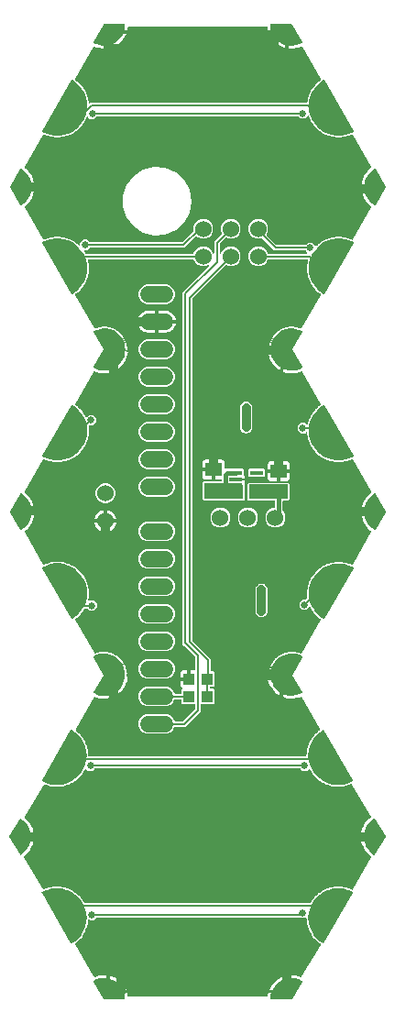
<source format=gbr>
G04 EAGLE Gerber RS-274X export*
G75*
%MOMM*%
%FSLAX34Y34*%
%LPD*%
%INBottom Copper*%
%IPPOS*%
%AMOC8*
5,1,8,0,0,1.08239X$1,22.5*%
G01*
%ADD10C,1.524000*%
%ADD11C,1.530000*%
%ADD12R,1.500000X1.300000*%
%ADD13R,1.200000X0.400000*%
%ADD14C,1.524000*%
%ADD15R,1.000000X1.100000*%
%ADD16C,1.000000*%
%ADD17C,0.756400*%
%ADD18C,0.812800*%
%ADD19C,0.406400*%
%ADD20C,0.203200*%
%ADD21C,0.656400*%
%ADD22C,0.152400*%

G36*
X133018Y169881D02*
X133018Y169881D01*
X133131Y169897D01*
X133139Y169901D01*
X133148Y169902D01*
X133248Y169955D01*
X133351Y170006D01*
X133357Y170013D01*
X133365Y170017D01*
X133444Y170100D01*
X133524Y170181D01*
X133528Y170189D01*
X133535Y170195D01*
X133583Y170299D01*
X133633Y170401D01*
X133635Y170412D01*
X133638Y170418D01*
X133641Y170442D01*
X133664Y170566D01*
X133680Y170774D01*
X133677Y170807D01*
X133680Y170888D01*
X133632Y171526D01*
X133664Y171591D01*
X133710Y171667D01*
X133718Y171700D01*
X133733Y171731D01*
X133764Y171896D01*
X133930Y174094D01*
X133927Y174129D01*
X133932Y174163D01*
X133916Y174251D01*
X133908Y174339D01*
X133894Y174371D01*
X133888Y174405D01*
X133854Y174477D01*
X133997Y175104D01*
X133999Y175137D01*
X134014Y175217D01*
X134062Y175855D01*
X134103Y175914D01*
X134160Y175982D01*
X134173Y176014D01*
X134193Y176043D01*
X134248Y176201D01*
X134739Y178350D01*
X134741Y178385D01*
X134751Y178418D01*
X134749Y178507D01*
X134755Y178596D01*
X134746Y178629D01*
X134745Y178664D01*
X134721Y178740D01*
X134956Y179339D01*
X134963Y179371D01*
X134990Y179447D01*
X135133Y180072D01*
X135182Y180124D01*
X135249Y180183D01*
X135266Y180213D01*
X135290Y180238D01*
X135368Y180386D01*
X136174Y182438D01*
X136181Y182472D01*
X136196Y182503D01*
X136207Y182591D01*
X136226Y182678D01*
X136222Y182713D01*
X136226Y182747D01*
X136214Y182826D01*
X136536Y183383D01*
X136548Y183414D01*
X136585Y183485D01*
X136820Y184081D01*
X136876Y184126D01*
X136951Y184174D01*
X136972Y184201D01*
X137000Y184222D01*
X137099Y184357D01*
X138202Y186266D01*
X138214Y186298D01*
X138234Y186327D01*
X138257Y186413D01*
X138289Y186496D01*
X138290Y186531D01*
X138299Y186564D01*
X138299Y186643D01*
X138701Y187146D01*
X138714Y187170D01*
X138731Y187188D01*
X138739Y187206D01*
X138765Y187241D01*
X139085Y187795D01*
X139148Y187830D01*
X139229Y187867D01*
X139254Y187890D01*
X139284Y187907D01*
X139403Y188026D01*
X140778Y189749D01*
X140795Y189779D01*
X140818Y189805D01*
X140854Y189886D01*
X140898Y189964D01*
X140904Y189998D01*
X140919Y190029D01*
X140930Y190108D01*
X141402Y190545D01*
X141422Y190571D01*
X141480Y190629D01*
X141879Y191129D01*
X141946Y191155D01*
X142032Y191179D01*
X142060Y191199D01*
X142093Y191211D01*
X142228Y191311D01*
X143844Y192809D01*
X143865Y192837D01*
X143892Y192858D01*
X143940Y192933D01*
X143995Y193004D01*
X144006Y193036D01*
X144025Y193066D01*
X144048Y193141D01*
X144580Y193504D01*
X144604Y193527D01*
X144669Y193575D01*
X145139Y194010D01*
X145209Y194025D01*
X145297Y194036D01*
X145328Y194051D01*
X145362Y194059D01*
X145510Y194138D01*
X145909Y194409D01*
X145992Y194488D01*
X146077Y194565D01*
X146081Y194573D01*
X146087Y194579D01*
X146141Y194680D01*
X146197Y194780D01*
X146198Y194789D01*
X146202Y194796D01*
X146221Y194909D01*
X146242Y195022D01*
X146240Y195030D01*
X146242Y195039D01*
X146223Y195152D01*
X146207Y195265D01*
X146203Y195275D01*
X146202Y195282D01*
X146191Y195302D01*
X146140Y195419D01*
X129178Y224798D01*
X129119Y224871D01*
X129065Y224948D01*
X129041Y224966D01*
X129022Y224989D01*
X128943Y225039D01*
X128868Y225094D01*
X128839Y225104D01*
X128814Y225120D01*
X128723Y225141D01*
X128634Y225170D01*
X128604Y225170D01*
X128575Y225177D01*
X128481Y225169D01*
X128388Y225168D01*
X128351Y225157D01*
X128330Y225155D01*
X128300Y225142D01*
X128227Y225121D01*
X126870Y224557D01*
X124251Y223830D01*
X121564Y223431D01*
X118847Y223365D01*
X116143Y223633D01*
X113493Y224231D01*
X112127Y224723D01*
X112127Y227509D01*
X114089Y226750D01*
X114123Y226745D01*
X114166Y226728D01*
X117156Y226097D01*
X117190Y226097D01*
X117236Y226087D01*
X120288Y225944D01*
X120322Y225949D01*
X120368Y225947D01*
X123404Y226295D01*
X123436Y226306D01*
X123483Y226311D01*
X126423Y227142D01*
X126453Y227158D01*
X126499Y227170D01*
X129268Y228462D01*
X129292Y228480D01*
X129320Y228490D01*
X129371Y228539D01*
X129427Y228580D01*
X129443Y228606D01*
X129464Y228627D01*
X129493Y228691D01*
X129528Y228752D01*
X129532Y228781D01*
X129544Y228809D01*
X129545Y228879D01*
X129555Y228949D01*
X129547Y228978D01*
X129547Y229008D01*
X129513Y229099D01*
X129502Y229140D01*
X129496Y229148D01*
X129495Y229149D01*
X129494Y229151D01*
X129489Y229164D01*
X120496Y244783D01*
X120497Y244785D01*
X130124Y261539D01*
X130132Y261562D01*
X130147Y261583D01*
X130163Y261656D01*
X130187Y261727D01*
X130185Y261752D01*
X130191Y261777D01*
X130177Y261851D01*
X130171Y261926D01*
X130160Y261948D01*
X130155Y261972D01*
X130114Y262035D01*
X130079Y262102D01*
X130060Y262118D01*
X130046Y262139D01*
X129955Y262205D01*
X129926Y262228D01*
X129919Y262230D01*
X129911Y262236D01*
X127138Y263596D01*
X127105Y263605D01*
X127063Y263626D01*
X124108Y264524D01*
X124074Y264527D01*
X124029Y264541D01*
X120968Y264954D01*
X120934Y264951D01*
X120887Y264958D01*
X117799Y264874D01*
X117766Y264866D01*
X117719Y264865D01*
X114685Y264287D01*
X114653Y264274D01*
X114607Y264266D01*
X111705Y263208D01*
X111676Y263190D01*
X111632Y263174D01*
X108937Y261665D01*
X108911Y261643D01*
X108870Y261620D01*
X106452Y259698D01*
X106430Y259672D01*
X106393Y259643D01*
X104314Y257358D01*
X104297Y257328D01*
X104265Y257294D01*
X102580Y254705D01*
X102568Y254673D01*
X102542Y254634D01*
X101294Y251808D01*
X101287Y251775D01*
X101268Y251732D01*
X100489Y248743D01*
X100487Y248709D01*
X100475Y248664D01*
X100186Y245588D01*
X100189Y245563D01*
X100184Y245538D01*
X100185Y245533D01*
X100184Y245528D01*
X100187Y245518D01*
X100186Y245505D01*
X100412Y242457D01*
X100421Y242425D01*
X100424Y242378D01*
X101136Y239406D01*
X101151Y239376D01*
X101161Y239330D01*
X102341Y236511D01*
X102360Y236483D01*
X102377Y236440D01*
X103994Y233847D01*
X104017Y233822D01*
X104042Y233782D01*
X106053Y231482D01*
X106080Y231462D01*
X106111Y231426D01*
X108465Y229478D01*
X108495Y229462D01*
X108531Y229432D01*
X109080Y229110D01*
X109080Y226090D01*
X108512Y226378D01*
X106256Y227893D01*
X104204Y229675D01*
X102387Y231694D01*
X100831Y233922D01*
X99561Y236325D01*
X98596Y238864D01*
X97950Y241504D01*
X97740Y243298D01*
X98249Y243298D01*
X98310Y243308D01*
X98372Y243308D01*
X98431Y243328D01*
X98492Y243338D01*
X98546Y243367D01*
X98605Y243387D01*
X98655Y243424D01*
X98709Y243453D01*
X98752Y243498D01*
X98801Y243535D01*
X98836Y243587D01*
X98879Y243631D01*
X98905Y243688D01*
X98939Y243739D01*
X98956Y243798D01*
X98982Y243855D01*
X98989Y243916D01*
X99006Y243976D01*
X99003Y244037D01*
X99009Y244099D01*
X98996Y244159D01*
X98993Y244221D01*
X98970Y244279D01*
X98957Y244339D01*
X98925Y244392D01*
X98903Y244450D01*
X98848Y244522D01*
X98831Y244550D01*
X98818Y244561D01*
X98801Y244584D01*
X98595Y244801D01*
X98583Y244826D01*
X98647Y245512D01*
X98643Y245568D01*
X98649Y245623D01*
X98635Y245689D01*
X98630Y245758D01*
X98609Y245809D01*
X98597Y245863D01*
X98562Y245922D01*
X98536Y245985D01*
X98499Y246027D01*
X98471Y246074D01*
X98419Y246119D01*
X98374Y246170D01*
X98326Y246198D01*
X98284Y246234D01*
X98221Y246260D01*
X98162Y246294D01*
X98107Y246305D01*
X98056Y246326D01*
X97951Y246338D01*
X97921Y246344D01*
X97909Y246343D01*
X97889Y246345D01*
X97751Y246345D01*
X97751Y246346D01*
X97755Y246361D01*
X97755Y246362D01*
X97756Y246362D01*
X97858Y246734D01*
X98067Y247090D01*
X98067Y247091D01*
X98074Y247103D01*
X98081Y247115D01*
X98082Y247116D01*
X98082Y247117D01*
X98263Y247425D01*
X98526Y247685D01*
X98597Y247782D01*
X98669Y247878D01*
X98670Y247882D01*
X98671Y247884D01*
X98674Y247894D01*
X98728Y248035D01*
X98956Y248910D01*
X98959Y248942D01*
X98977Y249030D01*
X99035Y249646D01*
X99089Y249718D01*
X99150Y249788D01*
X99162Y249816D01*
X99180Y249841D01*
X99239Y249997D01*
X99565Y251247D01*
X99568Y251277D01*
X99578Y251306D01*
X99579Y251399D01*
X99588Y251492D01*
X99581Y251521D01*
X99581Y251551D01*
X99555Y251648D01*
X99808Y252219D01*
X99816Y252251D01*
X99848Y252335D01*
X100004Y252933D01*
X100068Y252995D01*
X100140Y253055D01*
X100156Y253081D01*
X100177Y253102D01*
X100262Y253247D01*
X100783Y254428D01*
X100791Y254457D01*
X100805Y254484D01*
X100822Y254576D01*
X100845Y254666D01*
X100843Y254696D01*
X100848Y254726D01*
X100838Y254825D01*
X101179Y255348D01*
X101192Y255379D01*
X101237Y255456D01*
X101487Y256022D01*
X101561Y256073D01*
X101641Y256121D01*
X101661Y256143D01*
X101686Y256161D01*
X101792Y256290D01*
X102496Y257373D01*
X102509Y257400D01*
X102527Y257424D01*
X102558Y257512D01*
X102595Y257598D01*
X102598Y257628D01*
X102608Y257657D01*
X102614Y257756D01*
X103035Y258218D01*
X103052Y258245D01*
X103109Y258315D01*
X103447Y258833D01*
X103527Y258872D01*
X103614Y258906D01*
X103638Y258925D01*
X103665Y258938D01*
X103791Y259049D01*
X104659Y260004D01*
X104676Y260030D01*
X104698Y260050D01*
X104743Y260132D01*
X104793Y260211D01*
X104801Y260240D01*
X104815Y260267D01*
X104837Y260364D01*
X105326Y260752D01*
X105348Y260776D01*
X105416Y260836D01*
X105832Y261293D01*
X105918Y261319D01*
X106009Y261338D01*
X106035Y261354D01*
X106064Y261362D01*
X106206Y261451D01*
X107217Y262255D01*
X107237Y262277D01*
X107262Y262294D01*
X107319Y262368D01*
X107382Y262437D01*
X107394Y262465D01*
X107413Y262489D01*
X107450Y262581D01*
X107995Y262886D01*
X108020Y262906D01*
X108097Y262954D01*
X108581Y263339D01*
X108670Y263350D01*
X108763Y263355D01*
X108791Y263366D01*
X108821Y263370D01*
X108976Y263435D01*
X110102Y264066D01*
X110126Y264085D01*
X110153Y264097D01*
X110221Y264161D01*
X110294Y264219D01*
X110311Y264245D01*
X110333Y264265D01*
X110385Y264350D01*
X110971Y264564D01*
X111000Y264580D01*
X111083Y264615D01*
X111622Y264917D01*
X111712Y264914D01*
X111804Y264904D01*
X111834Y264910D01*
X111864Y264909D01*
X112027Y264949D01*
X113240Y265391D01*
X113267Y265406D01*
X113296Y265414D01*
X113373Y265466D01*
X113455Y265511D01*
X113475Y265534D01*
X113500Y265551D01*
X113565Y265626D01*
X114178Y265743D01*
X114209Y265754D01*
X114296Y265776D01*
X114877Y265987D01*
X114965Y265970D01*
X115055Y265945D01*
X115085Y265946D01*
X115115Y265941D01*
X115282Y265954D01*
X116551Y266195D01*
X116579Y266206D01*
X116609Y266209D01*
X116694Y266248D01*
X116782Y266280D01*
X116805Y266299D01*
X116833Y266311D01*
X116909Y266376D01*
X117533Y266393D01*
X117565Y266399D01*
X117655Y266406D01*
X118262Y266522D01*
X118346Y266490D01*
X118431Y266451D01*
X118461Y266448D01*
X118489Y266437D01*
X118656Y266423D01*
X119947Y266458D01*
X119977Y266464D01*
X120007Y266462D01*
X120097Y266487D01*
X120189Y266505D01*
X120215Y266520D01*
X120244Y266528D01*
X120329Y266579D01*
X120948Y266495D01*
X120981Y266496D01*
X121071Y266489D01*
X121689Y266506D01*
X121767Y266461D01*
X121844Y266409D01*
X121873Y266401D01*
X121899Y266386D01*
X122062Y266345D01*
X123342Y266173D01*
X123372Y266174D01*
X123402Y266167D01*
X123494Y266177D01*
X123588Y266180D01*
X123616Y266190D01*
X123646Y266194D01*
X123738Y266231D01*
X124336Y266049D01*
X124354Y266047D01*
X124362Y266043D01*
X124384Y266041D01*
X124456Y266023D01*
X125068Y265940D01*
X125138Y265884D01*
X125206Y265820D01*
X125234Y265807D01*
X125257Y265788D01*
X125411Y265722D01*
X126647Y265347D01*
X126677Y265343D01*
X126705Y265332D01*
X126798Y265327D01*
X126890Y265314D01*
X126920Y265320D01*
X126950Y265318D01*
X127047Y265340D01*
X127608Y265065D01*
X127640Y265055D01*
X127722Y265020D01*
X128424Y264807D01*
X128481Y264799D01*
X128535Y264782D01*
X128602Y264783D01*
X128667Y264774D01*
X128724Y264785D01*
X128781Y264786D01*
X128844Y264809D01*
X128909Y264821D01*
X128959Y264850D01*
X129013Y264869D01*
X129065Y264910D01*
X129123Y264943D01*
X129161Y264985D01*
X129206Y265021D01*
X129266Y265103D01*
X129287Y265126D01*
X129292Y265139D01*
X129305Y265156D01*
X146878Y295790D01*
X146918Y295896D01*
X146960Y296001D01*
X146961Y296011D01*
X146964Y296020D01*
X146968Y296133D01*
X146975Y296247D01*
X146972Y296256D01*
X146973Y296266D01*
X146940Y296375D01*
X146910Y296484D01*
X146905Y296492D01*
X146902Y296502D01*
X146837Y296594D01*
X146774Y296688D01*
X146765Y296696D01*
X146760Y296702D01*
X146740Y296717D01*
X146646Y296798D01*
X146018Y297225D01*
X145987Y297240D01*
X145960Y297262D01*
X145876Y297292D01*
X145795Y297329D01*
X145761Y297333D01*
X145728Y297345D01*
X145649Y297351D01*
X145177Y297788D01*
X145150Y297806D01*
X145088Y297859D01*
X144559Y298220D01*
X144547Y298245D01*
X144540Y298277D01*
X144517Y298316D01*
X144498Y298368D01*
X144476Y298395D01*
X144461Y298427D01*
X144427Y298467D01*
X144414Y298488D01*
X144392Y298507D01*
X144352Y298554D01*
X142736Y300052D01*
X142707Y300071D01*
X142683Y300097D01*
X142605Y300139D01*
X142531Y300188D01*
X142497Y300197D01*
X142466Y300214D01*
X142389Y300231D01*
X141988Y300734D01*
X141963Y300756D01*
X141954Y300767D01*
X141951Y300772D01*
X141946Y300777D01*
X141910Y300818D01*
X141441Y301253D01*
X141420Y301322D01*
X141402Y301409D01*
X141385Y301439D01*
X141375Y301472D01*
X141286Y301614D01*
X139911Y303337D01*
X139885Y303360D01*
X139865Y303389D01*
X139794Y303442D01*
X139728Y303502D01*
X139696Y303516D01*
X139669Y303536D01*
X139595Y303565D01*
X139273Y304122D01*
X139252Y304148D01*
X139209Y304217D01*
X138809Y304717D01*
X138799Y304788D01*
X138795Y304877D01*
X138782Y304909D01*
X138777Y304943D01*
X138710Y305097D01*
X137607Y307006D01*
X137585Y307033D01*
X137570Y307064D01*
X137508Y307127D01*
X137451Y307196D01*
X137422Y307214D01*
X137398Y307239D01*
X137329Y307279D01*
X137308Y307331D01*
X137281Y307377D01*
X137263Y307427D01*
X137219Y307482D01*
X137182Y307543D01*
X137142Y307577D01*
X137109Y307619D01*
X137049Y307657D01*
X136996Y307703D01*
X136947Y307723D01*
X136902Y307752D01*
X136833Y307769D01*
X136768Y307796D01*
X136715Y307799D01*
X136664Y307812D01*
X136593Y307806D01*
X136522Y307810D01*
X136471Y307797D01*
X136418Y307793D01*
X136353Y307765D01*
X136285Y307746D01*
X136241Y307717D01*
X136192Y307696D01*
X136104Y307625D01*
X136080Y307610D01*
X136074Y307602D01*
X136061Y307591D01*
X133754Y305284D01*
X129771Y305284D01*
X126956Y308099D01*
X126956Y312082D01*
X129771Y314897D01*
X132661Y314897D01*
X132751Y314912D01*
X132842Y314919D01*
X132872Y314932D01*
X132904Y314937D01*
X132984Y314980D01*
X133068Y315015D01*
X133100Y315041D01*
X133121Y315052D01*
X133143Y315075D01*
X133199Y315120D01*
X134176Y316098D01*
X134208Y316141D01*
X134246Y316178D01*
X134279Y316240D01*
X134320Y316297D01*
X134336Y316348D01*
X134361Y316396D01*
X134372Y316465D01*
X134392Y316532D01*
X134391Y316586D01*
X134399Y316639D01*
X134387Y316749D01*
X134386Y316778D01*
X134382Y316789D01*
X134380Y316805D01*
X134362Y316883D01*
X134384Y316951D01*
X134419Y317034D01*
X134421Y317068D01*
X134432Y317101D01*
X134438Y317269D01*
X134272Y319467D01*
X134264Y319500D01*
X134264Y319535D01*
X134235Y319619D01*
X134214Y319706D01*
X134196Y319735D01*
X134185Y319768D01*
X134140Y319833D01*
X134188Y320475D01*
X134185Y320508D01*
X134188Y320589D01*
X134140Y321228D01*
X134172Y321292D01*
X134218Y321368D01*
X134225Y321402D01*
X134241Y321433D01*
X134272Y321598D01*
X134436Y323796D01*
X134433Y323830D01*
X134438Y323865D01*
X134422Y323952D01*
X134414Y324041D01*
X134400Y324072D01*
X134394Y324107D01*
X134359Y324178D01*
X134502Y324806D01*
X134504Y324839D01*
X134519Y324918D01*
X134567Y325557D01*
X134608Y325616D01*
X134665Y325684D01*
X134678Y325716D01*
X134697Y325745D01*
X134753Y325903D01*
X135242Y328052D01*
X135244Y328087D01*
X135255Y328120D01*
X135252Y328209D01*
X135258Y328298D01*
X135249Y328331D01*
X135248Y328366D01*
X135224Y328441D01*
X135459Y329041D01*
X135466Y329073D01*
X135492Y329150D01*
X135635Y329774D01*
X135684Y329826D01*
X135751Y329885D01*
X135768Y329915D01*
X135792Y329940D01*
X135870Y330089D01*
X136674Y332141D01*
X136682Y332175D01*
X136697Y332206D01*
X136707Y332294D01*
X136726Y332381D01*
X136722Y332416D01*
X136726Y332450D01*
X136714Y332529D01*
X137036Y333086D01*
X137048Y333117D01*
X137085Y333189D01*
X137319Y333785D01*
X137375Y333829D01*
X137450Y333877D01*
X137472Y333904D01*
X137499Y333926D01*
X137598Y334061D01*
X138700Y335970D01*
X138712Y336003D01*
X138732Y336031D01*
X138755Y336117D01*
X138787Y336200D01*
X138788Y336235D01*
X138797Y336268D01*
X138797Y336348D01*
X139198Y336851D01*
X139214Y336880D01*
X139262Y336945D01*
X139582Y337500D01*
X139645Y337535D01*
X139726Y337572D01*
X139751Y337595D01*
X139781Y337612D01*
X139900Y337731D01*
X141273Y339455D01*
X141290Y339485D01*
X141314Y339511D01*
X141350Y339592D01*
X141394Y339670D01*
X141400Y339704D01*
X141414Y339735D01*
X141426Y339814D01*
X141898Y340252D01*
X141918Y340278D01*
X141975Y340335D01*
X142374Y340836D01*
X142441Y340862D01*
X142527Y340886D01*
X142555Y340905D01*
X142588Y340918D01*
X142722Y341018D01*
X144338Y342517D01*
X144359Y342545D01*
X144386Y342566D01*
X144434Y342641D01*
X144489Y342712D01*
X144500Y342744D01*
X144519Y342774D01*
X144542Y342849D01*
X145074Y343212D01*
X145097Y343235D01*
X145162Y343283D01*
X145632Y343719D01*
X145702Y343734D01*
X145790Y343745D01*
X145821Y343760D01*
X145855Y343768D01*
X146003Y343846D01*
X147824Y345089D01*
X147849Y345113D01*
X147879Y345130D01*
X147938Y345197D01*
X148002Y345258D01*
X148018Y345289D01*
X148041Y345315D01*
X148075Y345387D01*
X148655Y345666D01*
X148682Y345685D01*
X148754Y345723D01*
X149283Y346084D01*
X149354Y346089D01*
X149443Y346087D01*
X149476Y346097D01*
X149511Y346099D01*
X149669Y346155D01*
X151655Y347112D01*
X151683Y347132D01*
X151715Y347144D01*
X151783Y347202D01*
X151856Y347253D01*
X151877Y347281D01*
X151903Y347303D01*
X151948Y347369D01*
X152563Y347559D01*
X152592Y347574D01*
X152669Y347600D01*
X153246Y347879D01*
X153317Y347873D01*
X153405Y347857D01*
X153439Y347862D01*
X153474Y347859D01*
X153638Y347891D01*
X155744Y348541D01*
X155775Y348557D01*
X155809Y348565D01*
X155885Y348611D01*
X155964Y348651D01*
X155989Y348675D01*
X156019Y348694D01*
X156072Y348752D01*
X156709Y348848D01*
X156740Y348858D01*
X156820Y348873D01*
X157432Y349062D01*
X157501Y349046D01*
X157586Y349018D01*
X157620Y349018D01*
X157654Y349010D01*
X157822Y349016D01*
X160001Y349345D01*
X160034Y349356D01*
X160069Y349359D01*
X160151Y349394D01*
X160235Y349421D01*
X160263Y349442D01*
X160295Y349455D01*
X160357Y349505D01*
X161001Y349505D01*
X161033Y349510D01*
X161114Y349513D01*
X161747Y349609D01*
X161814Y349582D01*
X161893Y349542D01*
X161927Y349537D01*
X161959Y349524D01*
X162126Y349505D01*
X164330Y349506D01*
X164365Y349512D01*
X164399Y349509D01*
X164485Y349531D01*
X164573Y349546D01*
X164604Y349562D01*
X164637Y349571D01*
X164706Y349611D01*
X165342Y349515D01*
X165376Y349515D01*
X165456Y349506D01*
X166096Y349507D01*
X166158Y349470D01*
X166230Y349418D01*
X166263Y349408D01*
X166293Y349391D01*
X166455Y349347D01*
X168635Y349020D01*
X168670Y349020D01*
X168704Y349013D01*
X168792Y349022D01*
X168881Y349023D01*
X168914Y349034D01*
X168948Y349038D01*
X169022Y349067D01*
X169637Y348878D01*
X169670Y348873D01*
X169748Y348852D01*
X170381Y348757D01*
X170437Y348712D01*
X170501Y348650D01*
X170532Y348635D01*
X170559Y348613D01*
X170713Y348546D01*
X172819Y347897D01*
X172854Y347892D01*
X172886Y347880D01*
X172975Y347876D01*
X173063Y347864D01*
X173097Y347870D01*
X173132Y347869D01*
X173209Y347886D01*
X173789Y347607D01*
X173821Y347598D01*
X173895Y347566D01*
X174507Y347377D01*
X174555Y347324D01*
X174609Y347253D01*
X174638Y347234D01*
X174661Y347208D01*
X174803Y347119D01*
X175356Y346853D01*
X175467Y346820D01*
X175577Y346786D01*
X175584Y346786D01*
X175592Y346784D01*
X175708Y346788D01*
X175823Y346790D01*
X175830Y346793D01*
X175838Y346793D01*
X175946Y346834D01*
X176054Y346873D01*
X176060Y346878D01*
X176068Y346880D01*
X176157Y346954D01*
X176247Y347025D01*
X176253Y347033D01*
X176258Y347036D01*
X176269Y347055D01*
X176346Y347160D01*
X193520Y377098D01*
X193553Y377185D01*
X193592Y377268D01*
X193596Y377299D01*
X193607Y377329D01*
X193610Y377421D01*
X193620Y377513D01*
X193614Y377543D01*
X193615Y377575D01*
X193589Y377663D01*
X193570Y377753D01*
X193554Y377780D01*
X193545Y377810D01*
X193491Y377886D01*
X193444Y377965D01*
X193416Y377993D01*
X193403Y378011D01*
X193377Y378030D01*
X193323Y378081D01*
X192559Y378668D01*
X191965Y379123D01*
X189918Y381171D01*
X188154Y383469D01*
X186706Y385977D01*
X185598Y388653D01*
X184849Y391450D01*
X184480Y394246D01*
X187074Y394246D01*
X187074Y394236D01*
X187074Y394233D01*
X187074Y394230D01*
X187080Y394204D01*
X187081Y394203D01*
X187080Y394156D01*
X187572Y391130D01*
X187584Y391098D01*
X187591Y391052D01*
X188562Y388143D01*
X188579Y388114D01*
X188594Y388070D01*
X190019Y385355D01*
X190040Y385328D01*
X190062Y385287D01*
X191904Y382835D01*
X191929Y382813D01*
X191957Y382775D01*
X194168Y380651D01*
X194197Y380633D01*
X194230Y380600D01*
X196754Y378859D01*
X196781Y378847D01*
X196803Y378829D01*
X196871Y378809D01*
X196937Y378781D01*
X196966Y378780D01*
X196993Y378772D01*
X197065Y378780D01*
X197136Y378780D01*
X197162Y378791D01*
X197191Y378794D01*
X197253Y378830D01*
X197319Y378857D01*
X197339Y378878D01*
X197364Y378892D01*
X197428Y378969D01*
X197458Y379000D01*
X197462Y379010D01*
X197470Y379020D01*
X206970Y395520D01*
X206981Y395552D01*
X206989Y395565D01*
X206993Y395590D01*
X206994Y395593D01*
X207025Y395664D01*
X207026Y395687D01*
X207033Y395709D01*
X207027Y395786D01*
X207028Y395863D01*
X207019Y395887D01*
X207017Y395907D01*
X206997Y395947D01*
X206970Y396019D01*
X197470Y412519D01*
X197451Y412540D01*
X197439Y412567D01*
X197386Y412614D01*
X197339Y412668D01*
X197313Y412680D01*
X197291Y412700D01*
X197224Y412723D01*
X197159Y412754D01*
X197130Y412755D01*
X197103Y412764D01*
X197032Y412760D01*
X196961Y412763D01*
X196934Y412753D01*
X196905Y412751D01*
X196814Y412708D01*
X196774Y412694D01*
X196766Y412686D01*
X196754Y412680D01*
X194230Y410939D01*
X194207Y410914D01*
X194168Y410888D01*
X191957Y408764D01*
X191938Y408736D01*
X191904Y408704D01*
X190062Y406252D01*
X190047Y406222D01*
X190019Y406184D01*
X188594Y403469D01*
X188585Y403438D01*
X188569Y403413D01*
X188567Y403405D01*
X188562Y403396D01*
X187591Y400487D01*
X187587Y400453D01*
X187572Y400409D01*
X187080Y397383D01*
X187082Y397349D01*
X187074Y397303D01*
X187074Y397293D01*
X184480Y397293D01*
X184849Y400089D01*
X185598Y402886D01*
X186706Y405562D01*
X188154Y408070D01*
X188172Y408093D01*
X189917Y410368D01*
X191965Y412416D01*
X193273Y413419D01*
X193337Y413487D01*
X193406Y413550D01*
X193421Y413576D01*
X193442Y413599D01*
X193480Y413683D01*
X193526Y413765D01*
X193531Y413795D01*
X193544Y413822D01*
X193554Y413915D01*
X193571Y414007D01*
X193567Y414037D01*
X193570Y414067D01*
X193549Y414158D01*
X193536Y414250D01*
X193521Y414285D01*
X193516Y414307D01*
X193499Y414335D01*
X193469Y414404D01*
X176305Y444133D01*
X176232Y444222D01*
X176163Y444312D01*
X176155Y444317D01*
X176150Y444324D01*
X176052Y444385D01*
X175957Y444447D01*
X175949Y444450D01*
X175941Y444454D01*
X175830Y444481D01*
X175720Y444510D01*
X175711Y444510D01*
X175702Y444512D01*
X175588Y444502D01*
X175474Y444494D01*
X175464Y444491D01*
X175457Y444490D01*
X175436Y444481D01*
X175316Y444439D01*
X174803Y444192D01*
X174775Y444172D01*
X174743Y444159D01*
X174674Y444102D01*
X174602Y444051D01*
X174581Y444023D01*
X174555Y444000D01*
X174510Y443935D01*
X173895Y443745D01*
X173865Y443731D01*
X173789Y443704D01*
X173212Y443426D01*
X173140Y443432D01*
X173053Y443448D01*
X173019Y443442D01*
X172984Y443445D01*
X172819Y443414D01*
X170713Y442765D01*
X170682Y442749D01*
X170648Y442742D01*
X170572Y442695D01*
X170492Y442655D01*
X170468Y442631D01*
X170438Y442613D01*
X170385Y442554D01*
X169748Y442459D01*
X169717Y442449D01*
X169637Y442433D01*
X169025Y442245D01*
X168955Y442261D01*
X168871Y442290D01*
X168836Y442290D01*
X168803Y442298D01*
X168635Y442291D01*
X166455Y441964D01*
X166422Y441953D01*
X166388Y441950D01*
X166306Y441915D01*
X166221Y441888D01*
X166193Y441868D01*
X166161Y441854D01*
X166099Y441804D01*
X165456Y441805D01*
X165423Y441799D01*
X165342Y441796D01*
X164709Y441701D01*
X164642Y441728D01*
X164563Y441768D01*
X164529Y441773D01*
X164497Y441786D01*
X164330Y441805D01*
X162126Y441806D01*
X162092Y441800D01*
X162057Y441803D01*
X161971Y441780D01*
X161883Y441766D01*
X161853Y441750D01*
X161819Y441741D01*
X161751Y441701D01*
X161114Y441798D01*
X161081Y441797D01*
X161001Y441806D01*
X160360Y441806D01*
X160298Y441843D01*
X160226Y441895D01*
X160193Y441905D01*
X160163Y441922D01*
X160001Y441966D01*
X157822Y442295D01*
X157787Y442294D01*
X157753Y442302D01*
X157665Y442293D01*
X157576Y442292D01*
X157543Y442280D01*
X157509Y442277D01*
X157435Y442248D01*
X156820Y442438D01*
X156787Y442442D01*
X156709Y442463D01*
X156076Y442559D01*
X156020Y442604D01*
X155956Y442666D01*
X155925Y442681D01*
X155898Y442703D01*
X155744Y442770D01*
X153638Y443420D01*
X153604Y443425D01*
X153572Y443437D01*
X153483Y443442D01*
X153395Y443454D01*
X153361Y443447D01*
X153326Y443449D01*
X153249Y443431D01*
X152669Y443711D01*
X152637Y443720D01*
X152563Y443752D01*
X151951Y443941D01*
X151903Y443994D01*
X151849Y444065D01*
X151820Y444085D01*
X151797Y444110D01*
X151655Y444199D01*
X149669Y445156D01*
X149636Y445166D01*
X149606Y445183D01*
X149519Y445201D01*
X149433Y445226D01*
X149399Y445224D01*
X149365Y445231D01*
X149286Y445225D01*
X148754Y445588D01*
X148724Y445602D01*
X148655Y445645D01*
X148078Y445923D01*
X148039Y445983D01*
X147996Y446061D01*
X147971Y446084D01*
X147951Y446113D01*
X147824Y446222D01*
X146003Y447465D01*
X145972Y447479D01*
X145945Y447501D01*
X145861Y447531D01*
X145780Y447568D01*
X145746Y447572D01*
X145713Y447584D01*
X145634Y447590D01*
X145162Y448028D01*
X145135Y448046D01*
X145074Y448099D01*
X144545Y448460D01*
X144514Y448525D01*
X144484Y448608D01*
X144462Y448635D01*
X144447Y448667D01*
X144338Y448794D01*
X142722Y450293D01*
X142693Y450313D01*
X142670Y450338D01*
X142592Y450380D01*
X142517Y450429D01*
X142484Y450438D01*
X142453Y450455D01*
X142376Y450472D01*
X141975Y450976D01*
X141950Y450998D01*
X141898Y451059D01*
X141428Y451495D01*
X141408Y451564D01*
X141390Y451651D01*
X141373Y451681D01*
X141363Y451714D01*
X141273Y451856D01*
X139900Y453580D01*
X139874Y453603D01*
X139854Y453632D01*
X139783Y453685D01*
X139717Y453745D01*
X139686Y453759D01*
X139658Y453780D01*
X139584Y453808D01*
X139262Y454366D01*
X139241Y454391D01*
X139198Y454460D01*
X138799Y454961D01*
X138789Y455032D01*
X138785Y455121D01*
X138772Y455153D01*
X138767Y455187D01*
X138700Y455341D01*
X137598Y457250D01*
X137577Y457277D01*
X137561Y457308D01*
X137499Y457372D01*
X137443Y457440D01*
X137413Y457459D01*
X137389Y457484D01*
X137320Y457523D01*
X137085Y458122D01*
X137076Y458138D01*
X137076Y458140D01*
X137067Y458155D01*
X137036Y458225D01*
X136716Y458780D01*
X136717Y458851D01*
X136725Y458940D01*
X136718Y458974D01*
X136718Y459008D01*
X136674Y459170D01*
X135870Y461222D01*
X135852Y461252D01*
X135842Y461285D01*
X135790Y461357D01*
X135744Y461434D01*
X135718Y461457D01*
X135698Y461485D01*
X135635Y461534D01*
X135492Y462161D01*
X135480Y462192D01*
X135459Y462270D01*
X135225Y462866D01*
X135237Y462937D01*
X135258Y463023D01*
X135256Y463058D01*
X135261Y463092D01*
X135242Y463259D01*
X134753Y465408D01*
X134739Y465440D01*
X134734Y465474D01*
X134693Y465553D01*
X134660Y465636D01*
X134637Y465662D01*
X134621Y465693D01*
X134567Y465751D01*
X134519Y466393D01*
X134512Y466425D01*
X134502Y466505D01*
X134360Y467130D01*
X134382Y467198D01*
X134416Y467280D01*
X134419Y467315D01*
X134430Y467348D01*
X134436Y467515D01*
X134349Y468672D01*
X134339Y468715D01*
X134338Y468758D01*
X134310Y468834D01*
X134292Y468912D01*
X134268Y468948D01*
X134253Y468989D01*
X134203Y469052D01*
X134161Y469120D01*
X134127Y469147D01*
X134100Y469181D01*
X134032Y469225D01*
X133970Y469275D01*
X133929Y469291D01*
X133893Y469314D01*
X133815Y469334D01*
X133740Y469362D01*
X133697Y469364D01*
X133654Y469374D01*
X133574Y469368D01*
X133494Y469371D01*
X133452Y469359D01*
X133409Y469355D01*
X133335Y469324D01*
X133258Y469301D01*
X133223Y469276D01*
X133183Y469259D01*
X133068Y469167D01*
X133057Y469159D01*
X133055Y469157D01*
X133052Y469154D01*
X132166Y468268D01*
X128184Y468268D01*
X125368Y471084D01*
X125368Y475066D01*
X128184Y477882D01*
X132166Y477882D01*
X133623Y476425D01*
X133711Y476361D01*
X133798Y476294D01*
X133811Y476290D01*
X133823Y476281D01*
X133927Y476249D01*
X134030Y476213D01*
X134044Y476213D01*
X134058Y476209D01*
X134167Y476212D01*
X134276Y476211D01*
X134289Y476215D01*
X134304Y476215D01*
X134406Y476253D01*
X134510Y476287D01*
X134521Y476295D01*
X134535Y476300D01*
X134620Y476368D01*
X134708Y476433D01*
X134716Y476445D01*
X134727Y476454D01*
X134786Y476546D01*
X134848Y476635D01*
X134854Y476651D01*
X134860Y476660D01*
X134867Y476689D01*
X134903Y476794D01*
X135247Y478298D01*
X135249Y478333D01*
X135259Y478366D01*
X135257Y478455D01*
X135263Y478544D01*
X135254Y478577D01*
X135253Y478612D01*
X135229Y478688D01*
X135464Y479287D01*
X135471Y479319D01*
X135498Y479395D01*
X135641Y480020D01*
X135690Y480072D01*
X135757Y480131D01*
X135774Y480161D01*
X135798Y480186D01*
X135876Y480334D01*
X136682Y482386D01*
X136689Y482420D01*
X136704Y482451D01*
X136715Y482539D01*
X136734Y482626D01*
X136730Y482661D01*
X136734Y482695D01*
X136722Y482774D01*
X137044Y483331D01*
X137056Y483362D01*
X137093Y483433D01*
X137328Y484029D01*
X137384Y484074D01*
X137459Y484122D01*
X137480Y484149D01*
X137508Y484170D01*
X137607Y484305D01*
X138710Y486214D01*
X138722Y486246D01*
X138742Y486275D01*
X138765Y486361D01*
X138797Y486444D01*
X138798Y486479D01*
X138807Y486512D01*
X138807Y486591D01*
X139209Y487094D01*
X139218Y487112D01*
X139227Y487120D01*
X139233Y487135D01*
X139273Y487189D01*
X139593Y487743D01*
X139656Y487778D01*
X139737Y487815D01*
X139762Y487838D01*
X139792Y487855D01*
X139911Y487974D01*
X141286Y489697D01*
X141303Y489727D01*
X141326Y489753D01*
X141362Y489834D01*
X141406Y489912D01*
X141412Y489946D01*
X141427Y489977D01*
X141438Y490056D01*
X141910Y490493D01*
X141930Y490519D01*
X141988Y490577D01*
X142387Y491077D01*
X142454Y491103D01*
X142540Y491127D01*
X142568Y491147D01*
X142601Y491159D01*
X142736Y491259D01*
X144352Y492757D01*
X144373Y492785D01*
X144400Y492806D01*
X144448Y492881D01*
X144503Y492952D01*
X144514Y492984D01*
X144533Y493013D01*
X144556Y493089D01*
X145088Y493452D01*
X145112Y493475D01*
X145177Y493523D01*
X145647Y493958D01*
X145717Y493973D01*
X145805Y493984D01*
X145836Y494000D01*
X145870Y494007D01*
X146018Y494086D01*
X146474Y494396D01*
X146556Y494475D01*
X146641Y494552D01*
X146645Y494559D01*
X146652Y494565D01*
X146705Y494666D01*
X146761Y494766D01*
X146763Y494775D01*
X146767Y494783D01*
X146785Y494896D01*
X146806Y495008D01*
X146805Y495017D01*
X146806Y495025D01*
X146788Y495139D01*
X146772Y495252D01*
X146767Y495261D01*
X146766Y495268D01*
X146756Y495288D01*
X146704Y495405D01*
X129542Y525132D01*
X129483Y525204D01*
X129430Y525280D01*
X129406Y525298D01*
X129386Y525322D01*
X129307Y525372D01*
X129233Y525427D01*
X129204Y525437D01*
X129178Y525453D01*
X129087Y525475D01*
X128999Y525504D01*
X128969Y525503D01*
X128939Y525511D01*
X128846Y525502D01*
X128753Y525502D01*
X128716Y525491D01*
X128694Y525489D01*
X128664Y525476D01*
X128592Y525455D01*
X127030Y524810D01*
X124236Y524065D01*
X121370Y523691D01*
X118479Y523695D01*
X115613Y524075D01*
X112822Y524827D01*
X112381Y525010D01*
X112381Y527816D01*
X114461Y527024D01*
X114495Y527018D01*
X114539Y527002D01*
X117536Y526386D01*
X117570Y526386D01*
X117616Y526376D01*
X120673Y526249D01*
X120706Y526255D01*
X120753Y526252D01*
X123791Y526618D01*
X123823Y526628D01*
X123870Y526634D01*
X126810Y527481D01*
X126840Y527497D01*
X126885Y527510D01*
X129651Y528818D01*
X129674Y528835D01*
X129701Y528845D01*
X129753Y528894D01*
X129810Y528937D01*
X129825Y528962D01*
X129845Y528982D01*
X129874Y529047D01*
X129910Y529109D01*
X129914Y529138D01*
X129925Y529164D01*
X129926Y529236D01*
X129935Y529306D01*
X129928Y529334D01*
X129928Y529363D01*
X129893Y529457D01*
X129882Y529498D01*
X129875Y529506D01*
X129870Y529519D01*
X120514Y545770D01*
X129870Y562020D01*
X129879Y562048D01*
X129896Y562071D01*
X129910Y562141D01*
X129933Y562209D01*
X129931Y562238D01*
X129937Y562266D01*
X129923Y562336D01*
X129917Y562407D01*
X129904Y562433D01*
X129899Y562461D01*
X129859Y562520D01*
X129826Y562584D01*
X129803Y562602D01*
X129787Y562626D01*
X129705Y562683D01*
X129672Y562710D01*
X129662Y562713D01*
X129651Y562721D01*
X126885Y564029D01*
X126852Y564037D01*
X126810Y564058D01*
X123870Y564905D01*
X123836Y564908D01*
X123791Y564921D01*
X120753Y565287D01*
X120719Y565284D01*
X120673Y565290D01*
X117616Y565163D01*
X117583Y565155D01*
X117536Y565153D01*
X114539Y564537D01*
X114507Y564524D01*
X114461Y564515D01*
X111602Y563427D01*
X111573Y563408D01*
X111529Y563392D01*
X108881Y561859D01*
X108856Y561836D01*
X108815Y561813D01*
X106447Y559875D01*
X106426Y559849D01*
X106389Y559819D01*
X104363Y557527D01*
X104346Y557497D01*
X104315Y557462D01*
X102682Y554874D01*
X102670Y554843D01*
X102645Y554803D01*
X101449Y551987D01*
X101442Y551953D01*
X101440Y551947D01*
X101435Y551940D01*
X101434Y551935D01*
X101424Y551910D01*
X100695Y548939D01*
X100694Y548905D01*
X100682Y548859D01*
X100440Y545809D01*
X100443Y545781D01*
X100439Y545753D01*
X100441Y545743D01*
X100440Y545730D01*
X100682Y542680D01*
X100692Y542647D01*
X100695Y542600D01*
X101424Y539629D01*
X101438Y539598D01*
X101449Y539552D01*
X102645Y536736D01*
X102664Y536708D01*
X102682Y536665D01*
X104315Y534077D01*
X104338Y534052D01*
X104363Y534012D01*
X106389Y531720D01*
X106416Y531699D01*
X106447Y531664D01*
X108815Y529726D01*
X108845Y529710D01*
X108881Y529680D01*
X109334Y529418D01*
X109334Y526410D01*
X108412Y526944D01*
X107650Y527385D01*
X105358Y529148D01*
X103317Y531194D01*
X101559Y533490D01*
X100117Y535995D01*
X99014Y538668D01*
X98269Y541461D01*
X98000Y543526D01*
X98479Y543526D01*
X98550Y543538D01*
X98622Y543540D01*
X98671Y543558D01*
X98722Y543566D01*
X98786Y543600D01*
X98853Y543624D01*
X98894Y543657D01*
X98940Y543681D01*
X98989Y543733D01*
X99045Y543778D01*
X99073Y543822D01*
X99109Y543859D01*
X99139Y543925D01*
X99178Y543985D01*
X99191Y544035D01*
X99213Y544083D01*
X99221Y544154D01*
X99238Y544223D01*
X99234Y544275D01*
X99240Y544327D01*
X99224Y544397D01*
X99219Y544469D01*
X99199Y544516D01*
X99187Y544567D01*
X99151Y544629D01*
X99123Y544695D01*
X99078Y544751D01*
X99061Y544778D01*
X99043Y544794D01*
X99018Y544826D01*
X98876Y544968D01*
X98873Y544986D01*
X98848Y545033D01*
X98905Y545751D01*
X98901Y545801D01*
X98906Y545851D01*
X98891Y545923D01*
X98885Y545996D01*
X98865Y546042D01*
X98854Y546091D01*
X98816Y546154D01*
X98787Y546222D01*
X98754Y546259D01*
X98728Y546302D01*
X98672Y546350D01*
X98623Y546405D01*
X98579Y546430D01*
X98541Y546462D01*
X98472Y546490D01*
X98409Y546526D01*
X98359Y546535D01*
X98313Y546554D01*
X98192Y546568D01*
X98167Y546572D01*
X98159Y546571D01*
X98146Y546573D01*
X98005Y546573D01*
X98104Y546945D01*
X98299Y547280D01*
X98299Y547281D01*
X98300Y547283D01*
X98302Y547286D01*
X98302Y547287D01*
X98303Y547288D01*
X98505Y547638D01*
X98752Y547884D01*
X98752Y547885D01*
X98814Y547970D01*
X98896Y548084D01*
X98954Y548242D01*
X99160Y549083D01*
X99163Y549116D01*
X99180Y549204D01*
X99229Y549821D01*
X99281Y549894D01*
X99341Y549965D01*
X99352Y549993D01*
X99370Y550018D01*
X99428Y550175D01*
X99728Y551401D01*
X99731Y551431D01*
X99740Y551459D01*
X99740Y551553D01*
X99747Y551646D01*
X99740Y551675D01*
X99740Y551705D01*
X99713Y551801D01*
X99957Y552376D01*
X99965Y552408D01*
X99996Y552492D01*
X100143Y553093D01*
X100206Y553156D01*
X100277Y553217D01*
X100293Y553243D01*
X100314Y553264D01*
X100396Y553410D01*
X100890Y554572D01*
X100897Y554601D01*
X100911Y554628D01*
X100926Y554720D01*
X100948Y554811D01*
X100945Y554841D01*
X100950Y554871D01*
X100939Y554970D01*
X101272Y555498D01*
X101285Y555528D01*
X101329Y555606D01*
X101571Y556175D01*
X101643Y556228D01*
X101723Y556276D01*
X101743Y556300D01*
X101767Y556317D01*
X101872Y556448D01*
X102545Y557516D01*
X102557Y557544D01*
X102575Y557568D01*
X102604Y557656D01*
X102641Y557742D01*
X102643Y557772D01*
X102653Y557801D01*
X102657Y557901D01*
X103071Y558368D01*
X103088Y558396D01*
X103144Y558466D01*
X103474Y558989D01*
X103554Y559030D01*
X103641Y559065D01*
X103664Y559084D01*
X103691Y559098D01*
X103815Y559211D01*
X104651Y560156D01*
X104667Y560182D01*
X104689Y560203D01*
X104732Y560285D01*
X104782Y560364D01*
X104789Y560394D01*
X104803Y560420D01*
X104824Y560518D01*
X105307Y560913D01*
X105329Y560938D01*
X105395Y560998D01*
X105805Y561461D01*
X105890Y561488D01*
X105981Y561509D01*
X106007Y561525D01*
X106036Y561534D01*
X106177Y561625D01*
X107153Y562424D01*
X107173Y562447D01*
X107198Y562464D01*
X107254Y562539D01*
X107316Y562609D01*
X107328Y562637D01*
X107346Y562661D01*
X107382Y562754D01*
X107922Y563066D01*
X107947Y563087D01*
X108023Y563136D01*
X108501Y563528D01*
X108590Y563540D01*
X108683Y563546D01*
X108711Y563558D01*
X108741Y563562D01*
X108895Y563630D01*
X109987Y564262D01*
X110010Y564281D01*
X110038Y564294D01*
X110105Y564359D01*
X110177Y564418D01*
X110193Y564443D01*
X110215Y564464D01*
X110265Y564550D01*
X110849Y564772D01*
X110877Y564789D01*
X110959Y564825D01*
X111495Y565135D01*
X111584Y565133D01*
X111677Y565124D01*
X111707Y565131D01*
X111737Y565130D01*
X111899Y565172D01*
X113079Y565621D01*
X113105Y565636D01*
X113134Y565644D01*
X113210Y565697D01*
X113291Y565744D01*
X113311Y565767D01*
X113336Y565784D01*
X113400Y565861D01*
X114011Y565986D01*
X114042Y565998D01*
X114129Y566021D01*
X114707Y566241D01*
X114795Y566225D01*
X114885Y566201D01*
X114915Y566203D01*
X114945Y566197D01*
X115112Y566213D01*
X116348Y566466D01*
X116377Y566477D01*
X116407Y566481D01*
X116491Y566521D01*
X116578Y566554D01*
X116601Y566573D01*
X116629Y566587D01*
X116704Y566652D01*
X117328Y566678D01*
X117360Y566684D01*
X117449Y566693D01*
X118055Y566817D01*
X118139Y566787D01*
X118225Y566749D01*
X118255Y566746D01*
X118283Y566736D01*
X118451Y566724D01*
X119711Y566777D01*
X119741Y566783D01*
X119771Y566781D01*
X119861Y566807D01*
X119952Y566826D01*
X119978Y566842D01*
X120007Y566850D01*
X120092Y566903D01*
X120712Y566828D01*
X120745Y566829D01*
X120834Y566823D01*
X121452Y566849D01*
X121531Y566806D01*
X121609Y566754D01*
X121638Y566747D01*
X121664Y566732D01*
X121828Y566694D01*
X123081Y566543D01*
X123111Y566545D01*
X123140Y566538D01*
X123233Y566550D01*
X123326Y566554D01*
X123355Y566565D01*
X123385Y566568D01*
X123476Y566606D01*
X124076Y566434D01*
X124109Y566430D01*
X124196Y566409D01*
X124810Y566335D01*
X124881Y566280D01*
X124950Y566217D01*
X124977Y566205D01*
X125001Y566186D01*
X125156Y566122D01*
X126369Y565772D01*
X126399Y565769D01*
X126427Y565758D01*
X126520Y565754D01*
X126613Y565743D01*
X126643Y565750D01*
X126673Y565748D01*
X126770Y565771D01*
X127334Y565504D01*
X127366Y565495D01*
X127449Y565461D01*
X128203Y565244D01*
X128253Y565238D01*
X128302Y565222D01*
X128375Y565223D01*
X128447Y565215D01*
X128497Y565225D01*
X128548Y565226D01*
X128616Y565250D01*
X128688Y565265D01*
X128732Y565291D01*
X128780Y565308D01*
X128837Y565353D01*
X128900Y565389D01*
X128933Y565428D01*
X128974Y565459D01*
X129044Y565555D01*
X129061Y565575D01*
X129065Y565583D01*
X129073Y565594D01*
X146704Y596134D01*
X146745Y596241D01*
X146788Y596347D01*
X146788Y596356D01*
X146791Y596364D01*
X146795Y596478D01*
X146802Y596592D01*
X146800Y596601D01*
X146800Y596609D01*
X146768Y596719D01*
X146738Y596830D01*
X146733Y596837D01*
X146730Y596845D01*
X146665Y596939D01*
X146601Y597034D01*
X146593Y597041D01*
X146589Y597047D01*
X146571Y597060D01*
X146474Y597143D01*
X146018Y597453D01*
X145987Y597468D01*
X145960Y597490D01*
X145876Y597520D01*
X145795Y597557D01*
X145761Y597561D01*
X145728Y597573D01*
X145649Y597579D01*
X145177Y598016D01*
X145150Y598034D01*
X145088Y598087D01*
X144559Y598448D01*
X144528Y598513D01*
X144498Y598596D01*
X144476Y598623D01*
X144461Y598655D01*
X144352Y598782D01*
X142736Y600280D01*
X142707Y600299D01*
X142683Y600325D01*
X142605Y600367D01*
X142531Y600416D01*
X142497Y600425D01*
X142466Y600442D01*
X142389Y600459D01*
X141988Y600962D01*
X141963Y600984D01*
X141910Y601046D01*
X141441Y601481D01*
X141420Y601550D01*
X141402Y601637D01*
X141385Y601667D01*
X141375Y601700D01*
X141286Y601842D01*
X139911Y603565D01*
X139885Y603588D01*
X139865Y603617D01*
X139794Y603670D01*
X139728Y603730D01*
X139696Y603744D01*
X139669Y603764D01*
X139595Y603793D01*
X139273Y604350D01*
X139252Y604376D01*
X139209Y604445D01*
X138809Y604945D01*
X138799Y605016D01*
X138795Y605105D01*
X138782Y605137D01*
X138777Y605171D01*
X138710Y605325D01*
X137607Y607234D01*
X137585Y607261D01*
X137570Y607292D01*
X137508Y607355D01*
X137451Y607424D01*
X137422Y607442D01*
X137398Y607467D01*
X137329Y607507D01*
X137093Y608106D01*
X137089Y608114D01*
X137077Y608134D01*
X137044Y608208D01*
X136724Y608763D01*
X136724Y608834D01*
X136733Y608923D01*
X136725Y608957D01*
X136726Y608991D01*
X136682Y609153D01*
X135876Y611205D01*
X135858Y611235D01*
X135848Y611268D01*
X135796Y611340D01*
X135750Y611416D01*
X135724Y611439D01*
X135704Y611467D01*
X135641Y611516D01*
X135498Y612144D01*
X135485Y612174D01*
X135464Y612252D01*
X135230Y612848D01*
X135242Y612919D01*
X135263Y613005D01*
X135261Y613040D01*
X135266Y613074D01*
X135247Y613241D01*
X134756Y615390D01*
X134743Y615422D01*
X134738Y615456D01*
X134697Y615535D01*
X134663Y615617D01*
X134641Y615644D01*
X134625Y615675D01*
X134570Y615733D01*
X134522Y616374D01*
X134514Y616406D01*
X134505Y616487D01*
X134362Y617111D01*
X134384Y617179D01*
X134419Y617262D01*
X134421Y617296D01*
X134432Y617329D01*
X134438Y617497D01*
X134272Y619695D01*
X134264Y619728D01*
X134264Y619763D01*
X134235Y619847D01*
X134214Y619934D01*
X134196Y619963D01*
X134185Y619996D01*
X134140Y620061D01*
X134188Y620703D01*
X134185Y620736D01*
X134187Y620794D01*
X134188Y620807D01*
X134188Y620810D01*
X134188Y620817D01*
X134140Y621456D01*
X134171Y621520D01*
X134218Y621596D01*
X134225Y621630D01*
X134241Y621661D01*
X134272Y621826D01*
X134436Y624024D01*
X134433Y624058D01*
X134438Y624093D01*
X134422Y624180D01*
X134414Y624269D01*
X134400Y624300D01*
X134394Y624335D01*
X134359Y624406D01*
X134502Y625034D01*
X134504Y625067D01*
X134519Y625146D01*
X134567Y625785D01*
X134608Y625844D01*
X134665Y625912D01*
X134678Y625944D01*
X134697Y625973D01*
X134753Y626131D01*
X135242Y628280D01*
X135244Y628315D01*
X135255Y628348D01*
X135252Y628437D01*
X135258Y628526D01*
X135249Y628559D01*
X135248Y628594D01*
X135198Y628754D01*
X135166Y628828D01*
X135106Y628920D01*
X135050Y629014D01*
X135039Y629023D01*
X135032Y629034D01*
X134946Y629103D01*
X134863Y629174D01*
X134850Y629179D01*
X134840Y629187D01*
X134737Y629225D01*
X134635Y629266D01*
X134618Y629268D01*
X134608Y629271D01*
X134580Y629272D01*
X134468Y629284D01*
X98254Y629284D01*
X98140Y629265D01*
X98023Y629248D01*
X98018Y629246D01*
X98012Y629245D01*
X97909Y629190D01*
X97804Y629137D01*
X97800Y629132D01*
X97794Y629129D01*
X97714Y629045D01*
X97632Y628961D01*
X97628Y628955D01*
X97625Y628951D01*
X97617Y628934D01*
X97551Y628814D01*
X96653Y626645D01*
X94080Y624072D01*
X90719Y622680D01*
X87081Y622680D01*
X83720Y624072D01*
X81147Y626645D01*
X79755Y630006D01*
X79755Y633644D01*
X81147Y637005D01*
X83720Y639578D01*
X87081Y640970D01*
X90719Y640970D01*
X94080Y639578D01*
X96653Y637005D01*
X97551Y634836D01*
X97613Y634736D01*
X97673Y634636D01*
X97677Y634632D01*
X97681Y634627D01*
X97771Y634552D01*
X97860Y634476D01*
X97865Y634474D01*
X97870Y634470D01*
X97979Y634428D01*
X98088Y634384D01*
X98095Y634383D01*
X98100Y634382D01*
X98118Y634381D01*
X98254Y634366D01*
X133582Y634366D01*
X133653Y634377D01*
X133725Y634379D01*
X133774Y634397D01*
X133825Y634405D01*
X133888Y634439D01*
X133956Y634464D01*
X133996Y634496D01*
X134042Y634521D01*
X134092Y634573D01*
X134148Y634617D01*
X134176Y634661D01*
X134212Y634699D01*
X134242Y634764D01*
X134281Y634824D01*
X134293Y634875D01*
X134315Y634922D01*
X134323Y634993D01*
X134341Y635063D01*
X134337Y635115D01*
X134343Y635166D01*
X134327Y635237D01*
X134322Y635308D01*
X134301Y635356D01*
X134290Y635407D01*
X134253Y635468D01*
X134225Y635534D01*
X134181Y635590D01*
X134164Y635618D01*
X134146Y635633D01*
X134121Y635665D01*
X132880Y636906D01*
X132806Y636959D01*
X132737Y637018D01*
X132707Y637030D01*
X132680Y637049D01*
X132593Y637076D01*
X132509Y637110D01*
X132468Y637115D01*
X132445Y637122D01*
X132413Y637121D01*
X132342Y637129D01*
X103816Y637129D01*
X92595Y648349D01*
X92500Y648417D01*
X92407Y648487D01*
X92401Y648489D01*
X92396Y648492D01*
X92284Y648527D01*
X92173Y648563D01*
X92167Y648563D01*
X92161Y648565D01*
X92044Y648562D01*
X91927Y648561D01*
X91920Y648559D01*
X91915Y648558D01*
X91897Y648552D01*
X91766Y648514D01*
X90719Y648080D01*
X87081Y648080D01*
X83720Y649472D01*
X81147Y652045D01*
X79755Y655406D01*
X79755Y659044D01*
X81147Y662405D01*
X83720Y664978D01*
X87081Y666370D01*
X90719Y666370D01*
X94080Y664978D01*
X96653Y662405D01*
X98045Y659044D01*
X98045Y655406D01*
X96681Y652114D01*
X96654Y652000D01*
X96626Y651887D01*
X96626Y651881D01*
X96625Y651875D01*
X96636Y651758D01*
X96645Y651642D01*
X96647Y651636D01*
X96648Y651630D01*
X96696Y651522D01*
X96741Y651415D01*
X96746Y651410D01*
X96748Y651405D01*
X96761Y651391D01*
X96846Y651284D01*
X105698Y642433D01*
X105772Y642380D01*
X105841Y642320D01*
X105871Y642308D01*
X105897Y642289D01*
X105984Y642263D01*
X106069Y642229D01*
X106110Y642224D01*
X106132Y642217D01*
X106165Y642218D01*
X106236Y642210D01*
X132342Y642210D01*
X132432Y642225D01*
X132523Y642232D01*
X132553Y642245D01*
X132585Y642250D01*
X132665Y642293D01*
X132749Y642328D01*
X132781Y642354D01*
X132802Y642365D01*
X132824Y642388D01*
X132880Y642433D01*
X134923Y644476D01*
X138905Y644476D01*
X141900Y641482D01*
X141904Y641478D01*
X141908Y641474D01*
X142004Y641407D01*
X142099Y641338D01*
X142105Y641337D01*
X142109Y641333D01*
X142222Y641301D01*
X142334Y641266D01*
X142340Y641266D01*
X142346Y641264D01*
X142463Y641269D01*
X142580Y641272D01*
X142586Y641274D01*
X142591Y641274D01*
X142700Y641316D01*
X142811Y641357D01*
X142816Y641360D01*
X142821Y641362D01*
X142956Y641462D01*
X144338Y642745D01*
X144359Y642773D01*
X144386Y642794D01*
X144434Y642869D01*
X144489Y642940D01*
X144500Y642972D01*
X144519Y643002D01*
X144542Y643077D01*
X145074Y643440D01*
X145097Y643463D01*
X145162Y643511D01*
X145632Y643947D01*
X145702Y643962D01*
X145790Y643973D01*
X145821Y643988D01*
X145855Y643996D01*
X146003Y644074D01*
X147824Y645317D01*
X147849Y645341D01*
X147879Y645358D01*
X147938Y645425D01*
X148002Y645486D01*
X148018Y645517D01*
X148041Y645543D01*
X148076Y645615D01*
X148655Y645894D01*
X148682Y645913D01*
X148754Y645951D01*
X149283Y646312D01*
X149354Y646317D01*
X149443Y646315D01*
X149476Y646325D01*
X149511Y646327D01*
X149669Y646383D01*
X151655Y647340D01*
X151683Y647360D01*
X151715Y647372D01*
X151783Y647430D01*
X151856Y647481D01*
X151877Y647509D01*
X151903Y647531D01*
X151948Y647597D01*
X152563Y647787D01*
X152592Y647802D01*
X152669Y647828D01*
X153246Y648107D01*
X153317Y648101D01*
X153405Y648085D01*
X153439Y648090D01*
X153474Y648087D01*
X153638Y648119D01*
X155744Y648769D01*
X155775Y648785D01*
X155809Y648793D01*
X155885Y648839D01*
X155964Y648879D01*
X155989Y648903D01*
X156019Y648922D01*
X156072Y648980D01*
X156709Y649076D01*
X156740Y649086D01*
X156820Y649101D01*
X157432Y649290D01*
X157501Y649274D01*
X157586Y649246D01*
X157620Y649246D01*
X157654Y649238D01*
X157822Y649244D01*
X160001Y649573D01*
X160034Y649584D01*
X160069Y649587D01*
X160151Y649622D01*
X160235Y649649D01*
X160263Y649670D01*
X160295Y649683D01*
X160357Y649733D01*
X161001Y649733D01*
X161033Y649738D01*
X161114Y649741D01*
X161747Y649837D01*
X161814Y649810D01*
X161893Y649770D01*
X161927Y649765D01*
X161959Y649752D01*
X162126Y649733D01*
X164330Y649734D01*
X164365Y649740D01*
X164399Y649737D01*
X164485Y649759D01*
X164573Y649774D01*
X164604Y649790D01*
X164637Y649799D01*
X164706Y649839D01*
X165342Y649743D01*
X165375Y649743D01*
X165456Y649734D01*
X166096Y649735D01*
X166158Y649698D01*
X166230Y649646D01*
X166263Y649636D01*
X166293Y649619D01*
X166455Y649575D01*
X168635Y649248D01*
X168670Y649248D01*
X168704Y649241D01*
X168792Y649250D01*
X168881Y649251D01*
X168914Y649262D01*
X168948Y649266D01*
X169022Y649295D01*
X169637Y649106D01*
X169670Y649101D01*
X169748Y649080D01*
X170381Y648985D01*
X170437Y648940D01*
X170501Y648878D01*
X170532Y648863D01*
X170559Y648841D01*
X170713Y648774D01*
X172819Y648125D01*
X172854Y648120D01*
X172886Y648108D01*
X172975Y648104D01*
X173063Y648092D01*
X173097Y648098D01*
X173132Y648096D01*
X173209Y648114D01*
X173789Y647835D01*
X173821Y647826D01*
X173895Y647794D01*
X174507Y647605D01*
X174555Y647552D01*
X174609Y647481D01*
X174638Y647462D01*
X174661Y647436D01*
X174803Y647347D01*
X175316Y647100D01*
X175425Y647068D01*
X175534Y647033D01*
X175543Y647034D01*
X175552Y647031D01*
X175666Y647035D01*
X175780Y647037D01*
X175789Y647040D01*
X175798Y647040D01*
X175905Y647081D01*
X176012Y647119D01*
X176019Y647125D01*
X176028Y647128D01*
X176116Y647200D01*
X176206Y647271D01*
X176212Y647279D01*
X176218Y647284D01*
X176230Y647304D01*
X176305Y647406D01*
X193469Y677135D01*
X193502Y677222D01*
X193542Y677307D01*
X193545Y677337D01*
X193556Y677365D01*
X193559Y677458D01*
X193570Y677551D01*
X193564Y677581D01*
X193565Y677611D01*
X193539Y677700D01*
X193519Y677792D01*
X193504Y677818D01*
X193495Y677847D01*
X193442Y677923D01*
X193394Y678004D01*
X193367Y678030D01*
X193354Y678048D01*
X193328Y678068D01*
X193273Y678120D01*
X192336Y678839D01*
X192335Y678839D01*
X191965Y679123D01*
X189918Y681171D01*
X188154Y683469D01*
X186706Y685977D01*
X185598Y688653D01*
X184849Y691450D01*
X184480Y694246D01*
X187074Y694246D01*
X187074Y694236D01*
X187074Y694233D01*
X187074Y694230D01*
X187080Y694204D01*
X187081Y694203D01*
X187080Y694156D01*
X187572Y691130D01*
X187584Y691098D01*
X187591Y691052D01*
X188562Y688143D01*
X188579Y688114D01*
X188594Y688070D01*
X190019Y685355D01*
X190040Y685328D01*
X190062Y685287D01*
X191904Y682835D01*
X191929Y682813D01*
X191957Y682775D01*
X194168Y680651D01*
X194197Y680633D01*
X194230Y680600D01*
X196754Y678859D01*
X196781Y678847D01*
X196803Y678829D01*
X196871Y678809D01*
X196937Y678781D01*
X196966Y678780D01*
X196993Y678772D01*
X197065Y678780D01*
X197136Y678780D01*
X197162Y678791D01*
X197191Y678794D01*
X197253Y678830D01*
X197319Y678857D01*
X197339Y678878D01*
X197364Y678892D01*
X197428Y678969D01*
X197458Y679000D01*
X197462Y679010D01*
X197470Y679020D01*
X206970Y695520D01*
X206981Y695552D01*
X206989Y695565D01*
X206993Y695590D01*
X206994Y695593D01*
X207025Y695664D01*
X207026Y695687D01*
X207033Y695709D01*
X207027Y695786D01*
X207028Y695863D01*
X207019Y695887D01*
X207017Y695907D01*
X206997Y695947D01*
X206970Y696019D01*
X197470Y712519D01*
X197451Y712540D01*
X197439Y712567D01*
X197386Y712614D01*
X197339Y712668D01*
X197313Y712680D01*
X197291Y712700D01*
X197224Y712723D01*
X197159Y712754D01*
X197130Y712755D01*
X197103Y712764D01*
X197032Y712760D01*
X196961Y712763D01*
X196934Y712753D01*
X196905Y712751D01*
X196814Y712708D01*
X196774Y712694D01*
X196766Y712686D01*
X196754Y712680D01*
X194230Y710939D01*
X194207Y710914D01*
X194168Y710888D01*
X191957Y708764D01*
X191938Y708736D01*
X191904Y708704D01*
X190062Y706252D01*
X190047Y706222D01*
X190019Y706184D01*
X188594Y703469D01*
X188585Y703438D01*
X188569Y703413D01*
X188567Y703405D01*
X188562Y703396D01*
X187591Y700487D01*
X187587Y700453D01*
X187572Y700409D01*
X187080Y697383D01*
X187082Y697349D01*
X187074Y697303D01*
X187074Y697293D01*
X184480Y697293D01*
X184849Y700089D01*
X185598Y702886D01*
X186706Y705562D01*
X188154Y708070D01*
X189917Y710368D01*
X191965Y712416D01*
X193273Y713419D01*
X193337Y713487D01*
X193406Y713550D01*
X193421Y713576D01*
X193442Y713599D01*
X193480Y713683D01*
X193526Y713765D01*
X193531Y713795D01*
X193544Y713822D01*
X193554Y713915D01*
X193571Y714007D01*
X193567Y714037D01*
X193570Y714067D01*
X193549Y714158D01*
X193536Y714250D01*
X193521Y714285D01*
X193516Y714307D01*
X193499Y714335D01*
X193469Y714404D01*
X176305Y744133D01*
X176232Y744222D01*
X176163Y744312D01*
X176155Y744317D01*
X176150Y744324D01*
X176052Y744385D01*
X175957Y744447D01*
X175949Y744450D01*
X175941Y744454D01*
X175830Y744481D01*
X175720Y744510D01*
X175711Y744510D01*
X175702Y744512D01*
X175588Y744502D01*
X175474Y744494D01*
X175464Y744491D01*
X175457Y744490D01*
X175436Y744481D01*
X175316Y744439D01*
X174803Y744192D01*
X174775Y744172D01*
X174743Y744159D01*
X174674Y744102D01*
X174602Y744051D01*
X174581Y744023D01*
X174555Y744000D01*
X174510Y743935D01*
X173895Y743745D01*
X173865Y743731D01*
X173789Y743704D01*
X173212Y743426D01*
X173140Y743432D01*
X173053Y743448D01*
X173019Y743442D01*
X172984Y743445D01*
X172819Y743414D01*
X170713Y742765D01*
X170682Y742749D01*
X170648Y742742D01*
X170572Y742695D01*
X170492Y742655D01*
X170468Y742631D01*
X170438Y742613D01*
X170385Y742554D01*
X169748Y742459D01*
X169717Y742449D01*
X169637Y742433D01*
X169025Y742245D01*
X168955Y742261D01*
X168871Y742290D01*
X168836Y742290D01*
X168803Y742298D01*
X168635Y742291D01*
X166455Y741964D01*
X166422Y741953D01*
X166388Y741950D01*
X166306Y741915D01*
X166221Y741888D01*
X166193Y741868D01*
X166161Y741854D01*
X166099Y741804D01*
X165456Y741805D01*
X165423Y741799D01*
X165342Y741796D01*
X164709Y741701D01*
X164643Y741728D01*
X164563Y741768D01*
X164529Y741773D01*
X164497Y741786D01*
X164330Y741805D01*
X162126Y741806D01*
X162092Y741800D01*
X162057Y741803D01*
X161971Y741780D01*
X161883Y741766D01*
X161853Y741750D01*
X161819Y741741D01*
X161751Y741701D01*
X161114Y741798D01*
X161081Y741797D01*
X161065Y741799D01*
X161001Y741806D01*
X160360Y741806D01*
X160299Y741843D01*
X160226Y741895D01*
X160193Y741905D01*
X160163Y741922D01*
X160001Y741966D01*
X157822Y742295D01*
X157787Y742294D01*
X157753Y742302D01*
X157665Y742293D01*
X157576Y742292D01*
X157543Y742280D01*
X157509Y742277D01*
X157435Y742248D01*
X156820Y742438D01*
X156787Y742442D01*
X156709Y742463D01*
X156076Y742559D01*
X156020Y742604D01*
X155956Y742666D01*
X155925Y742681D01*
X155898Y742703D01*
X155744Y742770D01*
X153638Y743420D01*
X153604Y743425D01*
X153572Y743437D01*
X153483Y743442D01*
X153395Y743454D01*
X153361Y743447D01*
X153326Y743449D01*
X153249Y743431D01*
X152669Y743711D01*
X152637Y743720D01*
X152563Y743752D01*
X151951Y743941D01*
X151903Y743994D01*
X151849Y744065D01*
X151820Y744085D01*
X151797Y744110D01*
X151655Y744199D01*
X149669Y745156D01*
X149636Y745166D01*
X149606Y745183D01*
X149519Y745201D01*
X149433Y745226D01*
X149399Y745224D01*
X149365Y745231D01*
X149286Y745225D01*
X148754Y745588D01*
X148724Y745602D01*
X148655Y745645D01*
X148078Y745923D01*
X148039Y745983D01*
X147996Y746061D01*
X147971Y746084D01*
X147951Y746113D01*
X147824Y746222D01*
X146003Y747465D01*
X145972Y747479D01*
X145945Y747501D01*
X145861Y747531D01*
X145780Y747568D01*
X145746Y747572D01*
X145713Y747584D01*
X145634Y747590D01*
X145162Y748028D01*
X145135Y748046D01*
X145074Y748099D01*
X144545Y748460D01*
X144514Y748525D01*
X144484Y748608D01*
X144462Y748635D01*
X144447Y748667D01*
X144338Y748794D01*
X142722Y750293D01*
X142693Y750313D01*
X142670Y750338D01*
X142592Y750380D01*
X142517Y750429D01*
X142484Y750438D01*
X142453Y750455D01*
X142376Y750472D01*
X141975Y750976D01*
X141951Y750998D01*
X141898Y751059D01*
X141428Y751495D01*
X141408Y751564D01*
X141390Y751651D01*
X141373Y751681D01*
X141363Y751714D01*
X141273Y751856D01*
X139900Y753580D01*
X139874Y753603D01*
X139854Y753632D01*
X139783Y753685D01*
X139717Y753745D01*
X139686Y753759D01*
X139658Y753780D01*
X139584Y753808D01*
X139262Y754366D01*
X139241Y754391D01*
X139198Y754460D01*
X138799Y754961D01*
X138789Y755032D01*
X138785Y755121D01*
X138772Y755153D01*
X138767Y755187D01*
X138700Y755341D01*
X137598Y757250D01*
X137576Y757277D01*
X137561Y757308D01*
X137499Y757372D01*
X137443Y757440D01*
X137413Y757459D01*
X137389Y757484D01*
X137320Y757523D01*
X137085Y758122D01*
X137068Y758151D01*
X137036Y758225D01*
X136716Y758780D01*
X136717Y758852D01*
X136725Y758940D01*
X136718Y758974D01*
X136718Y759008D01*
X136674Y759170D01*
X135870Y761222D01*
X135852Y761252D01*
X135842Y761285D01*
X135790Y761357D01*
X135744Y761434D01*
X135718Y761456D01*
X135698Y761484D01*
X135566Y761589D01*
X135528Y761613D01*
X135475Y761636D01*
X135425Y761667D01*
X135362Y761683D01*
X135302Y761709D01*
X135243Y761713D01*
X135187Y761727D01*
X135122Y761722D01*
X135056Y761727D01*
X135000Y761713D01*
X134942Y761708D01*
X134882Y761682D01*
X134818Y761666D01*
X134769Y761634D01*
X134715Y761612D01*
X134638Y761550D01*
X134611Y761533D01*
X134602Y761521D01*
X134584Y761507D01*
X132141Y759064D01*
X128159Y759064D01*
X126399Y760824D01*
X126325Y760877D01*
X126255Y760936D01*
X126225Y760949D01*
X126199Y760967D01*
X126112Y760994D01*
X126027Y761028D01*
X125986Y761033D01*
X125964Y761040D01*
X125932Y761039D01*
X125861Y761047D01*
X-59717Y761047D01*
X-59807Y761032D01*
X-59898Y761025D01*
X-59927Y761012D01*
X-59959Y761007D01*
X-60040Y760964D01*
X-60124Y760929D01*
X-60156Y760903D01*
X-60177Y760892D01*
X-60199Y760869D01*
X-60255Y760824D01*
X-62446Y758633D01*
X-66428Y758633D01*
X-68323Y760527D01*
X-68366Y760558D01*
X-68402Y760596D01*
X-68465Y760629D01*
X-68522Y760670D01*
X-68573Y760686D01*
X-68620Y760711D01*
X-68690Y760722D01*
X-68757Y760743D01*
X-68810Y760741D01*
X-68863Y760750D01*
X-68933Y760738D01*
X-69003Y760736D01*
X-69053Y760718D01*
X-69106Y760709D01*
X-69168Y760676D01*
X-69234Y760652D01*
X-69276Y760619D01*
X-69323Y760594D01*
X-69371Y760542D01*
X-69426Y760498D01*
X-69455Y760454D01*
X-69492Y760415D01*
X-69544Y760316D01*
X-69559Y760291D01*
X-69562Y760281D01*
X-69570Y760266D01*
X-69999Y759170D01*
X-70007Y759136D01*
X-70022Y759105D01*
X-70032Y759017D01*
X-70051Y758930D01*
X-70047Y758895D01*
X-70051Y758861D01*
X-70039Y758783D01*
X-70361Y758225D01*
X-70373Y758194D01*
X-70410Y758122D01*
X-70644Y757526D01*
X-70700Y757482D01*
X-70775Y757434D01*
X-70797Y757407D01*
X-70824Y757385D01*
X-70923Y757250D01*
X-72025Y755341D01*
X-72037Y755308D01*
X-72057Y755280D01*
X-72080Y755194D01*
X-72112Y755111D01*
X-72113Y755076D01*
X-72122Y755043D01*
X-72122Y754963D01*
X-72523Y754460D01*
X-72537Y754435D01*
X-72557Y754414D01*
X-72566Y754395D01*
X-72587Y754366D01*
X-72907Y753811D01*
X-72970Y753776D01*
X-73051Y753739D01*
X-73076Y753716D01*
X-73106Y753699D01*
X-73225Y753580D01*
X-74598Y751856D01*
X-74615Y751826D01*
X-74639Y751800D01*
X-74675Y751719D01*
X-74719Y751641D01*
X-74725Y751607D01*
X-74739Y751576D01*
X-74751Y751497D01*
X-75223Y751059D01*
X-75243Y751033D01*
X-75300Y750976D01*
X-75699Y750475D01*
X-75766Y750449D01*
X-75852Y750425D01*
X-75880Y750406D01*
X-75913Y750393D01*
X-76047Y750293D01*
X-77663Y748794D01*
X-77684Y748766D01*
X-77711Y748745D01*
X-77759Y748670D01*
X-77814Y748599D01*
X-77825Y748567D01*
X-77844Y748537D01*
X-77867Y748462D01*
X-78399Y748099D01*
X-78422Y748076D01*
X-78487Y748028D01*
X-78957Y747592D01*
X-79027Y747577D01*
X-79115Y747566D01*
X-79146Y747551D01*
X-79180Y747543D01*
X-79328Y747465D01*
X-81149Y746222D01*
X-81174Y746198D01*
X-81204Y746181D01*
X-81263Y746114D01*
X-81327Y746053D01*
X-81343Y746022D01*
X-81366Y745996D01*
X-81401Y745924D01*
X-81980Y745645D01*
X-82007Y745626D01*
X-82079Y745588D01*
X-82608Y745227D01*
X-82679Y745222D01*
X-82768Y745224D01*
X-82801Y745214D01*
X-82836Y745212D01*
X-82994Y745156D01*
X-84980Y744199D01*
X-85008Y744179D01*
X-85040Y744167D01*
X-85108Y744109D01*
X-85181Y744058D01*
X-85202Y744030D01*
X-85228Y744008D01*
X-85273Y743942D01*
X-85888Y743752D01*
X-85917Y743737D01*
X-85994Y743711D01*
X-86571Y743432D01*
X-86642Y743438D01*
X-86730Y743454D01*
X-86764Y743449D01*
X-86799Y743452D01*
X-86963Y743420D01*
X-89069Y742770D01*
X-89100Y742754D01*
X-89134Y742746D01*
X-89210Y742700D01*
X-89289Y742660D01*
X-89314Y742636D01*
X-89344Y742617D01*
X-89397Y742559D01*
X-90034Y742463D01*
X-90065Y742453D01*
X-90145Y742438D01*
X-90757Y742249D01*
X-90826Y742265D01*
X-90911Y742293D01*
X-90945Y742293D01*
X-90979Y742301D01*
X-91147Y742295D01*
X-93326Y741966D01*
X-93359Y741955D01*
X-93394Y741952D01*
X-93476Y741917D01*
X-93560Y741890D01*
X-93588Y741869D01*
X-93620Y741856D01*
X-93682Y741806D01*
X-94326Y741806D01*
X-94358Y741801D01*
X-94439Y741798D01*
X-95072Y741702D01*
X-95139Y741729D01*
X-95218Y741769D01*
X-95252Y741774D01*
X-95284Y741787D01*
X-95451Y741806D01*
X-97655Y741805D01*
X-97690Y741799D01*
X-97724Y741802D01*
X-97810Y741780D01*
X-97898Y741765D01*
X-97929Y741749D01*
X-97962Y741740D01*
X-98031Y741700D01*
X-98667Y741796D01*
X-98700Y741796D01*
X-98781Y741805D01*
X-99421Y741804D01*
X-99483Y741841D01*
X-99555Y741893D01*
X-99588Y741903D01*
X-99618Y741920D01*
X-99780Y741964D01*
X-101960Y742291D01*
X-101995Y742291D01*
X-102029Y742299D01*
X-102117Y742289D01*
X-102206Y742288D01*
X-102239Y742277D01*
X-102273Y742273D01*
X-102347Y742244D01*
X-102962Y742433D01*
X-102995Y742438D01*
X-103073Y742459D01*
X-103706Y742554D01*
X-103762Y742599D01*
X-103826Y742661D01*
X-103857Y742676D01*
X-103884Y742698D01*
X-104038Y742765D01*
X-106144Y743414D01*
X-106179Y743419D01*
X-106211Y743431D01*
X-106300Y743435D01*
X-106388Y743447D01*
X-106422Y743441D01*
X-106457Y743443D01*
X-106534Y743425D01*
X-107114Y743704D01*
X-107146Y743713D01*
X-107220Y743745D01*
X-107832Y743934D01*
X-107880Y743987D01*
X-107934Y744058D01*
X-107963Y744077D01*
X-107986Y744103D01*
X-108128Y744192D01*
X-108641Y744439D01*
X-108750Y744471D01*
X-108859Y744506D01*
X-108868Y744506D01*
X-108877Y744508D01*
X-108991Y744504D01*
X-109105Y744502D01*
X-109114Y744499D01*
X-109123Y744499D01*
X-109230Y744458D01*
X-109337Y744420D01*
X-109344Y744414D01*
X-109353Y744411D01*
X-109441Y744339D01*
X-109531Y744268D01*
X-109537Y744260D01*
X-109543Y744255D01*
X-109555Y744236D01*
X-109630Y744133D01*
X-126794Y714404D01*
X-126827Y714316D01*
X-126867Y714232D01*
X-126870Y714202D01*
X-126881Y714174D01*
X-126884Y714081D01*
X-126895Y713988D01*
X-126889Y713958D01*
X-126890Y713928D01*
X-126864Y713839D01*
X-126844Y713747D01*
X-126829Y713721D01*
X-126820Y713692D01*
X-126767Y713616D01*
X-126719Y713535D01*
X-126692Y713509D01*
X-126679Y713491D01*
X-126653Y713472D01*
X-126598Y713419D01*
X-125581Y712638D01*
X-125580Y712638D01*
X-125290Y712416D01*
X-123243Y710368D01*
X-121479Y708070D01*
X-120031Y705562D01*
X-118923Y702886D01*
X-118174Y700089D01*
X-117805Y697293D01*
X-120399Y697293D01*
X-120399Y697303D01*
X-120406Y697336D01*
X-120405Y697383D01*
X-120897Y700409D01*
X-120909Y700441D01*
X-120916Y700487D01*
X-121887Y703396D01*
X-121901Y703419D01*
X-121907Y703443D01*
X-121913Y703452D01*
X-121919Y703469D01*
X-123344Y706184D01*
X-123365Y706211D01*
X-123387Y706252D01*
X-125229Y708704D01*
X-125254Y708726D01*
X-125282Y708764D01*
X-127493Y710888D01*
X-127522Y710906D01*
X-127555Y710939D01*
X-130079Y712680D01*
X-130106Y712692D01*
X-130128Y712710D01*
X-130196Y712731D01*
X-130262Y712758D01*
X-130291Y712759D01*
X-130318Y712767D01*
X-130390Y712759D01*
X-130461Y712759D01*
X-130487Y712748D01*
X-130516Y712745D01*
X-130578Y712710D01*
X-130644Y712682D01*
X-130664Y712661D01*
X-130689Y712647D01*
X-130753Y712570D01*
X-130783Y712539D01*
X-130787Y712529D01*
X-130795Y712519D01*
X-140295Y696019D01*
X-140319Y695946D01*
X-140350Y695875D01*
X-140351Y695852D01*
X-140358Y695830D01*
X-140352Y695753D01*
X-140353Y695676D01*
X-140344Y695652D01*
X-140342Y695632D01*
X-140322Y695592D01*
X-140302Y695540D01*
X-140301Y695535D01*
X-140300Y695533D01*
X-140295Y695520D01*
X-130795Y679020D01*
X-130776Y678999D01*
X-130764Y678972D01*
X-130711Y678925D01*
X-130664Y678871D01*
X-130638Y678859D01*
X-130616Y678839D01*
X-130549Y678816D01*
X-130484Y678785D01*
X-130455Y678784D01*
X-130428Y678775D01*
X-130357Y678779D01*
X-130286Y678776D01*
X-130259Y678786D01*
X-130230Y678788D01*
X-130139Y678831D01*
X-130099Y678845D01*
X-130091Y678853D01*
X-130079Y678859D01*
X-127555Y680600D01*
X-127532Y680625D01*
X-127493Y680651D01*
X-125282Y682775D01*
X-125263Y682803D01*
X-125229Y682835D01*
X-123387Y685287D01*
X-123372Y685317D01*
X-123344Y685355D01*
X-121919Y688070D01*
X-121909Y688102D01*
X-121887Y688143D01*
X-120916Y691052D01*
X-120912Y691086D01*
X-120897Y691130D01*
X-120405Y694156D01*
X-120407Y694190D01*
X-120399Y694236D01*
X-120399Y694246D01*
X-117805Y694246D01*
X-118174Y691450D01*
X-118923Y688653D01*
X-120031Y685977D01*
X-121479Y683469D01*
X-123242Y681171D01*
X-125290Y679123D01*
X-126598Y678120D01*
X-126662Y678052D01*
X-126731Y677989D01*
X-126746Y677962D01*
X-126767Y677940D01*
X-126805Y677856D01*
X-126851Y677774D01*
X-126856Y677744D01*
X-126869Y677717D01*
X-126879Y677624D01*
X-126896Y677532D01*
X-126892Y677502D01*
X-126895Y677472D01*
X-126874Y677381D01*
X-126861Y677289D01*
X-126846Y677254D01*
X-126841Y677232D01*
X-126824Y677204D01*
X-126794Y677135D01*
X-109630Y647406D01*
X-109557Y647317D01*
X-109488Y647227D01*
X-109480Y647222D01*
X-109475Y647215D01*
X-109377Y647154D01*
X-109282Y647092D01*
X-109274Y647089D01*
X-109266Y647085D01*
X-109155Y647058D01*
X-109045Y647029D01*
X-109036Y647029D01*
X-109027Y647027D01*
X-108913Y647037D01*
X-108799Y647045D01*
X-108789Y647048D01*
X-108782Y647049D01*
X-108761Y647058D01*
X-108641Y647100D01*
X-108128Y647347D01*
X-108100Y647367D01*
X-108068Y647380D01*
X-107999Y647437D01*
X-107927Y647488D01*
X-107906Y647516D01*
X-107880Y647539D01*
X-107835Y647604D01*
X-107220Y647794D01*
X-107190Y647808D01*
X-107114Y647835D01*
X-106537Y648113D01*
X-106465Y648107D01*
X-106378Y648091D01*
X-106344Y648097D01*
X-106309Y648094D01*
X-106144Y648125D01*
X-104038Y648774D01*
X-104007Y648790D01*
X-103973Y648797D01*
X-103897Y648844D01*
X-103817Y648884D01*
X-103793Y648908D01*
X-103763Y648926D01*
X-103710Y648985D01*
X-103073Y649080D01*
X-103042Y649090D01*
X-102962Y649106D01*
X-102350Y649294D01*
X-102280Y649278D01*
X-102196Y649249D01*
X-102161Y649249D01*
X-102128Y649241D01*
X-101960Y649248D01*
X-99780Y649575D01*
X-99747Y649586D01*
X-99713Y649589D01*
X-99631Y649624D01*
X-99546Y649651D01*
X-99518Y649671D01*
X-99486Y649685D01*
X-99424Y649735D01*
X-98781Y649734D01*
X-98748Y649740D01*
X-98667Y649743D01*
X-98034Y649838D01*
X-97967Y649811D01*
X-97888Y649771D01*
X-97854Y649766D01*
X-97822Y649753D01*
X-97655Y649734D01*
X-95451Y649733D01*
X-95417Y649739D01*
X-95382Y649736D01*
X-95296Y649759D01*
X-95208Y649773D01*
X-95178Y649789D01*
X-95144Y649798D01*
X-95076Y649838D01*
X-94439Y649741D01*
X-94406Y649742D01*
X-94326Y649733D01*
X-93685Y649733D01*
X-93623Y649696D01*
X-93551Y649644D01*
X-93518Y649634D01*
X-93488Y649617D01*
X-93326Y649573D01*
X-91147Y649244D01*
X-91112Y649245D01*
X-91078Y649237D01*
X-90990Y649246D01*
X-90901Y649247D01*
X-90868Y649259D01*
X-90834Y649262D01*
X-90760Y649291D01*
X-90145Y649101D01*
X-90112Y649097D01*
X-90034Y649076D01*
X-89401Y648980D01*
X-89345Y648935D01*
X-89281Y648873D01*
X-89250Y648858D01*
X-89223Y648836D01*
X-89069Y648769D01*
X-86963Y648119D01*
X-86929Y648114D01*
X-86897Y648102D01*
X-86808Y648097D01*
X-86720Y648085D01*
X-86686Y648092D01*
X-86651Y648090D01*
X-86574Y648108D01*
X-85994Y647828D01*
X-85962Y647819D01*
X-85888Y647787D01*
X-85276Y647598D01*
X-85228Y647545D01*
X-85174Y647474D01*
X-85145Y647454D01*
X-85122Y647429D01*
X-84980Y647340D01*
X-82994Y646383D01*
X-82961Y646373D01*
X-82931Y646356D01*
X-82844Y646338D01*
X-82758Y646313D01*
X-82724Y646315D01*
X-82690Y646308D01*
X-82611Y646314D01*
X-82079Y645951D01*
X-82049Y645937D01*
X-81980Y645894D01*
X-81403Y645616D01*
X-81364Y645556D01*
X-81321Y645478D01*
X-81296Y645455D01*
X-81276Y645426D01*
X-81149Y645317D01*
X-79328Y644074D01*
X-79297Y644060D01*
X-79270Y644038D01*
X-79186Y644008D01*
X-79105Y643971D01*
X-79071Y643967D01*
X-79038Y643955D01*
X-78959Y643949D01*
X-78487Y643511D01*
X-78460Y643493D01*
X-78399Y643440D01*
X-77870Y643079D01*
X-77839Y643015D01*
X-77809Y642931D01*
X-77787Y642904D01*
X-77772Y642872D01*
X-77663Y642745D01*
X-76878Y642016D01*
X-76830Y641985D01*
X-76788Y641945D01*
X-76728Y641917D01*
X-76673Y641880D01*
X-76617Y641866D01*
X-76565Y641841D01*
X-76499Y641834D01*
X-76435Y641817D01*
X-76378Y641820D01*
X-76320Y641814D01*
X-76256Y641828D01*
X-76190Y641832D01*
X-76136Y641854D01*
X-76080Y641866D01*
X-76023Y641900D01*
X-75962Y641925D01*
X-75918Y641963D01*
X-75869Y641993D01*
X-75826Y642043D01*
X-75776Y642086D01*
X-75746Y642136D01*
X-75709Y642179D01*
X-75684Y642241D01*
X-75651Y642298D01*
X-75639Y642354D01*
X-75617Y642408D01*
X-75606Y642507D01*
X-75599Y642538D01*
X-75601Y642552D01*
X-75599Y642574D01*
X-75599Y644283D01*
X-72783Y647099D01*
X-68801Y647099D01*
X-66758Y645055D01*
X-66684Y645002D01*
X-66614Y644943D01*
X-66584Y644931D01*
X-66558Y644912D01*
X-66471Y644885D01*
X-66386Y644851D01*
X-66345Y644846D01*
X-66323Y644840D01*
X-66291Y644840D01*
X-66219Y644833D01*
X18328Y644833D01*
X18418Y644847D01*
X18509Y644854D01*
X18539Y644867D01*
X18571Y644872D01*
X18651Y644915D01*
X18735Y644951D01*
X18767Y644976D01*
X18788Y644987D01*
X18810Y645011D01*
X18866Y645055D01*
X28732Y654921D01*
X28785Y654995D01*
X28845Y655065D01*
X28857Y655095D01*
X28876Y655121D01*
X28903Y655208D01*
X28937Y655293D01*
X28941Y655334D01*
X28948Y655356D01*
X28947Y655388D01*
X28955Y655460D01*
X28955Y659044D01*
X30347Y662405D01*
X32920Y664978D01*
X36281Y666370D01*
X39919Y666370D01*
X43280Y664978D01*
X45853Y662405D01*
X47245Y659044D01*
X47245Y655406D01*
X45853Y652045D01*
X43280Y649472D01*
X39919Y648080D01*
X36281Y648080D01*
X32920Y649472D01*
X32233Y650159D01*
X32217Y650171D01*
X32204Y650187D01*
X32117Y650243D01*
X32033Y650303D01*
X32014Y650309D01*
X31997Y650320D01*
X31897Y650345D01*
X31798Y650375D01*
X31778Y650375D01*
X31759Y650380D01*
X31656Y650372D01*
X31552Y650369D01*
X31534Y650362D01*
X31514Y650361D01*
X31419Y650320D01*
X31321Y650284D01*
X31306Y650272D01*
X31287Y650264D01*
X31156Y650159D01*
X22459Y641462D01*
X20748Y639751D01*
X-66219Y639751D01*
X-66310Y639736D01*
X-66400Y639729D01*
X-66430Y639717D01*
X-66462Y639711D01*
X-66543Y639669D01*
X-66627Y639633D01*
X-66659Y639607D01*
X-66680Y639596D01*
X-66702Y639573D01*
X-66758Y639528D01*
X-68801Y637485D01*
X-71349Y637485D01*
X-71448Y637469D01*
X-71548Y637459D01*
X-71569Y637449D01*
X-71592Y637445D01*
X-71680Y637399D01*
X-71772Y637357D01*
X-71789Y637341D01*
X-71809Y637330D01*
X-71878Y637258D01*
X-71951Y637189D01*
X-71963Y637169D01*
X-71979Y637152D01*
X-72021Y637061D01*
X-72068Y636973D01*
X-72075Y636945D01*
X-72082Y636929D01*
X-72086Y636896D01*
X-72106Y636809D01*
X-72122Y636664D01*
X-72120Y636629D01*
X-72127Y636595D01*
X-72114Y636507D01*
X-72110Y636418D01*
X-72097Y636386D01*
X-72092Y636352D01*
X-72025Y636198D01*
X-71187Y634747D01*
X-71145Y634694D01*
X-71110Y634636D01*
X-71067Y634600D01*
X-71032Y634556D01*
X-70974Y634520D01*
X-70923Y634476D01*
X-70871Y634455D01*
X-70823Y634425D01*
X-70758Y634410D01*
X-70695Y634384D01*
X-70616Y634375D01*
X-70584Y634368D01*
X-70563Y634370D01*
X-70528Y634366D01*
X28746Y634366D01*
X28860Y634385D01*
X28977Y634402D01*
X28982Y634404D01*
X28988Y634405D01*
X29091Y634460D01*
X29196Y634513D01*
X29200Y634518D01*
X29206Y634521D01*
X29285Y634604D01*
X29368Y634689D01*
X29372Y634695D01*
X29375Y634699D01*
X29383Y634716D01*
X29449Y634836D01*
X30347Y637005D01*
X32920Y639578D01*
X36281Y640970D01*
X39919Y640970D01*
X43280Y639578D01*
X45853Y637005D01*
X46795Y634730D01*
X46846Y634647D01*
X46892Y634562D01*
X46910Y634544D01*
X46924Y634521D01*
X47000Y634459D01*
X47070Y634392D01*
X47094Y634381D01*
X47114Y634364D01*
X47205Y634330D01*
X47293Y634289D01*
X47319Y634286D01*
X47343Y634276D01*
X47441Y634272D01*
X47537Y634261D01*
X47563Y634267D01*
X47589Y634266D01*
X47683Y634293D01*
X47778Y634314D01*
X47800Y634327D01*
X47825Y634334D01*
X47905Y634390D01*
X47989Y634440D01*
X48006Y634460D01*
X48027Y634475D01*
X48086Y634553D01*
X48149Y634627D01*
X48159Y634651D01*
X48174Y634672D01*
X48204Y634765D01*
X48241Y634855D01*
X48244Y634887D01*
X48250Y634906D01*
X48250Y634939D01*
X48259Y635022D01*
X48259Y645577D01*
X49971Y647289D01*
X55089Y652407D01*
X55157Y652501D01*
X55227Y652596D01*
X55229Y652602D01*
X55232Y652607D01*
X55267Y652718D01*
X55303Y652830D01*
X55303Y652836D01*
X55305Y652842D01*
X55302Y652959D01*
X55301Y653075D01*
X55299Y653083D01*
X55298Y653088D01*
X55292Y653105D01*
X55254Y653237D01*
X54355Y655406D01*
X54355Y659044D01*
X55747Y662405D01*
X58320Y664978D01*
X61681Y666370D01*
X65319Y666370D01*
X68680Y664978D01*
X71253Y662405D01*
X72645Y659044D01*
X72645Y655406D01*
X71253Y652045D01*
X68680Y649472D01*
X65319Y648080D01*
X61681Y648080D01*
X59512Y648979D01*
X59398Y649006D01*
X59284Y649034D01*
X59278Y649034D01*
X59272Y649035D01*
X59156Y649024D01*
X59039Y649015D01*
X59034Y649013D01*
X59027Y649012D01*
X58920Y648964D01*
X58813Y648919D01*
X58807Y648914D01*
X58803Y648912D01*
X58789Y648899D01*
X58682Y648814D01*
X53564Y643696D01*
X53511Y643622D01*
X53451Y643552D01*
X53439Y643522D01*
X53420Y643496D01*
X53393Y643409D01*
X53359Y643324D01*
X53355Y643283D01*
X53348Y643261D01*
X53349Y643229D01*
X53341Y643157D01*
X53341Y635022D01*
X53356Y634926D01*
X53366Y634829D01*
X53376Y634805D01*
X53380Y634779D01*
X53426Y634693D01*
X53466Y634604D01*
X53483Y634585D01*
X53496Y634562D01*
X53566Y634494D01*
X53632Y634423D01*
X53655Y634410D01*
X53674Y634392D01*
X53762Y634351D01*
X53848Y634304D01*
X53873Y634300D01*
X53897Y634289D01*
X53994Y634278D01*
X54090Y634261D01*
X54116Y634264D01*
X54141Y634261D01*
X54237Y634282D01*
X54333Y634296D01*
X54356Y634308D01*
X54382Y634314D01*
X54465Y634364D01*
X54552Y634408D01*
X54571Y634427D01*
X54593Y634440D01*
X54656Y634514D01*
X54724Y634583D01*
X54740Y634612D01*
X54753Y634627D01*
X54765Y634657D01*
X54805Y634730D01*
X55747Y637005D01*
X58320Y639578D01*
X61681Y640970D01*
X65319Y640970D01*
X68680Y639578D01*
X71253Y637005D01*
X72645Y633644D01*
X72645Y630006D01*
X71253Y626645D01*
X68680Y624072D01*
X65319Y622680D01*
X61681Y622680D01*
X59512Y623579D01*
X59398Y623606D01*
X59284Y623634D01*
X59278Y623634D01*
X59272Y623635D01*
X59156Y623624D01*
X59039Y623615D01*
X59034Y623613D01*
X59027Y623612D01*
X58920Y623564D01*
X58813Y623519D01*
X58807Y623514D01*
X58803Y623512D01*
X58789Y623499D01*
X58682Y623414D01*
X28164Y592896D01*
X28111Y592822D01*
X28051Y592752D01*
X28039Y592722D01*
X28020Y592696D01*
X27993Y592609D01*
X27959Y592524D01*
X27955Y592483D01*
X27948Y592461D01*
X27949Y592429D01*
X27941Y592357D01*
X27941Y277593D01*
X27955Y277503D01*
X27963Y277412D01*
X27975Y277382D01*
X27980Y277350D01*
X28023Y277269D01*
X28059Y277185D01*
X28085Y277153D01*
X28096Y277133D01*
X28119Y277110D01*
X28164Y277054D01*
X45403Y259815D01*
X45403Y249086D01*
X45406Y249066D01*
X45404Y249047D01*
X45426Y248945D01*
X45443Y248843D01*
X45452Y248826D01*
X45457Y248806D01*
X45510Y248717D01*
X45558Y248626D01*
X45572Y248612D01*
X45583Y248595D01*
X45661Y248528D01*
X45736Y248456D01*
X45754Y248448D01*
X45770Y248435D01*
X45866Y248396D01*
X45959Y248353D01*
X45979Y248351D01*
X45998Y248343D01*
X46164Y248325D01*
X47469Y248325D01*
X48362Y247432D01*
X48362Y235168D01*
X47469Y234275D01*
X44885Y234275D01*
X44866Y234272D01*
X44846Y234274D01*
X44745Y234252D01*
X44643Y234236D01*
X44625Y234226D01*
X44606Y234222D01*
X44517Y234169D01*
X44425Y234120D01*
X44412Y234106D01*
X44395Y234096D01*
X44327Y234017D01*
X44256Y233942D01*
X44248Y233924D01*
X44235Y233909D01*
X44196Y233813D01*
X44152Y233719D01*
X44150Y233699D01*
X44143Y233681D01*
X44124Y233514D01*
X44124Y233211D01*
X44127Y233191D01*
X44125Y233172D01*
X44147Y233070D01*
X44164Y232968D01*
X44173Y232951D01*
X44178Y232931D01*
X44231Y232842D01*
X44279Y232751D01*
X44293Y232737D01*
X44304Y232720D01*
X44382Y232653D01*
X44457Y232581D01*
X44475Y232573D01*
X44491Y232560D01*
X44587Y232521D01*
X44680Y232478D01*
X44700Y232476D01*
X44719Y232468D01*
X44885Y232450D01*
X47469Y232450D01*
X48362Y231557D01*
X48362Y219293D01*
X47469Y218400D01*
X36639Y218400D01*
X36620Y218397D01*
X36600Y218399D01*
X36499Y218377D01*
X36397Y218361D01*
X36379Y218351D01*
X36360Y218347D01*
X36271Y218294D01*
X36179Y218245D01*
X36166Y218231D01*
X36149Y218221D01*
X36081Y218142D01*
X36010Y218067D01*
X36002Y218049D01*
X35989Y218034D01*
X35950Y217938D01*
X35906Y217844D01*
X35904Y217824D01*
X35897Y217806D01*
X35878Y217639D01*
X35878Y211673D01*
X21690Y197484D01*
X12212Y197484D01*
X12097Y197465D01*
X11981Y197448D01*
X11975Y197446D01*
X11969Y197445D01*
X11867Y197390D01*
X11762Y197337D01*
X11757Y197332D01*
X11752Y197329D01*
X11672Y197245D01*
X11589Y197161D01*
X11586Y197155D01*
X11582Y197151D01*
X11575Y197134D01*
X11509Y197014D01*
X10610Y194845D01*
X8038Y192272D01*
X4676Y190880D01*
X-14201Y190880D01*
X-17563Y192272D01*
X-20135Y194845D01*
X-21527Y198206D01*
X-21527Y201844D01*
X-20135Y205205D01*
X-17563Y207778D01*
X-14201Y209170D01*
X4676Y209170D01*
X8038Y207778D01*
X10610Y205205D01*
X11509Y203036D01*
X11570Y202936D01*
X11630Y202836D01*
X11635Y202832D01*
X11638Y202827D01*
X11728Y202752D01*
X11817Y202676D01*
X11823Y202674D01*
X11828Y202670D01*
X11936Y202628D01*
X12045Y202584D01*
X12053Y202583D01*
X12057Y202582D01*
X12076Y202581D01*
X12212Y202566D01*
X19270Y202566D01*
X19360Y202580D01*
X19451Y202588D01*
X19481Y202600D01*
X19513Y202605D01*
X19593Y202648D01*
X19677Y202684D01*
X19709Y202710D01*
X19730Y202721D01*
X19752Y202744D01*
X19808Y202789D01*
X30574Y213554D01*
X30627Y213628D01*
X30686Y213698D01*
X30699Y213728D01*
X30717Y213754D01*
X30744Y213841D01*
X30778Y213926D01*
X30783Y213967D01*
X30790Y213989D01*
X30789Y214021D01*
X30797Y214093D01*
X30797Y217639D01*
X30794Y217659D01*
X30796Y217678D01*
X30774Y217780D01*
X30757Y217882D01*
X30748Y217899D01*
X30743Y217919D01*
X30690Y218008D01*
X30642Y218099D01*
X30628Y218113D01*
X30617Y218130D01*
X30539Y218197D01*
X30464Y218269D01*
X30446Y218277D01*
X30430Y218290D01*
X30334Y218329D01*
X30241Y218372D01*
X30221Y218374D01*
X30202Y218382D01*
X30036Y218400D01*
X19206Y218400D01*
X18313Y219293D01*
X18313Y222123D01*
X18310Y222143D01*
X18312Y222162D01*
X18290Y222264D01*
X18273Y222366D01*
X18264Y222383D01*
X18259Y222403D01*
X18206Y222492D01*
X18158Y222583D01*
X18144Y222597D01*
X18133Y222614D01*
X18055Y222681D01*
X17980Y222753D01*
X17962Y222761D01*
X17946Y222774D01*
X17850Y222813D01*
X17757Y222856D01*
X17737Y222858D01*
X17718Y222866D01*
X17552Y222884D01*
X12212Y222884D01*
X12097Y222865D01*
X11981Y222848D01*
X11975Y222846D01*
X11969Y222845D01*
X11867Y222790D01*
X11762Y222737D01*
X11757Y222732D01*
X11752Y222729D01*
X11672Y222645D01*
X11589Y222561D01*
X11586Y222555D01*
X11582Y222551D01*
X11575Y222534D01*
X11509Y222414D01*
X10610Y220245D01*
X8038Y217672D01*
X4676Y216280D01*
X-14201Y216280D01*
X-17563Y217672D01*
X-20135Y220245D01*
X-21527Y223606D01*
X-21527Y227244D01*
X-20135Y230605D01*
X-17563Y233178D01*
X-14201Y234570D01*
X4676Y234570D01*
X8038Y233178D01*
X10610Y230605D01*
X11509Y228436D01*
X11570Y228336D01*
X11630Y228236D01*
X11635Y228232D01*
X11638Y228227D01*
X11728Y228152D01*
X11817Y228076D01*
X11823Y228074D01*
X11828Y228070D01*
X11936Y228028D01*
X12045Y227984D01*
X12053Y227983D01*
X12057Y227982D01*
X12076Y227981D01*
X12212Y227966D01*
X17552Y227966D01*
X17571Y227969D01*
X17591Y227967D01*
X17692Y227989D01*
X17794Y228005D01*
X17812Y228015D01*
X17831Y228019D01*
X17920Y228072D01*
X18012Y228121D01*
X18025Y228135D01*
X18042Y228145D01*
X18110Y228224D01*
X18181Y228299D01*
X18189Y228317D01*
X18202Y228332D01*
X18241Y228428D01*
X18285Y228522D01*
X18287Y228542D01*
X18294Y228560D01*
X18313Y228727D01*
X18313Y231557D01*
X19000Y232243D01*
X19068Y232339D01*
X19140Y232436D01*
X19141Y232440D01*
X19143Y232443D01*
X19178Y232556D01*
X19214Y232670D01*
X19214Y232674D01*
X19216Y232678D01*
X19213Y232797D01*
X19211Y232916D01*
X19209Y232920D01*
X19209Y232924D01*
X19169Y233035D01*
X19129Y233148D01*
X19126Y233151D01*
X19125Y233155D01*
X19050Y233248D01*
X18977Y233342D01*
X18973Y233345D01*
X18971Y233347D01*
X18959Y233355D01*
X18842Y233441D01*
X18277Y233767D01*
X17804Y234240D01*
X17470Y234819D01*
X17297Y235466D01*
X17297Y239777D01*
X24075Y239777D01*
X24095Y239780D01*
X24115Y239778D01*
X24216Y239800D01*
X24318Y239817D01*
X24336Y239826D01*
X24355Y239830D01*
X24444Y239883D01*
X24536Y239932D01*
X24549Y239946D01*
X24566Y239956D01*
X24634Y240035D01*
X24705Y240110D01*
X24713Y240128D01*
X24726Y240143D01*
X24765Y240239D01*
X24809Y240333D01*
X24811Y240353D01*
X24818Y240371D01*
X24837Y240538D01*
X24837Y241301D01*
X25599Y241301D01*
X25619Y241304D01*
X25639Y241302D01*
X25740Y241324D01*
X25842Y241341D01*
X25860Y241350D01*
X25879Y241354D01*
X25968Y241407D01*
X26060Y241456D01*
X26073Y241470D01*
X26090Y241480D01*
X26158Y241559D01*
X26229Y241634D01*
X26237Y241652D01*
X26250Y241667D01*
X26289Y241763D01*
X26333Y241857D01*
X26335Y241877D01*
X26342Y241895D01*
X26361Y242062D01*
X26361Y249341D01*
X30036Y249341D01*
X30055Y249344D01*
X30075Y249342D01*
X30176Y249364D01*
X30278Y249380D01*
X30296Y249390D01*
X30315Y249394D01*
X30404Y249447D01*
X30496Y249496D01*
X30509Y249510D01*
X30526Y249520D01*
X30594Y249599D01*
X30665Y249674D01*
X30673Y249692D01*
X30686Y249707D01*
X30725Y249803D01*
X30769Y249897D01*
X30771Y249917D01*
X30778Y249935D01*
X30797Y250102D01*
X30797Y261891D01*
X30782Y261981D01*
X30775Y262072D01*
X30762Y262102D01*
X30757Y262134D01*
X30714Y262214D01*
X30679Y262298D01*
X30653Y262330D01*
X30642Y262351D01*
X30619Y262373D01*
X30574Y262429D01*
X21015Y271988D01*
X21014Y271988D01*
X19303Y273700D01*
X19303Y598333D01*
X43582Y622612D01*
X43639Y622691D01*
X43701Y622767D01*
X43711Y622791D01*
X43726Y622812D01*
X43755Y622905D01*
X43789Y622996D01*
X43791Y623022D01*
X43798Y623047D01*
X43796Y623145D01*
X43800Y623242D01*
X43793Y623267D01*
X43792Y623293D01*
X43758Y623385D01*
X43731Y623478D01*
X43716Y623500D01*
X43707Y623524D01*
X43647Y623600D01*
X43591Y623680D01*
X43570Y623696D01*
X43554Y623716D01*
X43472Y623769D01*
X43394Y623827D01*
X43369Y623835D01*
X43347Y623849D01*
X43252Y623873D01*
X43160Y623903D01*
X43134Y623903D01*
X43108Y623909D01*
X43011Y623902D01*
X42914Y623901D01*
X42882Y623892D01*
X42863Y623890D01*
X42833Y623877D01*
X42753Y623854D01*
X39919Y622680D01*
X36281Y622680D01*
X32920Y624072D01*
X30347Y626645D01*
X29449Y628814D01*
X29387Y628914D01*
X29327Y629014D01*
X29323Y629018D01*
X29319Y629023D01*
X29229Y629098D01*
X29140Y629174D01*
X29135Y629176D01*
X29130Y629180D01*
X29021Y629222D01*
X28912Y629266D01*
X28905Y629267D01*
X28900Y629268D01*
X28882Y629269D01*
X28746Y629284D01*
X-67793Y629284D01*
X-67901Y629267D01*
X-68010Y629253D01*
X-68022Y629247D01*
X-68036Y629245D01*
X-68133Y629193D01*
X-68231Y629145D01*
X-68241Y629136D01*
X-68253Y629129D01*
X-68329Y629050D01*
X-68407Y628973D01*
X-68415Y628959D01*
X-68422Y628951D01*
X-68434Y628925D01*
X-68491Y628828D01*
X-68523Y628754D01*
X-68531Y628720D01*
X-68547Y628690D01*
X-68562Y628602D01*
X-68583Y628516D01*
X-68581Y628481D01*
X-68586Y628447D01*
X-68567Y628280D01*
X-68078Y626131D01*
X-68064Y626099D01*
X-68059Y626065D01*
X-68018Y625986D01*
X-67985Y625903D01*
X-67962Y625877D01*
X-67946Y625846D01*
X-67892Y625788D01*
X-67844Y625146D01*
X-67837Y625114D01*
X-67827Y625034D01*
X-67685Y624409D01*
X-67707Y624341D01*
X-67741Y624259D01*
X-67744Y624224D01*
X-67755Y624191D01*
X-67761Y624024D01*
X-67597Y621826D01*
X-67588Y621792D01*
X-67588Y621757D01*
X-67560Y621673D01*
X-67539Y621587D01*
X-67520Y621557D01*
X-67509Y621524D01*
X-67464Y621459D01*
X-67513Y620817D01*
X-67510Y620784D01*
X-67511Y620747D01*
X-67513Y620728D01*
X-67512Y620722D01*
X-67513Y620703D01*
X-67465Y620065D01*
X-67497Y620000D01*
X-67543Y619924D01*
X-67551Y619891D01*
X-67566Y619860D01*
X-67597Y619695D01*
X-67763Y617497D01*
X-67760Y617462D01*
X-67765Y617428D01*
X-67749Y617340D01*
X-67741Y617252D01*
X-67727Y617220D01*
X-67721Y617186D01*
X-67687Y617114D01*
X-67830Y616487D01*
X-67832Y616454D01*
X-67847Y616374D01*
X-67895Y615736D01*
X-67936Y615677D01*
X-67993Y615609D01*
X-68006Y615577D01*
X-68026Y615548D01*
X-68081Y615390D01*
X-68572Y613241D01*
X-68574Y613206D01*
X-68584Y613173D01*
X-68582Y613084D01*
X-68588Y612995D01*
X-68579Y612962D01*
X-68578Y612927D01*
X-68554Y612851D01*
X-68789Y612252D01*
X-68796Y612220D01*
X-68823Y612144D01*
X-68966Y611519D01*
X-69015Y611467D01*
X-69082Y611408D01*
X-69099Y611378D01*
X-69123Y611353D01*
X-69201Y611205D01*
X-70007Y609153D01*
X-70014Y609119D01*
X-70029Y609088D01*
X-70040Y609000D01*
X-70059Y608913D01*
X-70055Y608878D01*
X-70059Y608844D01*
X-70047Y608765D01*
X-70369Y608208D01*
X-70381Y608177D01*
X-70418Y608106D01*
X-70653Y607510D01*
X-70709Y607466D01*
X-70784Y607417D01*
X-70805Y607390D01*
X-70833Y607369D01*
X-70932Y607234D01*
X-72035Y605325D01*
X-72047Y605293D01*
X-72067Y605264D01*
X-72090Y605178D01*
X-72122Y605095D01*
X-72123Y605060D01*
X-72132Y605027D01*
X-72132Y604948D01*
X-72534Y604445D01*
X-72550Y604416D01*
X-72598Y604350D01*
X-72918Y603796D01*
X-72981Y603761D01*
X-73062Y603724D01*
X-73087Y603701D01*
X-73117Y603684D01*
X-73236Y603565D01*
X-74611Y601842D01*
X-74628Y601812D01*
X-74651Y601786D01*
X-74687Y601705D01*
X-74731Y601627D01*
X-74737Y601593D01*
X-74752Y601562D01*
X-74763Y601483D01*
X-75235Y601046D01*
X-75255Y601020D01*
X-75313Y600962D01*
X-75712Y600462D01*
X-75779Y600436D01*
X-75865Y600412D01*
X-75893Y600392D01*
X-75926Y600380D01*
X-76061Y600280D01*
X-77677Y598782D01*
X-77698Y598754D01*
X-77725Y598733D01*
X-77773Y598658D01*
X-77828Y598587D01*
X-77839Y598555D01*
X-77858Y598526D01*
X-77881Y598450D01*
X-78413Y598087D01*
X-78437Y598064D01*
X-78502Y598016D01*
X-78972Y597581D01*
X-79042Y597566D01*
X-79130Y597555D01*
X-79161Y597539D01*
X-79195Y597532D01*
X-79343Y597453D01*
X-79799Y597143D01*
X-79881Y597064D01*
X-79966Y596987D01*
X-79970Y596980D01*
X-79977Y596974D01*
X-80030Y596873D01*
X-80086Y596773D01*
X-80088Y596764D01*
X-80092Y596756D01*
X-80110Y596643D01*
X-80131Y596531D01*
X-80130Y596522D01*
X-80131Y596514D01*
X-80113Y596400D01*
X-80097Y596287D01*
X-80092Y596278D01*
X-80091Y596271D01*
X-80081Y596251D01*
X-80029Y596134D01*
X-62398Y565594D01*
X-62366Y565555D01*
X-62341Y565510D01*
X-62288Y565460D01*
X-62242Y565404D01*
X-62199Y565377D01*
X-62162Y565342D01*
X-62095Y565312D01*
X-62034Y565273D01*
X-61984Y565261D01*
X-61938Y565240D01*
X-61865Y565233D01*
X-61795Y565216D01*
X-61744Y565220D01*
X-61693Y565215D01*
X-61576Y565235D01*
X-61550Y565238D01*
X-61541Y565241D01*
X-61528Y565244D01*
X-60774Y565461D01*
X-60744Y565475D01*
X-60659Y565504D01*
X-60100Y565769D01*
X-60011Y565760D01*
X-59919Y565743D01*
X-59889Y565747D01*
X-59859Y565744D01*
X-59694Y565772D01*
X-58481Y566122D01*
X-58454Y566135D01*
X-58424Y566141D01*
X-58343Y566188D01*
X-58259Y566228D01*
X-58237Y566249D01*
X-58211Y566264D01*
X-58141Y566335D01*
X-57521Y566409D01*
X-57490Y566418D01*
X-57401Y566434D01*
X-56807Y566605D01*
X-56721Y566582D01*
X-56633Y566550D01*
X-56602Y566550D01*
X-56573Y566542D01*
X-56406Y566543D01*
X-55153Y566694D01*
X-55124Y566702D01*
X-55093Y566703D01*
X-55006Y566736D01*
X-54916Y566762D01*
X-54892Y566780D01*
X-54863Y566790D01*
X-54783Y566849D01*
X-54159Y566823D01*
X-54127Y566827D01*
X-54037Y566828D01*
X-53423Y566902D01*
X-53341Y566865D01*
X-53260Y566820D01*
X-53230Y566814D01*
X-53202Y566802D01*
X-53036Y566777D01*
X-51776Y566724D01*
X-51746Y566728D01*
X-51715Y566724D01*
X-51624Y566743D01*
X-51531Y566754D01*
X-51504Y566767D01*
X-51474Y566773D01*
X-51386Y566818D01*
X-50774Y566693D01*
X-50741Y566691D01*
X-50653Y566678D01*
X-50035Y566652D01*
X-49960Y566603D01*
X-49887Y566545D01*
X-49858Y566535D01*
X-49833Y566518D01*
X-49673Y566466D01*
X-48437Y566213D01*
X-48407Y566211D01*
X-48378Y566203D01*
X-48285Y566206D01*
X-48192Y566203D01*
X-48162Y566211D01*
X-48132Y566212D01*
X-48038Y566243D01*
X-47454Y566021D01*
X-47422Y566014D01*
X-47336Y565986D01*
X-46731Y565862D01*
X-46665Y565801D01*
X-46602Y565733D01*
X-46575Y565718D01*
X-46553Y565697D01*
X-46404Y565621D01*
X-45224Y565172D01*
X-45195Y565166D01*
X-45167Y565153D01*
X-45075Y565141D01*
X-44983Y565123D01*
X-44953Y565127D01*
X-44923Y565123D01*
X-44825Y565138D01*
X-44284Y564825D01*
X-44254Y564813D01*
X-44174Y564772D01*
X-43596Y564552D01*
X-43541Y564482D01*
X-43489Y564404D01*
X-43465Y564385D01*
X-43447Y564361D01*
X-43312Y564262D01*
X-42220Y563630D01*
X-42191Y563619D01*
X-42167Y563601D01*
X-42077Y563575D01*
X-41990Y563542D01*
X-41960Y563541D01*
X-41930Y563533D01*
X-41831Y563532D01*
X-41348Y563136D01*
X-41319Y563120D01*
X-41247Y563066D01*
X-40712Y562757D01*
X-40669Y562678D01*
X-40631Y562593D01*
X-40610Y562571D01*
X-40595Y562544D01*
X-40478Y562424D01*
X-39502Y561625D01*
X-39475Y561610D01*
X-39454Y561589D01*
X-39370Y561549D01*
X-39289Y561502D01*
X-39259Y561496D01*
X-39232Y561483D01*
X-39134Y561466D01*
X-38720Y560998D01*
X-38695Y560978D01*
X-38632Y560913D01*
X-38153Y560522D01*
X-38123Y560437D01*
X-38099Y560347D01*
X-38083Y560322D01*
X-38072Y560293D01*
X-37976Y560156D01*
X-37140Y559211D01*
X-37117Y559191D01*
X-37099Y559167D01*
X-37022Y559114D01*
X-36950Y559055D01*
X-36921Y559044D01*
X-36897Y559027D01*
X-36803Y558995D01*
X-36469Y558466D01*
X-36448Y558442D01*
X-36396Y558368D01*
X-35986Y557905D01*
X-35970Y557817D01*
X-35961Y557724D01*
X-35949Y557696D01*
X-35943Y557667D01*
X-35870Y557516D01*
X-35197Y556448D01*
X-35177Y556426D01*
X-35163Y556399D01*
X-35096Y556334D01*
X-35034Y556264D01*
X-35007Y556249D01*
X-34986Y556228D01*
X-34898Y556181D01*
X-34654Y555606D01*
X-34637Y555579D01*
X-34597Y555498D01*
X-34267Y554975D01*
X-34266Y554885D01*
X-34271Y554792D01*
X-34263Y554763D01*
X-34263Y554733D01*
X-34215Y554572D01*
X-33722Y553410D01*
X-33705Y553385D01*
X-33696Y553356D01*
X-33640Y553281D01*
X-33590Y553203D01*
X-33566Y553183D01*
X-33548Y553159D01*
X-33470Y553099D01*
X-33321Y552492D01*
X-33308Y552462D01*
X-33282Y552376D01*
X-33041Y551807D01*
X-33053Y551718D01*
X-33074Y551627D01*
X-33071Y551597D01*
X-33075Y551567D01*
X-33053Y551401D01*
X-32753Y550175D01*
X-32741Y550147D01*
X-32736Y550117D01*
X-32693Y550034D01*
X-32656Y549949D01*
X-32636Y549926D01*
X-32622Y549899D01*
X-32554Y549827D01*
X-32505Y549204D01*
X-32497Y549172D01*
X-32485Y549083D01*
X-32279Y548242D01*
X-32279Y548241D01*
X-32260Y548197D01*
X-32253Y548169D01*
X-32233Y548134D01*
X-32227Y548121D01*
X-32182Y548016D01*
X-32182Y548015D01*
X-32077Y547884D01*
X-31830Y547638D01*
X-31629Y547289D01*
X-31628Y547288D01*
X-31429Y546945D01*
X-31330Y546573D01*
X-31471Y546573D01*
X-31520Y546565D01*
X-31571Y546566D01*
X-31641Y546545D01*
X-31714Y546533D01*
X-31758Y546510D01*
X-31806Y546495D01*
X-31866Y546452D01*
X-31931Y546418D01*
X-31966Y546382D01*
X-32007Y546352D01*
X-32050Y546293D01*
X-32101Y546239D01*
X-32122Y546194D01*
X-32151Y546153D01*
X-32173Y546083D01*
X-32204Y546016D01*
X-32210Y545967D01*
X-32225Y545919D01*
X-32228Y545797D01*
X-32231Y545772D01*
X-32229Y545764D01*
X-32230Y545751D01*
X-32174Y545042D01*
X-32183Y545026D01*
X-32195Y544974D01*
X-32343Y544826D01*
X-32385Y544768D01*
X-32434Y544716D01*
X-32456Y544668D01*
X-32486Y544626D01*
X-32507Y544558D01*
X-32538Y544493D01*
X-32543Y544441D01*
X-32559Y544391D01*
X-32557Y544319D01*
X-32565Y544248D01*
X-32554Y544197D01*
X-32552Y544145D01*
X-32528Y544078D01*
X-32512Y544008D01*
X-32486Y543963D01*
X-32468Y543914D01*
X-32423Y543858D01*
X-32386Y543797D01*
X-32347Y543763D01*
X-32314Y543722D01*
X-32254Y543683D01*
X-32199Y543637D01*
X-32151Y543617D01*
X-32107Y543589D01*
X-32038Y543572D01*
X-31971Y543545D01*
X-31900Y543537D01*
X-31869Y543529D01*
X-31845Y543531D01*
X-31804Y543526D01*
X-31325Y543526D01*
X-31594Y541461D01*
X-32339Y538668D01*
X-33442Y535995D01*
X-34885Y533490D01*
X-36642Y531194D01*
X-38683Y529148D01*
X-40975Y527385D01*
X-42659Y526410D01*
X-42659Y529418D01*
X-42206Y529680D01*
X-42181Y529703D01*
X-42140Y529726D01*
X-39772Y531664D01*
X-39751Y531690D01*
X-39714Y531720D01*
X-37688Y534012D01*
X-37671Y534042D01*
X-37640Y534077D01*
X-36007Y536665D01*
X-35995Y536697D01*
X-35970Y536736D01*
X-34774Y539552D01*
X-34767Y539586D01*
X-34749Y539629D01*
X-34020Y542600D01*
X-34019Y542634D01*
X-34007Y542680D01*
X-33765Y545730D01*
X-33768Y545758D01*
X-33764Y545786D01*
X-33766Y545796D01*
X-33765Y545809D01*
X-34007Y548859D01*
X-34017Y548892D01*
X-34020Y548939D01*
X-34749Y551910D01*
X-34763Y551941D01*
X-34774Y551987D01*
X-35970Y554803D01*
X-35989Y554831D01*
X-36007Y554874D01*
X-37640Y557462D01*
X-37663Y557487D01*
X-37688Y557527D01*
X-39714Y559819D01*
X-39741Y559840D01*
X-39772Y559875D01*
X-42140Y561813D01*
X-42170Y561829D01*
X-42206Y561859D01*
X-44854Y563392D01*
X-44886Y563403D01*
X-44927Y563427D01*
X-47786Y564515D01*
X-47820Y564521D01*
X-47864Y564537D01*
X-50861Y565153D01*
X-50895Y565153D01*
X-50941Y565163D01*
X-53998Y565290D01*
X-54031Y565284D01*
X-54078Y565287D01*
X-57116Y564921D01*
X-57148Y564911D01*
X-57195Y564905D01*
X-60135Y564058D01*
X-60165Y564042D01*
X-60210Y564029D01*
X-62976Y562721D01*
X-62999Y562704D01*
X-63026Y562694D01*
X-63078Y562645D01*
X-63135Y562602D01*
X-63150Y562577D01*
X-63170Y562557D01*
X-63199Y562492D01*
X-63235Y562430D01*
X-63239Y562402D01*
X-63250Y562375D01*
X-63251Y562303D01*
X-63260Y562233D01*
X-63253Y562205D01*
X-63253Y562176D01*
X-63218Y562082D01*
X-63207Y562041D01*
X-63200Y562033D01*
X-63195Y562020D01*
X-53839Y545770D01*
X-63195Y529519D01*
X-63204Y529491D01*
X-63221Y529468D01*
X-63235Y529398D01*
X-63258Y529330D01*
X-63256Y529302D01*
X-63262Y529273D01*
X-63248Y529203D01*
X-63242Y529132D01*
X-63229Y529106D01*
X-63224Y529078D01*
X-63184Y529019D01*
X-63151Y528955D01*
X-63128Y528937D01*
X-63112Y528913D01*
X-63030Y528856D01*
X-62997Y528829D01*
X-62987Y528826D01*
X-62976Y528818D01*
X-60210Y527510D01*
X-60177Y527502D01*
X-60135Y527481D01*
X-57195Y526634D01*
X-57161Y526631D01*
X-57116Y526618D01*
X-54078Y526252D01*
X-54044Y526255D01*
X-53998Y526249D01*
X-50941Y526376D01*
X-50908Y526384D01*
X-50861Y526386D01*
X-47864Y527002D01*
X-47832Y527015D01*
X-47786Y527024D01*
X-45706Y527816D01*
X-45706Y525010D01*
X-46147Y524827D01*
X-48938Y524075D01*
X-51804Y523695D01*
X-54695Y523691D01*
X-57561Y524065D01*
X-60355Y524810D01*
X-61917Y525455D01*
X-62008Y525476D01*
X-62096Y525504D01*
X-62127Y525504D01*
X-62157Y525511D01*
X-62249Y525502D01*
X-62342Y525501D01*
X-62371Y525490D01*
X-62402Y525487D01*
X-62486Y525450D01*
X-62574Y525419D01*
X-62598Y525400D01*
X-62626Y525387D01*
X-62695Y525324D01*
X-62768Y525267D01*
X-62791Y525236D01*
X-62807Y525221D01*
X-62823Y525192D01*
X-62867Y525132D01*
X-80029Y495405D01*
X-80070Y495298D01*
X-80113Y495192D01*
X-80113Y495183D01*
X-80116Y495175D01*
X-80120Y495061D01*
X-80127Y494947D01*
X-80125Y494938D01*
X-80125Y494930D01*
X-80093Y494819D01*
X-80063Y494709D01*
X-80058Y494702D01*
X-80055Y494694D01*
X-79990Y494600D01*
X-79926Y494505D01*
X-79918Y494498D01*
X-79914Y494492D01*
X-79896Y494479D01*
X-79799Y494396D01*
X-79343Y494086D01*
X-79312Y494071D01*
X-79285Y494049D01*
X-79201Y494019D01*
X-79120Y493982D01*
X-79086Y493978D01*
X-79053Y493966D01*
X-78974Y493960D01*
X-78502Y493523D01*
X-78475Y493505D01*
X-78413Y493452D01*
X-77884Y493091D01*
X-77853Y493026D01*
X-77823Y492943D01*
X-77801Y492916D01*
X-77786Y492884D01*
X-77677Y492757D01*
X-76061Y491259D01*
X-76032Y491240D01*
X-76008Y491214D01*
X-75930Y491172D01*
X-75856Y491123D01*
X-75822Y491114D01*
X-75791Y491097D01*
X-75714Y491080D01*
X-75313Y490577D01*
X-75288Y490555D01*
X-75235Y490493D01*
X-74766Y490058D01*
X-74745Y489989D01*
X-74727Y489902D01*
X-74710Y489872D01*
X-74700Y489839D01*
X-74611Y489697D01*
X-73236Y487974D01*
X-73210Y487951D01*
X-73190Y487922D01*
X-73119Y487869D01*
X-73053Y487809D01*
X-73021Y487795D01*
X-72994Y487775D01*
X-72920Y487746D01*
X-72598Y487189D01*
X-72577Y487163D01*
X-72534Y487094D01*
X-72134Y486594D01*
X-72124Y486523D01*
X-72120Y486434D01*
X-72107Y486402D01*
X-72102Y486368D01*
X-72035Y486214D01*
X-70932Y484305D01*
X-70910Y484278D01*
X-70895Y484247D01*
X-70833Y484184D01*
X-70776Y484115D01*
X-70747Y484097D01*
X-70722Y484072D01*
X-70654Y484032D01*
X-70540Y483742D01*
X-70513Y483696D01*
X-70494Y483647D01*
X-70450Y483591D01*
X-70414Y483530D01*
X-70374Y483496D01*
X-70341Y483455D01*
X-70281Y483416D01*
X-70227Y483370D01*
X-70178Y483350D01*
X-70134Y483322D01*
X-70065Y483304D01*
X-69999Y483278D01*
X-69947Y483275D01*
X-69895Y483262D01*
X-69825Y483267D01*
X-69754Y483263D01*
X-69703Y483277D01*
X-69650Y483281D01*
X-69585Y483308D01*
X-69516Y483327D01*
X-69472Y483356D01*
X-69424Y483377D01*
X-69335Y483448D01*
X-69312Y483463D01*
X-69305Y483472D01*
X-69293Y483482D01*
X-67657Y485117D01*
X-63675Y485117D01*
X-60860Y482302D01*
X-60860Y478320D01*
X-63675Y475504D01*
X-66565Y475504D01*
X-66655Y475489D01*
X-66746Y475482D01*
X-66775Y475469D01*
X-66807Y475464D01*
X-66888Y475421D01*
X-66972Y475386D01*
X-67004Y475360D01*
X-67025Y475349D01*
X-67047Y475326D01*
X-67103Y475281D01*
X-67440Y474944D01*
X-67471Y474900D01*
X-67510Y474863D01*
X-67543Y474801D01*
X-67583Y474744D01*
X-67599Y474693D01*
X-67624Y474645D01*
X-67635Y474576D01*
X-67656Y474509D01*
X-67655Y474488D01*
X-67662Y474472D01*
X-67682Y474444D01*
X-67709Y474360D01*
X-67744Y474277D01*
X-67746Y474243D01*
X-67757Y474210D01*
X-67763Y474042D01*
X-67597Y471844D01*
X-67589Y471811D01*
X-67589Y471776D01*
X-67560Y471692D01*
X-67539Y471605D01*
X-67521Y471576D01*
X-67510Y471543D01*
X-67465Y471478D01*
X-67513Y470836D01*
X-67510Y470803D01*
X-67511Y470773D01*
X-67512Y470762D01*
X-67512Y470758D01*
X-67513Y470722D01*
X-67465Y470083D01*
X-67497Y470019D01*
X-67543Y469943D01*
X-67550Y469909D01*
X-67566Y469878D01*
X-67597Y469713D01*
X-67761Y467515D01*
X-67758Y467481D01*
X-67763Y467446D01*
X-67747Y467359D01*
X-67739Y467270D01*
X-67725Y467239D01*
X-67719Y467204D01*
X-67684Y467133D01*
X-67827Y466505D01*
X-67829Y466472D01*
X-67844Y466393D01*
X-67892Y465754D01*
X-67933Y465695D01*
X-67990Y465627D01*
X-68003Y465595D01*
X-68022Y465566D01*
X-68078Y465408D01*
X-68567Y463259D01*
X-68569Y463224D01*
X-68580Y463191D01*
X-68577Y463102D01*
X-68583Y463013D01*
X-68574Y462980D01*
X-68573Y462945D01*
X-68549Y462870D01*
X-68784Y462270D01*
X-68791Y462238D01*
X-68817Y462161D01*
X-68960Y461537D01*
X-69009Y461485D01*
X-69076Y461426D01*
X-69093Y461396D01*
X-69117Y461371D01*
X-69195Y461222D01*
X-69999Y459170D01*
X-70007Y459136D01*
X-70022Y459105D01*
X-70032Y459017D01*
X-70051Y458930D01*
X-70047Y458895D01*
X-70051Y458861D01*
X-70039Y458782D01*
X-70361Y458225D01*
X-70373Y458194D01*
X-70410Y458122D01*
X-70644Y457526D01*
X-70700Y457482D01*
X-70775Y457434D01*
X-70797Y457407D01*
X-70824Y457385D01*
X-70923Y457250D01*
X-72025Y455341D01*
X-72037Y455308D01*
X-72057Y455280D01*
X-72080Y455194D01*
X-72112Y455111D01*
X-72113Y455076D01*
X-72122Y455043D01*
X-72122Y454963D01*
X-72523Y454460D01*
X-72539Y454431D01*
X-72587Y454366D01*
X-72907Y453811D01*
X-72970Y453776D01*
X-73051Y453739D01*
X-73076Y453716D01*
X-73106Y453699D01*
X-73225Y453580D01*
X-74598Y451856D01*
X-74615Y451826D01*
X-74639Y451800D01*
X-74675Y451719D01*
X-74719Y451641D01*
X-74725Y451607D01*
X-74739Y451576D01*
X-74751Y451497D01*
X-75223Y451059D01*
X-75243Y451033D01*
X-75300Y450976D01*
X-75699Y450475D01*
X-75766Y450449D01*
X-75852Y450425D01*
X-75880Y450406D01*
X-75913Y450393D01*
X-76047Y450293D01*
X-77663Y448794D01*
X-77684Y448766D01*
X-77711Y448745D01*
X-77759Y448670D01*
X-77814Y448599D01*
X-77825Y448567D01*
X-77844Y448537D01*
X-77867Y448462D01*
X-78399Y448099D01*
X-78422Y448076D01*
X-78487Y448028D01*
X-78957Y447592D01*
X-79027Y447577D01*
X-79115Y447566D01*
X-79146Y447551D01*
X-79180Y447543D01*
X-79328Y447465D01*
X-81149Y446222D01*
X-81174Y446198D01*
X-81204Y446181D01*
X-81263Y446114D01*
X-81327Y446053D01*
X-81343Y446022D01*
X-81366Y445996D01*
X-81401Y445924D01*
X-81980Y445645D01*
X-82007Y445626D01*
X-82079Y445588D01*
X-82608Y445227D01*
X-82679Y445222D01*
X-82768Y445224D01*
X-82801Y445214D01*
X-82836Y445212D01*
X-82994Y445156D01*
X-84980Y444199D01*
X-85008Y444179D01*
X-85040Y444167D01*
X-85108Y444109D01*
X-85181Y444058D01*
X-85202Y444030D01*
X-85228Y444008D01*
X-85273Y443942D01*
X-85888Y443752D01*
X-85917Y443737D01*
X-85994Y443711D01*
X-86571Y443432D01*
X-86642Y443438D01*
X-86730Y443454D01*
X-86764Y443449D01*
X-86799Y443452D01*
X-86963Y443420D01*
X-89069Y442770D01*
X-89100Y442754D01*
X-89134Y442746D01*
X-89210Y442700D01*
X-89289Y442660D01*
X-89314Y442636D01*
X-89344Y442617D01*
X-89397Y442559D01*
X-90034Y442463D01*
X-90065Y442453D01*
X-90145Y442438D01*
X-90757Y442249D01*
X-90826Y442265D01*
X-90911Y442293D01*
X-90945Y442293D01*
X-90979Y442301D01*
X-91147Y442295D01*
X-93326Y441966D01*
X-93359Y441955D01*
X-93394Y441952D01*
X-93476Y441917D01*
X-93560Y441890D01*
X-93588Y441869D01*
X-93620Y441856D01*
X-93682Y441806D01*
X-94326Y441806D01*
X-94358Y441801D01*
X-94439Y441798D01*
X-95072Y441702D01*
X-95139Y441729D01*
X-95218Y441769D01*
X-95252Y441774D01*
X-95284Y441787D01*
X-95451Y441806D01*
X-97655Y441805D01*
X-97690Y441799D01*
X-97724Y441802D01*
X-97810Y441780D01*
X-97898Y441765D01*
X-97929Y441749D01*
X-97962Y441740D01*
X-98031Y441700D01*
X-98667Y441796D01*
X-98700Y441796D01*
X-98781Y441805D01*
X-99421Y441804D01*
X-99483Y441841D01*
X-99555Y441893D01*
X-99588Y441903D01*
X-99618Y441920D01*
X-99780Y441964D01*
X-101960Y442291D01*
X-101995Y442291D01*
X-102029Y442298D01*
X-102117Y442289D01*
X-102206Y442288D01*
X-102239Y442277D01*
X-102273Y442273D01*
X-102347Y442244D01*
X-102962Y442433D01*
X-102995Y442438D01*
X-103073Y442459D01*
X-103706Y442554D01*
X-103762Y442599D01*
X-103826Y442661D01*
X-103857Y442676D01*
X-103884Y442698D01*
X-104038Y442765D01*
X-106144Y443414D01*
X-106179Y443419D01*
X-106211Y443431D01*
X-106300Y443435D01*
X-106388Y443447D01*
X-106422Y443441D01*
X-106457Y443443D01*
X-106534Y443425D01*
X-107114Y443704D01*
X-107146Y443713D01*
X-107220Y443745D01*
X-107832Y443934D01*
X-107880Y443987D01*
X-107934Y444058D01*
X-107963Y444077D01*
X-107986Y444103D01*
X-108128Y444192D01*
X-108641Y444439D01*
X-108750Y444471D01*
X-108859Y444506D01*
X-108868Y444505D01*
X-108877Y444508D01*
X-108991Y444504D01*
X-109105Y444502D01*
X-109114Y444499D01*
X-109123Y444499D01*
X-109230Y444458D01*
X-109337Y444420D01*
X-109344Y444414D01*
X-109353Y444411D01*
X-109441Y444339D01*
X-109531Y444268D01*
X-109537Y444260D01*
X-109543Y444255D01*
X-109555Y444235D01*
X-109630Y444133D01*
X-126794Y414404D01*
X-126827Y414316D01*
X-126867Y414232D01*
X-126870Y414202D01*
X-126881Y414174D01*
X-126884Y414081D01*
X-126895Y413988D01*
X-126889Y413958D01*
X-126890Y413928D01*
X-126864Y413839D01*
X-126844Y413747D01*
X-126829Y413721D01*
X-126820Y413692D01*
X-126767Y413616D01*
X-126719Y413535D01*
X-126692Y413509D01*
X-126679Y413491D01*
X-126653Y413471D01*
X-126598Y413419D01*
X-126150Y413075D01*
X-125290Y412416D01*
X-123243Y410368D01*
X-121479Y408070D01*
X-120031Y405562D01*
X-118923Y402886D01*
X-118174Y400089D01*
X-117805Y397293D01*
X-120399Y397293D01*
X-120399Y397303D01*
X-120406Y397336D01*
X-120405Y397383D01*
X-120897Y400409D01*
X-120909Y400441D01*
X-120916Y400487D01*
X-121887Y403396D01*
X-121901Y403419D01*
X-121907Y403443D01*
X-121913Y403452D01*
X-121919Y403469D01*
X-123344Y406184D01*
X-123365Y406211D01*
X-123387Y406252D01*
X-125229Y408704D01*
X-125254Y408726D01*
X-125282Y408764D01*
X-127493Y410888D01*
X-127522Y410906D01*
X-127555Y410939D01*
X-130079Y412680D01*
X-130106Y412692D01*
X-130128Y412710D01*
X-130196Y412731D01*
X-130262Y412758D01*
X-130291Y412759D01*
X-130318Y412767D01*
X-130390Y412759D01*
X-130461Y412759D01*
X-130487Y412748D01*
X-130516Y412745D01*
X-130578Y412710D01*
X-130644Y412682D01*
X-130664Y412661D01*
X-130689Y412647D01*
X-130753Y412570D01*
X-130783Y412539D01*
X-130787Y412529D01*
X-130795Y412519D01*
X-140295Y396019D01*
X-140319Y395946D01*
X-140350Y395875D01*
X-140351Y395852D01*
X-140358Y395830D01*
X-140352Y395753D01*
X-140353Y395676D01*
X-140344Y395652D01*
X-140342Y395632D01*
X-140322Y395592D01*
X-140302Y395540D01*
X-140301Y395535D01*
X-140300Y395533D01*
X-140295Y395520D01*
X-130795Y379020D01*
X-130776Y378999D01*
X-130764Y378972D01*
X-130711Y378925D01*
X-130664Y378871D01*
X-130638Y378859D01*
X-130616Y378839D01*
X-130549Y378816D01*
X-130484Y378785D01*
X-130455Y378784D01*
X-130428Y378775D01*
X-130357Y378779D01*
X-130286Y378776D01*
X-130259Y378786D01*
X-130230Y378788D01*
X-130139Y378831D01*
X-130099Y378845D01*
X-130091Y378853D01*
X-130079Y378859D01*
X-127555Y380600D01*
X-127532Y380625D01*
X-127493Y380651D01*
X-125282Y382775D01*
X-125263Y382803D01*
X-125229Y382835D01*
X-123387Y385287D01*
X-123372Y385317D01*
X-123344Y385355D01*
X-121919Y388070D01*
X-121909Y388102D01*
X-121887Y388143D01*
X-120916Y391052D01*
X-120912Y391086D01*
X-120897Y391130D01*
X-120405Y394156D01*
X-120407Y394190D01*
X-120399Y394236D01*
X-120399Y394246D01*
X-117805Y394246D01*
X-118174Y391450D01*
X-118923Y388653D01*
X-120031Y385977D01*
X-121479Y383469D01*
X-121501Y383441D01*
X-123242Y381171D01*
X-125290Y379123D01*
X-126648Y378081D01*
X-126712Y378014D01*
X-126780Y377952D01*
X-126795Y377925D01*
X-126817Y377902D01*
X-126855Y377818D01*
X-126900Y377738D01*
X-126906Y377707D01*
X-126919Y377678D01*
X-126929Y377587D01*
X-126946Y377496D01*
X-126942Y377465D01*
X-126945Y377434D01*
X-126925Y377344D01*
X-126912Y377252D01*
X-126896Y377216D01*
X-126891Y377194D01*
X-126875Y377166D01*
X-126845Y377098D01*
X-109786Y347359D01*
X-109713Y347271D01*
X-109642Y347179D01*
X-109635Y347175D01*
X-109630Y347169D01*
X-109533Y347107D01*
X-109437Y347044D01*
X-109429Y347041D01*
X-109422Y347037D01*
X-109311Y347010D01*
X-109199Y346980D01*
X-109191Y346981D01*
X-109183Y346979D01*
X-109068Y346989D01*
X-108953Y346997D01*
X-108945Y347000D01*
X-108938Y347000D01*
X-108919Y347009D01*
X-108795Y347052D01*
X-108128Y347373D01*
X-108100Y347393D01*
X-108068Y347406D01*
X-108000Y347463D01*
X-107927Y347514D01*
X-107906Y347542D01*
X-107880Y347565D01*
X-107835Y347630D01*
X-107220Y347820D01*
X-107190Y347834D01*
X-107114Y347861D01*
X-106537Y348139D01*
X-106465Y348133D01*
X-106378Y348117D01*
X-106344Y348123D01*
X-106309Y348120D01*
X-106144Y348151D01*
X-104038Y348800D01*
X-104007Y348816D01*
X-103973Y348823D01*
X-103897Y348870D01*
X-103817Y348910D01*
X-103793Y348934D01*
X-103763Y348952D01*
X-103710Y349011D01*
X-103073Y349106D01*
X-103042Y349116D01*
X-102962Y349132D01*
X-102350Y349320D01*
X-102280Y349304D01*
X-102196Y349275D01*
X-102161Y349275D01*
X-102128Y349267D01*
X-101960Y349274D01*
X-99780Y349601D01*
X-99747Y349612D01*
X-99713Y349615D01*
X-99631Y349650D01*
X-99546Y349677D01*
X-99518Y349697D01*
X-99486Y349711D01*
X-99424Y349761D01*
X-98781Y349760D01*
X-98769Y349762D01*
X-98768Y349762D01*
X-98747Y349766D01*
X-98667Y349769D01*
X-98034Y349864D01*
X-97967Y349837D01*
X-97888Y349797D01*
X-97854Y349792D01*
X-97822Y349779D01*
X-97655Y349760D01*
X-95451Y349759D01*
X-95417Y349765D01*
X-95382Y349762D01*
X-95296Y349785D01*
X-95208Y349799D01*
X-95178Y349815D01*
X-95144Y349824D01*
X-95076Y349864D01*
X-94439Y349767D01*
X-94406Y349768D01*
X-94326Y349759D01*
X-93685Y349759D01*
X-93623Y349722D01*
X-93551Y349670D01*
X-93518Y349660D01*
X-93488Y349643D01*
X-93326Y349599D01*
X-91147Y349270D01*
X-91112Y349271D01*
X-91078Y349263D01*
X-90990Y349272D01*
X-90901Y349273D01*
X-90868Y349285D01*
X-90834Y349288D01*
X-90760Y349317D01*
X-90145Y349127D01*
X-90112Y349123D01*
X-90034Y349102D01*
X-89401Y349006D01*
X-89345Y348961D01*
X-89281Y348899D01*
X-89250Y348884D01*
X-89223Y348862D01*
X-89069Y348795D01*
X-86963Y348145D01*
X-86929Y348140D01*
X-86897Y348128D01*
X-86808Y348123D01*
X-86720Y348111D01*
X-86686Y348118D01*
X-86651Y348116D01*
X-86574Y348134D01*
X-85994Y347854D01*
X-85962Y347845D01*
X-85888Y347813D01*
X-85276Y347624D01*
X-85228Y347571D01*
X-85174Y347500D01*
X-85145Y347480D01*
X-85122Y347455D01*
X-84980Y347366D01*
X-82994Y346409D01*
X-82961Y346399D01*
X-82931Y346382D01*
X-82844Y346364D01*
X-82758Y346339D01*
X-82724Y346341D01*
X-82690Y346334D01*
X-82611Y346340D01*
X-82079Y345977D01*
X-82049Y345963D01*
X-81980Y345920D01*
X-81403Y345642D01*
X-81364Y345582D01*
X-81321Y345504D01*
X-81296Y345481D01*
X-81276Y345452D01*
X-81149Y345343D01*
X-79328Y344100D01*
X-79297Y344086D01*
X-79270Y344064D01*
X-79186Y344034D01*
X-79105Y343997D01*
X-79071Y343993D01*
X-79038Y343981D01*
X-78959Y343975D01*
X-78487Y343537D01*
X-78460Y343519D01*
X-78399Y343466D01*
X-77870Y343105D01*
X-77839Y343040D01*
X-77809Y342957D01*
X-77787Y342930D01*
X-77772Y342898D01*
X-77663Y342771D01*
X-76047Y341272D01*
X-76018Y341252D01*
X-75995Y341227D01*
X-75917Y341185D01*
X-75842Y341136D01*
X-75809Y341127D01*
X-75778Y341110D01*
X-75701Y341093D01*
X-75300Y340589D01*
X-75275Y340567D01*
X-75223Y340506D01*
X-74753Y340070D01*
X-74733Y340001D01*
X-74715Y339914D01*
X-74698Y339884D01*
X-74688Y339851D01*
X-74598Y339709D01*
X-73225Y337985D01*
X-73199Y337962D01*
X-73179Y337933D01*
X-73108Y337880D01*
X-73042Y337820D01*
X-73011Y337806D01*
X-72983Y337785D01*
X-72909Y337757D01*
X-72587Y337199D01*
X-72566Y337174D01*
X-72523Y337105D01*
X-72124Y336604D01*
X-72114Y336533D01*
X-72110Y336444D01*
X-72097Y336412D01*
X-72092Y336378D01*
X-72025Y336224D01*
X-70923Y334315D01*
X-70902Y334288D01*
X-70886Y334257D01*
X-70824Y334193D01*
X-70768Y334125D01*
X-70738Y334106D01*
X-70714Y334081D01*
X-70645Y334042D01*
X-70410Y333443D01*
X-70393Y333414D01*
X-70361Y333340D01*
X-70041Y332785D01*
X-70042Y332714D01*
X-70050Y332625D01*
X-70043Y332591D01*
X-70043Y332557D01*
X-69999Y332395D01*
X-69195Y330343D01*
X-69177Y330313D01*
X-69167Y330280D01*
X-69115Y330208D01*
X-69069Y330131D01*
X-69043Y330108D01*
X-69023Y330080D01*
X-68960Y330031D01*
X-68817Y329404D01*
X-68805Y329373D01*
X-68784Y329295D01*
X-68550Y328699D01*
X-68562Y328628D01*
X-68583Y328542D01*
X-68581Y328507D01*
X-68586Y328473D01*
X-68567Y328306D01*
X-68078Y326157D01*
X-68064Y326125D01*
X-68059Y326091D01*
X-68018Y326012D01*
X-67985Y325929D01*
X-67962Y325903D01*
X-67946Y325872D01*
X-67892Y325814D01*
X-67844Y325172D01*
X-67837Y325140D01*
X-67827Y325060D01*
X-67685Y324435D01*
X-67707Y324367D01*
X-67741Y324285D01*
X-67744Y324250D01*
X-67755Y324217D01*
X-67761Y324050D01*
X-67597Y321852D01*
X-67588Y321818D01*
X-67588Y321783D01*
X-67560Y321699D01*
X-67539Y321613D01*
X-67520Y321583D01*
X-67509Y321550D01*
X-67464Y321485D01*
X-67513Y320843D01*
X-67510Y320810D01*
X-67513Y320729D01*
X-67465Y320091D01*
X-67497Y320026D01*
X-67543Y319950D01*
X-67551Y319917D01*
X-67566Y319886D01*
X-67597Y319721D01*
X-67763Y317523D01*
X-67760Y317488D01*
X-67765Y317454D01*
X-67749Y317366D01*
X-67741Y317278D01*
X-67727Y317246D01*
X-67721Y317212D01*
X-67687Y317140D01*
X-67830Y316513D01*
X-67832Y316480D01*
X-67847Y316400D01*
X-67895Y315762D01*
X-67936Y315703D01*
X-67993Y315635D01*
X-68006Y315603D01*
X-68026Y315574D01*
X-68081Y315416D01*
X-68255Y314652D01*
X-68258Y314619D01*
X-68268Y314586D01*
X-68265Y314497D01*
X-68271Y314407D01*
X-68262Y314374D01*
X-68261Y314340D01*
X-68230Y314256D01*
X-68207Y314169D01*
X-68188Y314141D01*
X-68177Y314109D01*
X-68121Y314039D01*
X-68071Y313965D01*
X-68044Y313944D01*
X-68023Y313917D01*
X-67947Y313869D01*
X-67877Y313814D01*
X-67845Y313803D01*
X-67816Y313784D01*
X-67729Y313762D01*
X-67644Y313733D01*
X-67610Y313733D01*
X-67578Y313724D01*
X-67488Y313731D01*
X-67398Y313730D01*
X-67366Y313741D01*
X-67332Y313743D01*
X-67250Y313778D01*
X-67164Y313806D01*
X-67137Y313826D01*
X-67106Y313840D01*
X-66975Y313945D01*
X-66854Y314066D01*
X-62872Y314066D01*
X-60056Y311250D01*
X-60056Y307268D01*
X-62872Y304452D01*
X-66854Y304452D01*
X-68897Y306495D01*
X-68971Y306549D01*
X-69040Y306608D01*
X-69070Y306620D01*
X-69096Y306639D01*
X-69183Y306666D01*
X-69268Y306700D01*
X-69309Y306705D01*
X-69332Y306711D01*
X-69364Y306711D01*
X-69435Y306718D01*
X-70805Y306718D01*
X-70872Y306708D01*
X-70939Y306707D01*
X-70993Y306688D01*
X-71048Y306679D01*
X-71108Y306647D01*
X-71171Y306625D01*
X-71216Y306590D01*
X-71266Y306564D01*
X-71312Y306515D01*
X-71365Y306473D01*
X-71412Y306409D01*
X-71435Y306385D01*
X-71444Y306366D01*
X-71465Y306338D01*
X-72035Y305351D01*
X-72047Y305319D01*
X-72067Y305290D01*
X-72090Y305204D01*
X-72122Y305121D01*
X-72123Y305086D01*
X-72132Y305053D01*
X-72132Y304974D01*
X-72534Y304471D01*
X-72550Y304442D01*
X-72598Y304376D01*
X-72918Y303822D01*
X-72981Y303787D01*
X-73062Y303750D01*
X-73087Y303727D01*
X-73117Y303710D01*
X-73236Y303591D01*
X-74611Y301868D01*
X-74628Y301838D01*
X-74651Y301812D01*
X-74687Y301731D01*
X-74731Y301653D01*
X-74737Y301619D01*
X-74752Y301588D01*
X-74763Y301509D01*
X-75235Y301072D01*
X-75255Y301046D01*
X-75313Y300988D01*
X-75712Y300488D01*
X-75779Y300462D01*
X-75865Y300438D01*
X-75893Y300418D01*
X-75926Y300406D01*
X-76061Y300306D01*
X-77677Y298808D01*
X-77698Y298780D01*
X-77725Y298759D01*
X-77773Y298684D01*
X-77828Y298613D01*
X-77839Y298581D01*
X-77858Y298552D01*
X-77881Y298476D01*
X-78413Y298113D01*
X-78437Y298090D01*
X-78502Y298042D01*
X-78972Y297607D01*
X-79042Y297592D01*
X-79130Y297581D01*
X-79161Y297565D01*
X-79195Y297558D01*
X-79343Y297479D01*
X-80076Y296980D01*
X-80158Y296902D01*
X-80242Y296826D01*
X-80247Y296818D01*
X-80254Y296811D01*
X-80307Y296711D01*
X-80363Y296612D01*
X-80365Y296602D01*
X-80369Y296593D01*
X-80387Y296481D01*
X-80408Y296370D01*
X-80407Y296360D01*
X-80409Y296351D01*
X-80390Y296239D01*
X-80375Y296126D01*
X-80370Y296115D01*
X-80369Y296108D01*
X-80357Y296086D01*
X-80308Y295972D01*
X-62738Y265344D01*
X-62705Y265304D01*
X-62680Y265258D01*
X-62628Y265209D01*
X-62582Y265153D01*
X-62538Y265125D01*
X-62500Y265090D01*
X-62435Y265060D01*
X-62374Y265022D01*
X-62324Y265009D01*
X-62276Y264988D01*
X-62205Y264981D01*
X-62135Y264964D01*
X-62084Y264968D01*
X-62032Y264963D01*
X-61918Y264982D01*
X-61890Y264985D01*
X-61881Y264989D01*
X-61866Y264991D01*
X-61028Y265233D01*
X-60998Y265247D01*
X-60913Y265276D01*
X-60354Y265541D01*
X-60265Y265532D01*
X-60173Y265515D01*
X-60143Y265519D01*
X-60113Y265516D01*
X-59948Y265544D01*
X-58735Y265894D01*
X-58708Y265907D01*
X-58678Y265913D01*
X-58597Y265960D01*
X-58513Y266000D01*
X-58491Y266021D01*
X-58465Y266036D01*
X-58395Y266107D01*
X-57775Y266181D01*
X-57744Y266190D01*
X-57655Y266206D01*
X-57061Y266377D01*
X-56975Y266354D01*
X-56887Y266322D01*
X-56856Y266322D01*
X-56827Y266314D01*
X-56660Y266315D01*
X-55407Y266466D01*
X-55378Y266474D01*
X-55347Y266475D01*
X-55260Y266508D01*
X-55170Y266534D01*
X-55146Y266552D01*
X-55117Y266562D01*
X-55037Y266621D01*
X-54413Y266595D01*
X-54381Y266599D01*
X-54291Y266600D01*
X-53677Y266674D01*
X-53595Y266637D01*
X-53514Y266592D01*
X-53484Y266586D01*
X-53456Y266574D01*
X-53290Y266549D01*
X-52030Y266496D01*
X-52000Y266500D01*
X-51969Y266496D01*
X-51878Y266515D01*
X-51785Y266526D01*
X-51758Y266539D01*
X-51728Y266545D01*
X-51640Y266590D01*
X-51028Y266465D01*
X-50995Y266463D01*
X-50907Y266450D01*
X-50289Y266424D01*
X-50214Y266375D01*
X-50141Y266317D01*
X-50112Y266307D01*
X-50087Y266290D01*
X-49927Y266238D01*
X-48691Y265985D01*
X-48661Y265983D01*
X-48632Y265975D01*
X-48539Y265978D01*
X-48446Y265975D01*
X-48416Y265983D01*
X-48386Y265984D01*
X-48292Y266015D01*
X-47708Y265793D01*
X-47676Y265786D01*
X-47590Y265758D01*
X-46985Y265634D01*
X-46919Y265573D01*
X-46856Y265505D01*
X-46829Y265490D01*
X-46807Y265469D01*
X-46658Y265393D01*
X-45478Y264944D01*
X-45449Y264938D01*
X-45421Y264925D01*
X-45329Y264913D01*
X-45237Y264895D01*
X-45207Y264899D01*
X-45177Y264895D01*
X-45079Y264910D01*
X-44538Y264597D01*
X-44508Y264585D01*
X-44428Y264544D01*
X-43850Y264324D01*
X-43795Y264254D01*
X-43743Y264176D01*
X-43720Y264157D01*
X-43701Y264133D01*
X-43566Y264034D01*
X-42474Y263402D01*
X-42445Y263391D01*
X-42421Y263373D01*
X-42331Y263347D01*
X-42244Y263314D01*
X-42214Y263313D01*
X-42184Y263305D01*
X-42085Y263304D01*
X-41602Y262908D01*
X-41573Y262892D01*
X-41501Y262838D01*
X-40966Y262529D01*
X-40923Y262450D01*
X-40885Y262365D01*
X-40864Y262343D01*
X-40849Y262316D01*
X-40732Y262196D01*
X-39756Y261397D01*
X-39729Y261382D01*
X-39708Y261361D01*
X-39623Y261321D01*
X-39543Y261274D01*
X-39513Y261268D01*
X-39486Y261255D01*
X-39388Y261238D01*
X-38974Y260770D01*
X-38949Y260750D01*
X-38886Y260685D01*
X-38407Y260294D01*
X-38377Y260209D01*
X-38353Y260119D01*
X-38337Y260094D01*
X-38326Y260065D01*
X-38230Y259928D01*
X-37394Y258983D01*
X-37371Y258963D01*
X-37353Y258939D01*
X-37276Y258886D01*
X-37204Y258827D01*
X-37175Y258816D01*
X-37151Y258799D01*
X-37057Y258767D01*
X-36723Y258238D01*
X-36702Y258214D01*
X-36650Y258140D01*
X-36240Y257677D01*
X-36224Y257589D01*
X-36215Y257496D01*
X-36203Y257468D01*
X-36197Y257439D01*
X-36124Y257288D01*
X-35451Y256220D01*
X-35431Y256198D01*
X-35417Y256171D01*
X-35350Y256106D01*
X-35288Y256036D01*
X-35261Y256021D01*
X-35240Y256000D01*
X-35152Y255953D01*
X-34908Y255378D01*
X-34890Y255351D01*
X-34851Y255270D01*
X-34521Y254747D01*
X-34520Y254657D01*
X-34525Y254564D01*
X-34517Y254535D01*
X-34517Y254505D01*
X-34469Y254344D01*
X-33975Y253182D01*
X-33959Y253157D01*
X-33950Y253128D01*
X-33894Y253053D01*
X-33844Y252975D01*
X-33820Y252955D01*
X-33802Y252931D01*
X-33724Y252871D01*
X-33575Y252264D01*
X-33562Y252234D01*
X-33536Y252148D01*
X-33295Y251579D01*
X-33307Y251490D01*
X-33328Y251399D01*
X-33325Y251369D01*
X-33329Y251339D01*
X-33307Y251173D01*
X-33007Y249947D01*
X-32995Y249919D01*
X-32990Y249889D01*
X-32947Y249807D01*
X-32910Y249721D01*
X-32890Y249698D01*
X-32876Y249671D01*
X-32808Y249599D01*
X-32759Y248976D01*
X-32751Y248945D01*
X-32739Y248855D01*
X-32533Y248016D01*
X-32531Y248011D01*
X-32530Y248005D01*
X-32483Y247897D01*
X-32437Y247790D01*
X-32433Y247785D01*
X-32430Y247780D01*
X-32324Y247651D01*
X-32111Y247444D01*
X-31911Y247109D01*
X-31910Y247108D01*
X-31908Y247103D01*
X-31906Y247100D01*
X-31905Y247100D01*
X-31905Y247099D01*
X-31700Y246757D01*
X-31592Y246376D01*
X-31592Y246375D01*
X-31592Y246374D01*
X-31591Y246369D01*
X-31590Y246366D01*
X-31589Y246365D01*
X-31589Y246364D01*
X-31584Y246345D01*
X-31725Y246345D01*
X-31774Y246337D01*
X-31825Y246338D01*
X-31895Y246317D01*
X-31968Y246305D01*
X-32012Y246282D01*
X-32060Y246267D01*
X-32120Y246224D01*
X-32185Y246190D01*
X-32220Y246154D01*
X-32261Y246124D01*
X-32304Y246065D01*
X-32355Y246011D01*
X-32376Y245966D01*
X-32405Y245925D01*
X-32427Y245855D01*
X-32458Y245788D01*
X-32464Y245739D01*
X-32479Y245691D01*
X-32482Y245569D01*
X-32485Y245544D01*
X-32483Y245536D01*
X-32484Y245523D01*
X-32427Y244803D01*
X-32635Y244583D01*
X-32670Y244532D01*
X-32712Y244488D01*
X-32738Y244431D01*
X-32773Y244380D01*
X-32790Y244320D01*
X-32816Y244265D01*
X-32823Y244203D01*
X-32839Y244143D01*
X-32836Y244081D01*
X-32843Y244020D01*
X-32830Y243959D01*
X-32826Y243897D01*
X-32804Y243840D01*
X-32791Y243780D01*
X-32759Y243726D01*
X-32736Y243668D01*
X-32696Y243621D01*
X-32664Y243569D01*
X-32617Y243528D01*
X-32577Y243481D01*
X-32524Y243449D01*
X-32478Y243409D01*
X-32420Y243385D01*
X-32367Y243353D01*
X-32307Y243340D01*
X-32249Y243317D01*
X-32158Y243307D01*
X-32127Y243300D01*
X-32110Y243301D01*
X-32083Y243298D01*
X-31553Y243298D01*
X-31783Y241307D01*
X-32285Y239310D01*
X-32482Y238526D01*
X-33306Y236444D01*
X-33537Y235860D01*
X-34681Y233805D01*
X-34932Y233354D01*
X-36378Y231406D01*
X-36641Y231052D01*
X-38637Y228992D01*
X-40884Y227211D01*
X-42913Y225997D01*
X-42913Y229030D01*
X-42151Y229486D01*
X-42126Y229509D01*
X-42085Y229533D01*
X-39768Y231487D01*
X-39747Y231513D01*
X-39711Y231543D01*
X-37737Y233843D01*
X-37720Y233873D01*
X-37689Y233908D01*
X-36110Y236496D01*
X-36098Y236527D01*
X-36074Y236567D01*
X-34930Y239374D01*
X-34923Y239407D01*
X-34905Y239451D01*
X-34226Y242405D01*
X-34225Y242439D01*
X-34215Y242484D01*
X-34018Y245509D01*
X-34022Y245537D01*
X-34018Y245565D01*
X-34019Y245568D01*
X-34018Y245571D01*
X-34019Y245576D01*
X-34019Y245581D01*
X-34261Y248631D01*
X-34271Y248664D01*
X-34274Y248711D01*
X-35003Y251682D01*
X-35017Y251713D01*
X-35028Y251759D01*
X-36224Y254575D01*
X-36243Y254603D01*
X-36261Y254646D01*
X-37894Y257234D01*
X-37917Y257259D01*
X-37942Y257299D01*
X-39968Y259591D01*
X-39995Y259612D01*
X-40026Y259647D01*
X-42394Y261585D01*
X-42424Y261601D01*
X-42460Y261631D01*
X-45108Y263164D01*
X-45140Y263175D01*
X-45181Y263199D01*
X-48040Y264287D01*
X-48074Y264293D01*
X-48118Y264309D01*
X-51115Y264925D01*
X-51149Y264925D01*
X-51195Y264935D01*
X-54252Y265062D01*
X-54285Y265056D01*
X-54332Y265059D01*
X-57370Y264693D01*
X-57402Y264683D01*
X-57449Y264677D01*
X-60389Y263830D01*
X-60419Y263814D01*
X-60464Y263801D01*
X-63230Y262493D01*
X-63252Y262477D01*
X-63277Y262468D01*
X-63330Y262418D01*
X-63389Y262374D01*
X-63403Y262351D01*
X-63422Y262332D01*
X-63452Y262265D01*
X-63489Y262202D01*
X-63493Y262175D01*
X-63504Y262151D01*
X-63505Y262077D01*
X-63514Y262005D01*
X-63507Y261979D01*
X-63508Y261952D01*
X-63471Y261852D01*
X-63461Y261813D01*
X-63455Y261806D01*
X-63451Y261796D01*
X-53848Y244830D01*
X-62941Y229037D01*
X-62951Y229006D01*
X-62969Y228979D01*
X-62983Y228912D01*
X-63004Y228848D01*
X-63002Y228816D01*
X-63008Y228784D01*
X-62994Y228718D01*
X-62988Y228650D01*
X-62973Y228621D01*
X-62967Y228590D01*
X-62928Y228534D01*
X-62897Y228473D01*
X-62872Y228453D01*
X-62853Y228426D01*
X-62777Y228375D01*
X-62743Y228347D01*
X-62730Y228343D01*
X-62715Y228333D01*
X-59957Y227077D01*
X-59924Y227069D01*
X-59881Y227050D01*
X-56957Y226252D01*
X-56923Y226250D01*
X-56878Y226237D01*
X-53863Y225919D01*
X-53830Y225923D01*
X-53783Y225918D01*
X-50757Y226087D01*
X-50724Y226096D01*
X-50677Y226098D01*
X-47717Y226751D01*
X-47686Y226765D01*
X-47640Y226775D01*
X-45960Y227443D01*
X-45960Y224607D01*
X-45976Y224599D01*
X-48734Y223814D01*
X-51571Y223395D01*
X-54438Y223350D01*
X-57287Y223679D01*
X-60068Y224378D01*
X-60520Y224557D01*
X-61637Y224999D01*
X-61722Y225017D01*
X-61805Y225044D01*
X-61842Y225043D01*
X-61877Y225051D01*
X-61964Y225042D01*
X-62051Y225040D01*
X-62085Y225028D01*
X-62122Y225024D01*
X-62201Y224987D01*
X-62283Y224958D01*
X-62312Y224936D01*
X-62345Y224921D01*
X-62408Y224861D01*
X-62477Y224807D01*
X-62505Y224769D01*
X-62523Y224751D01*
X-62538Y224724D01*
X-62576Y224672D01*
X-79696Y195018D01*
X-79717Y194964D01*
X-79746Y194914D01*
X-79760Y194850D01*
X-79783Y194788D01*
X-79785Y194730D01*
X-79797Y194673D01*
X-79790Y194608D01*
X-79792Y194542D01*
X-79776Y194487D01*
X-79769Y194429D01*
X-79741Y194370D01*
X-79722Y194307D01*
X-79689Y194259D01*
X-79664Y194206D01*
X-79599Y194131D01*
X-79581Y194105D01*
X-79569Y194097D01*
X-79554Y194079D01*
X-79010Y193575D01*
X-78983Y193556D01*
X-78921Y193504D01*
X-78392Y193143D01*
X-78361Y193078D01*
X-78331Y192995D01*
X-78309Y192968D01*
X-78294Y192936D01*
X-78185Y192809D01*
X-76569Y191311D01*
X-76540Y191292D01*
X-76516Y191266D01*
X-76438Y191224D01*
X-76364Y191175D01*
X-76330Y191166D01*
X-76299Y191149D01*
X-76222Y191132D01*
X-75821Y190629D01*
X-75796Y190607D01*
X-75743Y190545D01*
X-75274Y190110D01*
X-75253Y190041D01*
X-75235Y189954D01*
X-75218Y189924D01*
X-75208Y189891D01*
X-75119Y189749D01*
X-73744Y188026D01*
X-73718Y188003D01*
X-73698Y187974D01*
X-73627Y187921D01*
X-73561Y187861D01*
X-73529Y187847D01*
X-73502Y187827D01*
X-73428Y187798D01*
X-73106Y187241D01*
X-73085Y187215D01*
X-73042Y187146D01*
X-72642Y186646D01*
X-72632Y186575D01*
X-72628Y186486D01*
X-72615Y186454D01*
X-72610Y186420D01*
X-72543Y186266D01*
X-71440Y184357D01*
X-71418Y184330D01*
X-71403Y184299D01*
X-71341Y184236D01*
X-71284Y184167D01*
X-71255Y184149D01*
X-71231Y184124D01*
X-71162Y184084D01*
X-70926Y183485D01*
X-70910Y183457D01*
X-70877Y183383D01*
X-70557Y182828D01*
X-70557Y182757D01*
X-70566Y182668D01*
X-70558Y182634D01*
X-70559Y182600D01*
X-70515Y182438D01*
X-69709Y180386D01*
X-69691Y180356D01*
X-69681Y180323D01*
X-69629Y180251D01*
X-69583Y180175D01*
X-69557Y180152D01*
X-69537Y180124D01*
X-69474Y180075D01*
X-69331Y179447D01*
X-69318Y179417D01*
X-69297Y179339D01*
X-69063Y178743D01*
X-69075Y178672D01*
X-69096Y178586D01*
X-69094Y178551D01*
X-69099Y178517D01*
X-69080Y178350D01*
X-68589Y176201D01*
X-68576Y176169D01*
X-68571Y176135D01*
X-68530Y176056D01*
X-68496Y175974D01*
X-68474Y175947D01*
X-68458Y175916D01*
X-68403Y175858D01*
X-68355Y175217D01*
X-68347Y175185D01*
X-68338Y175104D01*
X-68195Y174480D01*
X-68217Y174412D01*
X-68252Y174329D01*
X-68254Y174295D01*
X-68265Y174262D01*
X-68271Y174094D01*
X-68105Y171896D01*
X-68097Y171863D01*
X-68097Y171828D01*
X-68068Y171744D01*
X-68047Y171657D01*
X-68029Y171628D01*
X-68018Y171595D01*
X-67973Y171530D01*
X-68021Y170888D01*
X-68018Y170855D01*
X-68019Y170833D01*
X-68019Y170829D01*
X-68019Y170828D01*
X-68021Y170774D01*
X-68005Y170566D01*
X-67978Y170456D01*
X-67954Y170344D01*
X-67949Y170336D01*
X-67947Y170327D01*
X-67886Y170230D01*
X-67828Y170133D01*
X-67821Y170127D01*
X-67816Y170119D01*
X-67728Y170047D01*
X-67641Y169973D01*
X-67633Y169969D01*
X-67626Y169964D01*
X-67519Y169924D01*
X-67413Y169881D01*
X-67402Y169880D01*
X-67396Y169877D01*
X-67372Y169876D01*
X-67246Y169862D01*
X132905Y169862D01*
X133018Y169881D01*
G37*
G36*
X136982Y34811D02*
X136982Y34811D01*
X137050Y34812D01*
X137103Y34830D01*
X137158Y34839D01*
X137218Y34871D01*
X137282Y34894D01*
X137326Y34928D01*
X137376Y34955D01*
X137422Y35004D01*
X137475Y35045D01*
X137522Y35109D01*
X137545Y35133D01*
X137554Y35152D01*
X137575Y35181D01*
X138192Y36250D01*
X138204Y36283D01*
X138224Y36311D01*
X138247Y36397D01*
X138279Y36480D01*
X138280Y36515D01*
X138289Y36548D01*
X138289Y36628D01*
X138690Y37131D01*
X138706Y37160D01*
X138754Y37225D01*
X139074Y37780D01*
X139137Y37815D01*
X139218Y37852D01*
X139243Y37875D01*
X139273Y37892D01*
X139392Y38011D01*
X140765Y39735D01*
X140782Y39765D01*
X140806Y39791D01*
X140842Y39872D01*
X140886Y39950D01*
X140892Y39984D01*
X140906Y40015D01*
X140918Y40094D01*
X141390Y40532D01*
X141410Y40558D01*
X141467Y40615D01*
X141866Y41116D01*
X141933Y41142D01*
X142019Y41166D01*
X142047Y41185D01*
X142080Y41198D01*
X142214Y41298D01*
X143830Y42797D01*
X143851Y42825D01*
X143878Y42846D01*
X143926Y42921D01*
X143981Y42992D01*
X143992Y43024D01*
X144011Y43054D01*
X144034Y43129D01*
X144566Y43492D01*
X144589Y43515D01*
X144654Y43563D01*
X145124Y43999D01*
X145194Y44014D01*
X145282Y44025D01*
X145313Y44040D01*
X145347Y44048D01*
X145495Y44126D01*
X147316Y45369D01*
X147341Y45393D01*
X147371Y45410D01*
X147430Y45477D01*
X147494Y45538D01*
X147510Y45569D01*
X147533Y45595D01*
X147568Y45667D01*
X148147Y45946D01*
X148174Y45965D01*
X148246Y46003D01*
X148775Y46364D01*
X148846Y46369D01*
X148935Y46367D01*
X148968Y46377D01*
X149003Y46379D01*
X149161Y46435D01*
X151147Y47392D01*
X151175Y47412D01*
X151207Y47424D01*
X151275Y47482D01*
X151348Y47533D01*
X151369Y47561D01*
X151395Y47583D01*
X151440Y47649D01*
X152055Y47839D01*
X152084Y47854D01*
X152161Y47880D01*
X152738Y48159D01*
X152809Y48153D01*
X152897Y48137D01*
X152931Y48142D01*
X152966Y48139D01*
X153130Y48171D01*
X155236Y48821D01*
X155267Y48837D01*
X155301Y48845D01*
X155377Y48891D01*
X155456Y48931D01*
X155481Y48955D01*
X155511Y48974D01*
X155564Y49032D01*
X156201Y49128D01*
X156232Y49138D01*
X156312Y49153D01*
X156924Y49342D01*
X156993Y49326D01*
X157078Y49298D01*
X157112Y49298D01*
X157146Y49290D01*
X157314Y49296D01*
X159493Y49625D01*
X159526Y49636D01*
X159561Y49639D01*
X159643Y49674D01*
X159727Y49701D01*
X159755Y49722D01*
X159787Y49735D01*
X159849Y49785D01*
X160493Y49785D01*
X160525Y49790D01*
X160606Y49793D01*
X161239Y49889D01*
X161306Y49862D01*
X161385Y49822D01*
X161419Y49817D01*
X161451Y49804D01*
X161618Y49785D01*
X163822Y49786D01*
X163857Y49792D01*
X163891Y49789D01*
X163977Y49811D01*
X164065Y49826D01*
X164096Y49842D01*
X164129Y49851D01*
X164198Y49891D01*
X164834Y49795D01*
X164867Y49795D01*
X164948Y49786D01*
X165588Y49787D01*
X165650Y49750D01*
X165722Y49698D01*
X165755Y49688D01*
X165785Y49671D01*
X165947Y49627D01*
X168127Y49300D01*
X168162Y49300D01*
X168196Y49293D01*
X168284Y49302D01*
X168373Y49303D01*
X168406Y49314D01*
X168440Y49318D01*
X168514Y49347D01*
X169129Y49158D01*
X169162Y49153D01*
X169240Y49132D01*
X169873Y49037D01*
X169929Y48992D01*
X169993Y48930D01*
X170024Y48915D01*
X170051Y48893D01*
X170205Y48826D01*
X172311Y48177D01*
X172346Y48172D01*
X172378Y48160D01*
X172467Y48156D01*
X172555Y48144D01*
X172589Y48150D01*
X172624Y48148D01*
X172701Y48166D01*
X173281Y47887D01*
X173313Y47878D01*
X173387Y47846D01*
X173999Y47657D01*
X174047Y47604D01*
X174101Y47533D01*
X174130Y47514D01*
X174153Y47488D01*
X174295Y47399D01*
X175450Y46844D01*
X175557Y46812D01*
X175579Y46803D01*
X175587Y46802D01*
X175665Y46777D01*
X175675Y46777D01*
X175686Y46774D01*
X175798Y46779D01*
X175911Y46780D01*
X175921Y46783D01*
X175931Y46784D01*
X176037Y46824D01*
X176143Y46861D01*
X176152Y46867D01*
X176161Y46871D01*
X176237Y46933D01*
X176249Y46940D01*
X176262Y46953D01*
X176337Y47011D01*
X176345Y47022D01*
X176351Y47027D01*
X176365Y47048D01*
X176408Y47107D01*
X176419Y47118D01*
X176423Y47127D01*
X176437Y47146D01*
X193643Y76660D01*
X193677Y76748D01*
X193717Y76834D01*
X193721Y76863D01*
X193731Y76889D01*
X193735Y76984D01*
X193746Y77079D01*
X193740Y77107D01*
X193741Y77135D01*
X193715Y77226D01*
X193695Y77319D01*
X193680Y77344D01*
X193672Y77371D01*
X193618Y77449D01*
X193570Y77531D01*
X193544Y77556D01*
X193532Y77573D01*
X193505Y77593D01*
X193449Y77647D01*
X191963Y78787D01*
X191963Y78788D01*
X191457Y79175D01*
X189410Y81223D01*
X187646Y83521D01*
X186198Y86029D01*
X185090Y88705D01*
X184341Y91502D01*
X183972Y94298D01*
X186566Y94298D01*
X186566Y94288D01*
X186566Y94285D01*
X186566Y94282D01*
X186572Y94256D01*
X186573Y94255D01*
X186572Y94208D01*
X187064Y91182D01*
X187076Y91150D01*
X187083Y91104D01*
X188054Y88195D01*
X188071Y88166D01*
X188086Y88122D01*
X189511Y85407D01*
X189532Y85380D01*
X189554Y85339D01*
X191396Y82887D01*
X191421Y82865D01*
X191449Y82827D01*
X193660Y80703D01*
X193689Y80685D01*
X193722Y80652D01*
X196246Y78911D01*
X196273Y78899D01*
X196295Y78881D01*
X196363Y78861D01*
X196429Y78833D01*
X196458Y78832D01*
X196485Y78824D01*
X196557Y78832D01*
X196628Y78832D01*
X196654Y78843D01*
X196683Y78846D01*
X196745Y78882D01*
X196811Y78909D01*
X196831Y78930D01*
X196856Y78944D01*
X196920Y79021D01*
X196950Y79052D01*
X196954Y79062D01*
X196962Y79072D01*
X206462Y95572D01*
X206473Y95604D01*
X206481Y95617D01*
X206485Y95642D01*
X206486Y95645D01*
X206517Y95716D01*
X206518Y95739D01*
X206525Y95761D01*
X206519Y95838D01*
X206520Y95915D01*
X206511Y95939D01*
X206509Y95959D01*
X206489Y95999D01*
X206462Y96071D01*
X196962Y112571D01*
X196943Y112592D01*
X196931Y112619D01*
X196878Y112666D01*
X196831Y112720D01*
X196805Y112732D01*
X196783Y112752D01*
X196716Y112775D01*
X196651Y112806D01*
X196622Y112807D01*
X196595Y112816D01*
X196524Y112812D01*
X196453Y112815D01*
X196426Y112805D01*
X196397Y112803D01*
X196306Y112760D01*
X196266Y112746D01*
X196258Y112738D01*
X196246Y112732D01*
X193722Y110991D01*
X193699Y110966D01*
X193660Y110940D01*
X191449Y108816D01*
X191430Y108788D01*
X191396Y108756D01*
X189554Y106304D01*
X189539Y106274D01*
X189511Y106236D01*
X188086Y103521D01*
X188077Y103490D01*
X188061Y103465D01*
X188059Y103457D01*
X188054Y103448D01*
X187083Y100539D01*
X187079Y100505D01*
X187064Y100461D01*
X186572Y97435D01*
X186574Y97401D01*
X186566Y97355D01*
X186566Y97345D01*
X183972Y97345D01*
X184341Y100141D01*
X185090Y102938D01*
X186198Y105614D01*
X187646Y108122D01*
X187648Y108124D01*
X189409Y110420D01*
X191457Y112468D01*
X192711Y113429D01*
X192775Y113497D01*
X192844Y113560D01*
X192858Y113587D01*
X192879Y113609D01*
X192918Y113694D01*
X192963Y113775D01*
X192969Y113805D01*
X192982Y113832D01*
X192991Y113925D01*
X193008Y114017D01*
X193004Y114047D01*
X193007Y114077D01*
X192987Y114168D01*
X192974Y114260D01*
X192959Y114295D01*
X192954Y114317D01*
X192937Y114345D01*
X192907Y114414D01*
X175736Y144156D01*
X175663Y144245D01*
X175593Y144334D01*
X175586Y144339D01*
X175580Y144346D01*
X175483Y144407D01*
X175388Y144470D01*
X175379Y144472D01*
X175372Y144477D01*
X175260Y144503D01*
X175150Y144533D01*
X175141Y144532D01*
X175133Y144534D01*
X175019Y144524D01*
X174905Y144517D01*
X174895Y144513D01*
X174888Y144512D01*
X174866Y144503D01*
X174746Y144461D01*
X174295Y144244D01*
X174267Y144224D01*
X174235Y144211D01*
X174166Y144154D01*
X174094Y144103D01*
X174073Y144075D01*
X174047Y144052D01*
X174002Y143987D01*
X173387Y143797D01*
X173357Y143783D01*
X173281Y143756D01*
X172704Y143478D01*
X172632Y143484D01*
X172545Y143500D01*
X172511Y143494D01*
X172476Y143497D01*
X172311Y143466D01*
X170205Y142817D01*
X170174Y142801D01*
X170140Y142794D01*
X170064Y142747D01*
X169984Y142707D01*
X169960Y142683D01*
X169930Y142665D01*
X169877Y142606D01*
X169240Y142511D01*
X169209Y142501D01*
X169129Y142485D01*
X168517Y142297D01*
X168447Y142313D01*
X168363Y142342D01*
X168328Y142342D01*
X168295Y142350D01*
X168127Y142343D01*
X165947Y142016D01*
X165914Y142005D01*
X165880Y142002D01*
X165798Y141967D01*
X165713Y141940D01*
X165685Y141920D01*
X165653Y141906D01*
X165591Y141856D01*
X164948Y141857D01*
X164915Y141851D01*
X164834Y141848D01*
X164201Y141753D01*
X164135Y141780D01*
X164055Y141820D01*
X164021Y141825D01*
X163989Y141838D01*
X163822Y141857D01*
X161618Y141858D01*
X161584Y141852D01*
X161549Y141855D01*
X161463Y141832D01*
X161375Y141818D01*
X161345Y141802D01*
X161311Y141793D01*
X161243Y141753D01*
X160606Y141850D01*
X160573Y141849D01*
X160493Y141858D01*
X159852Y141858D01*
X159791Y141895D01*
X159718Y141947D01*
X159685Y141957D01*
X159655Y141974D01*
X159493Y142018D01*
X157314Y142347D01*
X157279Y142346D01*
X157245Y142354D01*
X157157Y142345D01*
X157068Y142344D01*
X157035Y142332D01*
X157001Y142329D01*
X156927Y142300D01*
X156312Y142490D01*
X156279Y142494D01*
X156201Y142515D01*
X155568Y142611D01*
X155512Y142656D01*
X155448Y142718D01*
X155417Y142733D01*
X155390Y142755D01*
X155236Y142822D01*
X153130Y143472D01*
X153096Y143477D01*
X153064Y143489D01*
X152975Y143494D01*
X152887Y143506D01*
X152853Y143499D01*
X152818Y143501D01*
X152741Y143483D01*
X152161Y143763D01*
X152129Y143772D01*
X152055Y143804D01*
X151443Y143993D01*
X151395Y144046D01*
X151341Y144117D01*
X151312Y144137D01*
X151289Y144162D01*
X151147Y144251D01*
X149161Y145208D01*
X149128Y145218D01*
X149098Y145235D01*
X149011Y145253D01*
X148925Y145278D01*
X148891Y145276D01*
X148857Y145283D01*
X148778Y145277D01*
X148246Y145640D01*
X148216Y145654D01*
X148147Y145697D01*
X147570Y145975D01*
X147531Y146035D01*
X147488Y146113D01*
X147463Y146136D01*
X147443Y146165D01*
X147316Y146274D01*
X145495Y147517D01*
X145464Y147531D01*
X145437Y147553D01*
X145353Y147583D01*
X145272Y147620D01*
X145238Y147624D01*
X145205Y147636D01*
X145126Y147642D01*
X144654Y148080D01*
X144627Y148098D01*
X144566Y148151D01*
X144037Y148512D01*
X144006Y148577D01*
X143976Y148660D01*
X143954Y148687D01*
X143939Y148719D01*
X143830Y148846D01*
X142214Y150345D01*
X142185Y150365D01*
X142162Y150390D01*
X142084Y150432D01*
X142009Y150481D01*
X141976Y150490D01*
X141945Y150507D01*
X141868Y150524D01*
X141467Y151028D01*
X141442Y151050D01*
X141390Y151111D01*
X140920Y151547D01*
X140900Y151616D01*
X140882Y151703D01*
X140865Y151733D01*
X140855Y151766D01*
X140765Y151908D01*
X139392Y153632D01*
X139366Y153655D01*
X139346Y153684D01*
X139275Y153737D01*
X139209Y153797D01*
X139178Y153811D01*
X139150Y153832D01*
X139076Y153860D01*
X138754Y154418D01*
X138733Y154443D01*
X138690Y154512D01*
X138291Y155013D01*
X138281Y155084D01*
X138277Y155173D01*
X138264Y155205D01*
X138259Y155239D01*
X138192Y155393D01*
X137090Y157302D01*
X137069Y157329D01*
X137053Y157360D01*
X136991Y157424D01*
X136935Y157492D01*
X136905Y157511D01*
X136881Y157536D01*
X136812Y157575D01*
X136620Y158065D01*
X136593Y158111D01*
X136575Y158161D01*
X136531Y158216D01*
X136494Y158277D01*
X136454Y158311D01*
X136421Y158353D01*
X136362Y158391D01*
X136308Y158437D01*
X136259Y158457D01*
X136214Y158486D01*
X136146Y158503D01*
X136080Y158530D01*
X136027Y158533D01*
X135976Y158546D01*
X135905Y158540D01*
X135835Y158545D01*
X135783Y158531D01*
X135730Y158527D01*
X135665Y158499D01*
X135597Y158481D01*
X135553Y158451D01*
X135504Y158431D01*
X135416Y158360D01*
X135392Y158344D01*
X135386Y158336D01*
X135373Y158326D01*
X133740Y156693D01*
X129758Y156693D01*
X127914Y158536D01*
X127841Y158589D01*
X127771Y158649D01*
X127741Y158661D01*
X127715Y158680D01*
X127628Y158707D01*
X127543Y158741D01*
X127502Y158745D01*
X127480Y158752D01*
X127447Y158751D01*
X127376Y158759D01*
X-61596Y158759D01*
X-61686Y158745D01*
X-61777Y158737D01*
X-61807Y158725D01*
X-61839Y158720D01*
X-61919Y158677D01*
X-62003Y158641D01*
X-62035Y158615D01*
X-62056Y158604D01*
X-62078Y158581D01*
X-62134Y158536D01*
X-64177Y156493D01*
X-68159Y156493D01*
X-69792Y158126D01*
X-69835Y158157D01*
X-69872Y158196D01*
X-69935Y158229D01*
X-69992Y158270D01*
X-70043Y158285D01*
X-70090Y158310D01*
X-70160Y158321D01*
X-70227Y158342D01*
X-70280Y158341D01*
X-70333Y158349D01*
X-70402Y158338D01*
X-70473Y158336D01*
X-70523Y158318D01*
X-70575Y158309D01*
X-70638Y158276D01*
X-70704Y158251D01*
X-70746Y158218D01*
X-70792Y158193D01*
X-70841Y158142D01*
X-70896Y158098D01*
X-70925Y158053D01*
X-70961Y158014D01*
X-71013Y157915D01*
X-71029Y157891D01*
X-71032Y157880D01*
X-71039Y157866D01*
X-71152Y157578D01*
X-71208Y157534D01*
X-71283Y157486D01*
X-71305Y157459D01*
X-71332Y157437D01*
X-71431Y157302D01*
X-72533Y155393D01*
X-72545Y155360D01*
X-72565Y155332D01*
X-72588Y155246D01*
X-72620Y155163D01*
X-72621Y155128D01*
X-72630Y155095D01*
X-72630Y155015D01*
X-73031Y154512D01*
X-73047Y154483D01*
X-73095Y154418D01*
X-73415Y153863D01*
X-73478Y153828D01*
X-73559Y153791D01*
X-73584Y153768D01*
X-73614Y153751D01*
X-73733Y153632D01*
X-75106Y151908D01*
X-75123Y151878D01*
X-75147Y151852D01*
X-75183Y151771D01*
X-75227Y151693D01*
X-75233Y151659D01*
X-75247Y151628D01*
X-75259Y151549D01*
X-75731Y151111D01*
X-75751Y151085D01*
X-75808Y151028D01*
X-76207Y150527D01*
X-76274Y150501D01*
X-76360Y150477D01*
X-76388Y150458D01*
X-76421Y150445D01*
X-76555Y150345D01*
X-78171Y148846D01*
X-78192Y148818D01*
X-78219Y148797D01*
X-78267Y148722D01*
X-78322Y148651D01*
X-78333Y148619D01*
X-78352Y148589D01*
X-78375Y148514D01*
X-78907Y148151D01*
X-78930Y148128D01*
X-78995Y148080D01*
X-79465Y147644D01*
X-79535Y147629D01*
X-79623Y147618D01*
X-79654Y147603D01*
X-79688Y147595D01*
X-79836Y147517D01*
X-81657Y146274D01*
X-81682Y146250D01*
X-81712Y146233D01*
X-81771Y146166D01*
X-81835Y146105D01*
X-81851Y146074D01*
X-81874Y146048D01*
X-81909Y145976D01*
X-82488Y145697D01*
X-82515Y145678D01*
X-82587Y145640D01*
X-83116Y145279D01*
X-83187Y145274D01*
X-83276Y145276D01*
X-83309Y145266D01*
X-83344Y145264D01*
X-83502Y145208D01*
X-85488Y144251D01*
X-85516Y144231D01*
X-85548Y144219D01*
X-85616Y144161D01*
X-85689Y144110D01*
X-85710Y144082D01*
X-85736Y144060D01*
X-85781Y143994D01*
X-86396Y143804D01*
X-86426Y143789D01*
X-86502Y143763D01*
X-87079Y143484D01*
X-87150Y143490D01*
X-87238Y143506D01*
X-87272Y143501D01*
X-87307Y143504D01*
X-87471Y143472D01*
X-89577Y142822D01*
X-89608Y142806D01*
X-89642Y142798D01*
X-89718Y142752D01*
X-89797Y142712D01*
X-89822Y142688D01*
X-89852Y142669D01*
X-89905Y142611D01*
X-90542Y142515D01*
X-90573Y142505D01*
X-90653Y142490D01*
X-91265Y142301D01*
X-91334Y142317D01*
X-91419Y142345D01*
X-91453Y142345D01*
X-91487Y142353D01*
X-91655Y142347D01*
X-93834Y142018D01*
X-93867Y142007D01*
X-93902Y142004D01*
X-93984Y141969D01*
X-94068Y141942D01*
X-94096Y141921D01*
X-94128Y141908D01*
X-94190Y141858D01*
X-94834Y141858D01*
X-94866Y141853D01*
X-94947Y141850D01*
X-95580Y141754D01*
X-95647Y141781D01*
X-95726Y141821D01*
X-95760Y141826D01*
X-95792Y141839D01*
X-95959Y141858D01*
X-98163Y141857D01*
X-98197Y141851D01*
X-98232Y141854D01*
X-98318Y141832D01*
X-98406Y141817D01*
X-98437Y141801D01*
X-98470Y141792D01*
X-98539Y141752D01*
X-99175Y141848D01*
X-99208Y141848D01*
X-99289Y141857D01*
X-99929Y141856D01*
X-99991Y141893D01*
X-100063Y141945D01*
X-100096Y141955D01*
X-100126Y141972D01*
X-100288Y142016D01*
X-102468Y142343D01*
X-102503Y142343D01*
X-102537Y142350D01*
X-102625Y142341D01*
X-102714Y142340D01*
X-102747Y142329D01*
X-102781Y142325D01*
X-102855Y142296D01*
X-103470Y142485D01*
X-103503Y142490D01*
X-103581Y142511D01*
X-104214Y142606D01*
X-104270Y142651D01*
X-104334Y142713D01*
X-104365Y142728D01*
X-104392Y142750D01*
X-104546Y142817D01*
X-106652Y143466D01*
X-106687Y143471D01*
X-106719Y143483D01*
X-106808Y143487D01*
X-106896Y143499D01*
X-106930Y143493D01*
X-106965Y143495D01*
X-107042Y143477D01*
X-107622Y143756D01*
X-107654Y143765D01*
X-107728Y143797D01*
X-108455Y144021D01*
X-108512Y144029D01*
X-108568Y144047D01*
X-108634Y144046D01*
X-108699Y144055D01*
X-108756Y144044D01*
X-108814Y144043D01*
X-108876Y144021D01*
X-108941Y144009D01*
X-108991Y143981D01*
X-109046Y143961D01*
X-109097Y143921D01*
X-109155Y143888D01*
X-109194Y143845D01*
X-109239Y143810D01*
X-109298Y143729D01*
X-109320Y143706D01*
X-109325Y143693D01*
X-109339Y143674D01*
X-126544Y113874D01*
X-126577Y113786D01*
X-126616Y113702D01*
X-126620Y113672D01*
X-126630Y113644D01*
X-126634Y113551D01*
X-126645Y113458D01*
X-126638Y113428D01*
X-126640Y113398D01*
X-126613Y113309D01*
X-126594Y113217D01*
X-126578Y113191D01*
X-126570Y113162D01*
X-126516Y113086D01*
X-126469Y113005D01*
X-126441Y112979D01*
X-126428Y112961D01*
X-126402Y112942D01*
X-126348Y112889D01*
X-126278Y112835D01*
X-126277Y112835D01*
X-125798Y112468D01*
X-123751Y110420D01*
X-121987Y108122D01*
X-120539Y105614D01*
X-119431Y102938D01*
X-118682Y100141D01*
X-118313Y97345D01*
X-120907Y97345D01*
X-120907Y97355D01*
X-120914Y97388D01*
X-120913Y97435D01*
X-121405Y100461D01*
X-121417Y100493D01*
X-121424Y100539D01*
X-122395Y103448D01*
X-122409Y103471D01*
X-122415Y103495D01*
X-122421Y103505D01*
X-122427Y103521D01*
X-123852Y106236D01*
X-123873Y106263D01*
X-123895Y106304D01*
X-125737Y108756D01*
X-125762Y108778D01*
X-125790Y108816D01*
X-128001Y110940D01*
X-128030Y110958D01*
X-128063Y110991D01*
X-130587Y112732D01*
X-130614Y112744D01*
X-130636Y112762D01*
X-130704Y112783D01*
X-130770Y112810D01*
X-130799Y112811D01*
X-130826Y112819D01*
X-130898Y112811D01*
X-130969Y112811D01*
X-130995Y112800D01*
X-131024Y112797D01*
X-131086Y112762D01*
X-131152Y112734D01*
X-131172Y112713D01*
X-131197Y112699D01*
X-131261Y112622D01*
X-131291Y112591D01*
X-131295Y112581D01*
X-131303Y112571D01*
X-140803Y96071D01*
X-140827Y95998D01*
X-140858Y95927D01*
X-140859Y95904D01*
X-140866Y95882D01*
X-140860Y95805D01*
X-140861Y95728D01*
X-140852Y95704D01*
X-140850Y95684D01*
X-140830Y95644D01*
X-140810Y95592D01*
X-140809Y95587D01*
X-140808Y95585D01*
X-140803Y95572D01*
X-131303Y79072D01*
X-131284Y79051D01*
X-131272Y79024D01*
X-131219Y78977D01*
X-131172Y78923D01*
X-131146Y78911D01*
X-131124Y78891D01*
X-131057Y78868D01*
X-130992Y78837D01*
X-130963Y78836D01*
X-130936Y78827D01*
X-130865Y78831D01*
X-130794Y78828D01*
X-130767Y78838D01*
X-130738Y78840D01*
X-130647Y78883D01*
X-130607Y78897D01*
X-130599Y78905D01*
X-130587Y78911D01*
X-128063Y80652D01*
X-128040Y80677D01*
X-128001Y80703D01*
X-125790Y82827D01*
X-125771Y82855D01*
X-125737Y82887D01*
X-123895Y85339D01*
X-123880Y85369D01*
X-123852Y85407D01*
X-122427Y88122D01*
X-122417Y88154D01*
X-122395Y88195D01*
X-121424Y91104D01*
X-121420Y91138D01*
X-121405Y91182D01*
X-120913Y94208D01*
X-120915Y94242D01*
X-120907Y94288D01*
X-120907Y94298D01*
X-118313Y94298D01*
X-118682Y91502D01*
X-119431Y88705D01*
X-120539Y86029D01*
X-121987Y83521D01*
X-123750Y81223D01*
X-125798Y79175D01*
X-127088Y78186D01*
X-127153Y78117D01*
X-127223Y78053D01*
X-127237Y78027D01*
X-127256Y78006D01*
X-127296Y77920D01*
X-127342Y77837D01*
X-127347Y77809D01*
X-127359Y77783D01*
X-127369Y77689D01*
X-127386Y77595D01*
X-127381Y77567D01*
X-127384Y77538D01*
X-127364Y77446D01*
X-127350Y77352D01*
X-127336Y77319D01*
X-127331Y77298D01*
X-127314Y77270D01*
X-127282Y77198D01*
X-109985Y47528D01*
X-109913Y47441D01*
X-109844Y47352D01*
X-109835Y47346D01*
X-109828Y47338D01*
X-109733Y47279D01*
X-109639Y47217D01*
X-109629Y47214D01*
X-109620Y47208D01*
X-109510Y47183D01*
X-109401Y47154D01*
X-109390Y47154D01*
X-109380Y47152D01*
X-109268Y47162D01*
X-109156Y47170D01*
X-109144Y47174D01*
X-109135Y47175D01*
X-109112Y47185D01*
X-108997Y47225D01*
X-108636Y47399D01*
X-108608Y47419D01*
X-108575Y47432D01*
X-108507Y47489D01*
X-108435Y47540D01*
X-108414Y47568D01*
X-108388Y47591D01*
X-108343Y47656D01*
X-107728Y47846D01*
X-107698Y47860D01*
X-107622Y47887D01*
X-107045Y48165D01*
X-106973Y48159D01*
X-106886Y48143D01*
X-106852Y48149D01*
X-106817Y48146D01*
X-106652Y48177D01*
X-104546Y48826D01*
X-104515Y48842D01*
X-104481Y48849D01*
X-104405Y48896D01*
X-104326Y48936D01*
X-104301Y48960D01*
X-104271Y48978D01*
X-104218Y49037D01*
X-103581Y49132D01*
X-103550Y49142D01*
X-103470Y49158D01*
X-102858Y49346D01*
X-102789Y49330D01*
X-102704Y49301D01*
X-102669Y49301D01*
X-102636Y49293D01*
X-102468Y49300D01*
X-100288Y49627D01*
X-100255Y49638D01*
X-100221Y49641D01*
X-100139Y49676D01*
X-100054Y49703D01*
X-100026Y49723D01*
X-99994Y49737D01*
X-99932Y49787D01*
X-99289Y49786D01*
X-99256Y49792D01*
X-99175Y49795D01*
X-98542Y49890D01*
X-98475Y49863D01*
X-98396Y49823D01*
X-98362Y49818D01*
X-98330Y49805D01*
X-98163Y49786D01*
X-95959Y49785D01*
X-95925Y49791D01*
X-95890Y49788D01*
X-95804Y49811D01*
X-95716Y49825D01*
X-95686Y49841D01*
X-95652Y49850D01*
X-95584Y49890D01*
X-94947Y49793D01*
X-94914Y49794D01*
X-94834Y49785D01*
X-94193Y49785D01*
X-94131Y49748D01*
X-94059Y49696D01*
X-94026Y49686D01*
X-93996Y49669D01*
X-93834Y49625D01*
X-91655Y49296D01*
X-91620Y49297D01*
X-91586Y49289D01*
X-91498Y49298D01*
X-91409Y49299D01*
X-91376Y49311D01*
X-91342Y49314D01*
X-91268Y49343D01*
X-90653Y49153D01*
X-90620Y49149D01*
X-90542Y49128D01*
X-89909Y49032D01*
X-89853Y48987D01*
X-89789Y48925D01*
X-89758Y48910D01*
X-89731Y48888D01*
X-89577Y48821D01*
X-87471Y48171D01*
X-87437Y48166D01*
X-87405Y48154D01*
X-87316Y48149D01*
X-87228Y48137D01*
X-87194Y48144D01*
X-87159Y48142D01*
X-87082Y48160D01*
X-86502Y47880D01*
X-86470Y47871D01*
X-86396Y47839D01*
X-85784Y47650D01*
X-85736Y47597D01*
X-85682Y47526D01*
X-85653Y47506D01*
X-85630Y47481D01*
X-85488Y47392D01*
X-83502Y46435D01*
X-83469Y46425D01*
X-83439Y46408D01*
X-83352Y46390D01*
X-83266Y46365D01*
X-83232Y46367D01*
X-83198Y46360D01*
X-83119Y46366D01*
X-82587Y46003D01*
X-82557Y45989D01*
X-82488Y45946D01*
X-81911Y45668D01*
X-81872Y45608D01*
X-81829Y45530D01*
X-81804Y45507D01*
X-81784Y45478D01*
X-81657Y45369D01*
X-79836Y44126D01*
X-79805Y44112D01*
X-79778Y44090D01*
X-79694Y44060D01*
X-79613Y44023D01*
X-79579Y44019D01*
X-79546Y44007D01*
X-79467Y44001D01*
X-78995Y43563D01*
X-78968Y43545D01*
X-78907Y43492D01*
X-78378Y43131D01*
X-78347Y43067D01*
X-78317Y42983D01*
X-78295Y42956D01*
X-78280Y42924D01*
X-78171Y42797D01*
X-76555Y41298D01*
X-76526Y41278D01*
X-76503Y41253D01*
X-76425Y41211D01*
X-76350Y41162D01*
X-76317Y41153D01*
X-76286Y41136D01*
X-76209Y41119D01*
X-75808Y40615D01*
X-75783Y40593D01*
X-75731Y40532D01*
X-75261Y40096D01*
X-75241Y40027D01*
X-75223Y39940D01*
X-75206Y39910D01*
X-75196Y39877D01*
X-75106Y39735D01*
X-73733Y38011D01*
X-73707Y37988D01*
X-73687Y37959D01*
X-73616Y37906D01*
X-73550Y37846D01*
X-73519Y37832D01*
X-73491Y37811D01*
X-73417Y37783D01*
X-73095Y37225D01*
X-73074Y37200D01*
X-73031Y37131D01*
X-72632Y36630D01*
X-72622Y36559D01*
X-72618Y36470D01*
X-72605Y36438D01*
X-72600Y36404D01*
X-72533Y36250D01*
X-71916Y35181D01*
X-71873Y35128D01*
X-71838Y35070D01*
X-71796Y35034D01*
X-71760Y34990D01*
X-71703Y34954D01*
X-71651Y34910D01*
X-71599Y34889D01*
X-71552Y34859D01*
X-71486Y34844D01*
X-71423Y34818D01*
X-71345Y34810D01*
X-71313Y34802D01*
X-71292Y34804D01*
X-71256Y34800D01*
X136915Y34800D01*
X136982Y34811D01*
G37*
G36*
X-34489Y-54698D02*
X-34489Y-54698D01*
X-34460Y-54701D01*
X-34392Y-54678D01*
X-34322Y-54664D01*
X-34298Y-54648D01*
X-34271Y-54639D01*
X-34217Y-54592D01*
X-34158Y-54552D01*
X-34142Y-54528D01*
X-34121Y-54509D01*
X-34089Y-54445D01*
X-34051Y-54384D01*
X-34046Y-54356D01*
X-34033Y-54331D01*
X-34024Y-54229D01*
X-34018Y-54188D01*
X-34020Y-54178D01*
X-34019Y-54165D01*
X-34261Y-51115D01*
X-34271Y-51082D01*
X-34274Y-51035D01*
X-34816Y-48828D01*
X-32133Y-48828D01*
X-31848Y-49896D01*
X-31637Y-51515D01*
X-31610Y-51605D01*
X-31590Y-51696D01*
X-31575Y-51722D01*
X-31566Y-51751D01*
X-31512Y-51827D01*
X-31464Y-51907D01*
X-31441Y-51927D01*
X-31424Y-51951D01*
X-31348Y-52006D01*
X-31277Y-52067D01*
X-31249Y-52079D01*
X-31225Y-52096D01*
X-31136Y-52124D01*
X-31049Y-52159D01*
X-31011Y-52163D01*
X-30990Y-52170D01*
X-30958Y-52169D01*
X-30882Y-52178D01*
X97049Y-52178D01*
X97141Y-52163D01*
X97235Y-52155D01*
X97262Y-52143D01*
X97292Y-52138D01*
X97374Y-52094D01*
X97460Y-52057D01*
X97483Y-52037D01*
X97509Y-52023D01*
X97574Y-51955D01*
X97643Y-51892D01*
X97658Y-51866D01*
X97678Y-51845D01*
X97718Y-51759D01*
X97764Y-51678D01*
X97773Y-51641D01*
X97782Y-51621D01*
X97786Y-51589D01*
X97804Y-51515D01*
X98015Y-49896D01*
X98300Y-48828D01*
X100983Y-48828D01*
X100441Y-51035D01*
X100440Y-51069D01*
X100428Y-51115D01*
X100186Y-54165D01*
X100189Y-54193D01*
X100185Y-54221D01*
X100201Y-54291D01*
X100210Y-54362D01*
X100224Y-54387D01*
X100231Y-54414D01*
X100273Y-54472D01*
X100309Y-54535D01*
X100332Y-54552D01*
X100348Y-54575D01*
X100410Y-54611D01*
X100468Y-54655D01*
X100495Y-54662D01*
X100519Y-54676D01*
X100620Y-54693D01*
X100660Y-54703D01*
X100671Y-54702D01*
X100684Y-54704D01*
X119684Y-54704D01*
X119760Y-54688D01*
X119837Y-54680D01*
X119857Y-54669D01*
X119878Y-54664D01*
X119943Y-54620D01*
X120010Y-54582D01*
X120026Y-54563D01*
X120042Y-54552D01*
X120066Y-54514D01*
X120116Y-54454D01*
X129616Y-37954D01*
X129625Y-37926D01*
X129642Y-37903D01*
X129656Y-37833D01*
X129679Y-37765D01*
X129677Y-37737D01*
X129683Y-37708D01*
X129669Y-37638D01*
X129663Y-37567D01*
X129650Y-37541D01*
X129645Y-37513D01*
X129605Y-37454D01*
X129572Y-37390D01*
X129549Y-37372D01*
X129533Y-37348D01*
X129451Y-37291D01*
X129418Y-37264D01*
X129408Y-37261D01*
X129397Y-37253D01*
X126631Y-35945D01*
X126598Y-35937D01*
X126556Y-35916D01*
X123616Y-35069D01*
X123582Y-35066D01*
X123537Y-35053D01*
X120499Y-34687D01*
X120465Y-34690D01*
X120419Y-34684D01*
X117362Y-34811D01*
X117329Y-34819D01*
X117282Y-34821D01*
X117207Y-34836D01*
X117207Y-32265D01*
X118225Y-32130D01*
X121116Y-32126D01*
X123982Y-32500D01*
X126776Y-33245D01*
X128415Y-33922D01*
X128504Y-33943D01*
X128591Y-33971D01*
X128623Y-33970D01*
X128655Y-33978D01*
X128746Y-33969D01*
X128837Y-33968D01*
X128867Y-33957D01*
X128900Y-33954D01*
X128983Y-33917D01*
X129069Y-33887D01*
X129095Y-33867D01*
X129124Y-33854D01*
X129191Y-33792D01*
X129264Y-33736D01*
X129288Y-33703D01*
X129305Y-33687D01*
X129321Y-33659D01*
X129363Y-33602D01*
X146576Y-4077D01*
X146617Y-3969D01*
X146661Y-3861D01*
X146661Y-3854D01*
X146664Y-3847D01*
X146668Y-3732D01*
X146675Y-3615D01*
X146673Y-3608D01*
X146674Y-3601D01*
X146641Y-3490D01*
X146611Y-3378D01*
X146607Y-3372D01*
X146605Y-3365D01*
X146539Y-3270D01*
X146474Y-3173D01*
X146468Y-3168D01*
X146464Y-3163D01*
X146448Y-3151D01*
X146347Y-3064D01*
X145510Y-2495D01*
X145479Y-2480D01*
X145452Y-2458D01*
X145368Y-2428D01*
X145287Y-2391D01*
X145253Y-2387D01*
X145220Y-2375D01*
X145141Y-2369D01*
X144669Y-1932D01*
X144642Y-1914D01*
X144580Y-1861D01*
X144051Y-1500D01*
X144020Y-1435D01*
X143990Y-1352D01*
X143968Y-1325D01*
X143953Y-1293D01*
X143844Y-1166D01*
X142228Y332D01*
X142199Y351D01*
X142175Y377D01*
X142097Y419D01*
X142023Y468D01*
X141989Y477D01*
X141958Y494D01*
X141881Y511D01*
X141480Y1014D01*
X141455Y1036D01*
X141402Y1098D01*
X140933Y1533D01*
X140912Y1602D01*
X140894Y1689D01*
X140877Y1719D01*
X140867Y1752D01*
X140778Y1894D01*
X139403Y3617D01*
X139377Y3640D01*
X139357Y3669D01*
X139286Y3722D01*
X139220Y3782D01*
X139188Y3796D01*
X139161Y3816D01*
X139087Y3845D01*
X138765Y4402D01*
X138744Y4428D01*
X138701Y4497D01*
X138301Y4997D01*
X138291Y5068D01*
X138287Y5157D01*
X138274Y5189D01*
X138269Y5223D01*
X138202Y5377D01*
X137099Y7286D01*
X137077Y7313D01*
X137062Y7344D01*
X137000Y7407D01*
X136943Y7476D01*
X136914Y7494D01*
X136889Y7519D01*
X136821Y7559D01*
X136585Y8158D01*
X136569Y8186D01*
X136536Y8260D01*
X136216Y8815D01*
X136216Y8886D01*
X136225Y8975D01*
X136217Y9009D01*
X136218Y9043D01*
X136174Y9205D01*
X135368Y11257D01*
X135350Y11287D01*
X135340Y11320D01*
X135288Y11392D01*
X135242Y11468D01*
X135216Y11491D01*
X135196Y11519D01*
X135133Y11568D01*
X134990Y12196D01*
X134977Y12226D01*
X134956Y12304D01*
X134722Y12900D01*
X134734Y12971D01*
X134755Y13057D01*
X134753Y13092D01*
X134758Y13126D01*
X134739Y13293D01*
X134248Y15442D01*
X134235Y15474D01*
X134230Y15508D01*
X134189Y15587D01*
X134155Y15669D01*
X134133Y15696D01*
X134117Y15727D01*
X134062Y15785D01*
X134014Y16426D01*
X134006Y16458D01*
X133997Y16539D01*
X133854Y17163D01*
X133876Y17231D01*
X133911Y17314D01*
X133913Y17348D01*
X133924Y17381D01*
X133930Y17549D01*
X133764Y19747D01*
X133756Y19780D01*
X133756Y19815D01*
X133727Y19899D01*
X133706Y19986D01*
X133688Y20015D01*
X133677Y20048D01*
X133632Y20113D01*
X133636Y20171D01*
X133628Y20270D01*
X133625Y20370D01*
X133617Y20393D01*
X133615Y20416D01*
X133575Y20507D01*
X133540Y20601D01*
X133526Y20620D01*
X133516Y20642D01*
X133449Y20715D01*
X133387Y20793D01*
X133367Y20806D01*
X133351Y20824D01*
X133264Y20872D01*
X133180Y20926D01*
X133157Y20932D01*
X133136Y20944D01*
X133038Y20962D01*
X132941Y20986D01*
X132918Y20984D01*
X132894Y20989D01*
X132795Y20975D01*
X132696Y20967D01*
X132674Y20958D01*
X132651Y20955D01*
X132562Y20910D01*
X132470Y20871D01*
X132447Y20852D01*
X132431Y20844D01*
X132408Y20821D01*
X132339Y20766D01*
X132166Y20593D01*
X128184Y20593D01*
X127888Y20889D01*
X127814Y20943D01*
X127744Y21002D01*
X127714Y21014D01*
X127688Y21033D01*
X127601Y21060D01*
X127516Y21094D01*
X127475Y21098D01*
X127453Y21105D01*
X127421Y21104D01*
X127350Y21112D01*
X-60262Y21112D01*
X-60352Y21098D01*
X-60443Y21091D01*
X-60472Y21078D01*
X-60504Y21073D01*
X-60585Y21030D01*
X-60669Y20994D01*
X-60701Y20969D01*
X-60722Y20958D01*
X-60744Y20934D01*
X-60800Y20889D01*
X-62843Y18846D01*
X-66825Y18846D01*
X-66906Y18927D01*
X-66941Y18952D01*
X-66970Y18984D01*
X-67040Y19024D01*
X-67105Y19071D01*
X-67147Y19083D01*
X-67185Y19105D01*
X-67264Y19119D01*
X-67341Y19143D01*
X-67384Y19142D01*
X-67426Y19150D01*
X-67506Y19139D01*
X-67586Y19137D01*
X-67627Y19122D01*
X-67670Y19116D01*
X-67742Y19080D01*
X-67817Y19052D01*
X-67851Y19025D01*
X-67890Y19006D01*
X-67947Y18949D01*
X-68010Y18899D01*
X-68033Y18862D01*
X-68063Y18831D01*
X-68099Y18759D01*
X-68143Y18692D01*
X-68153Y18650D01*
X-68172Y18611D01*
X-68200Y18465D01*
X-68203Y18453D01*
X-68202Y18450D01*
X-68203Y18446D01*
X-68271Y17549D01*
X-68268Y17514D01*
X-68273Y17480D01*
X-68257Y17392D01*
X-68249Y17304D01*
X-68235Y17272D01*
X-68229Y17238D01*
X-68195Y17166D01*
X-68338Y16539D01*
X-68340Y16506D01*
X-68355Y16426D01*
X-68403Y15788D01*
X-68444Y15729D01*
X-68501Y15661D01*
X-68514Y15629D01*
X-68534Y15600D01*
X-68589Y15442D01*
X-69080Y13293D01*
X-69082Y13258D01*
X-69092Y13225D01*
X-69090Y13136D01*
X-69096Y13047D01*
X-69087Y13014D01*
X-69086Y12979D01*
X-69062Y12903D01*
X-69297Y12304D01*
X-69304Y12272D01*
X-69331Y12196D01*
X-69474Y11571D01*
X-69523Y11519D01*
X-69590Y11460D01*
X-69607Y11430D01*
X-69631Y11405D01*
X-69709Y11257D01*
X-70515Y9205D01*
X-70522Y9171D01*
X-70537Y9140D01*
X-70548Y9052D01*
X-70567Y8965D01*
X-70563Y8930D01*
X-70567Y8896D01*
X-70555Y8817D01*
X-70877Y8260D01*
X-70889Y8229D01*
X-70926Y8158D01*
X-71161Y7562D01*
X-71217Y7517D01*
X-71292Y7469D01*
X-71313Y7442D01*
X-71341Y7421D01*
X-71440Y7286D01*
X-72543Y5377D01*
X-72555Y5345D01*
X-72575Y5316D01*
X-72598Y5230D01*
X-72630Y5147D01*
X-72631Y5112D01*
X-72640Y5079D01*
X-72640Y5000D01*
X-73042Y4497D01*
X-73058Y4468D01*
X-73106Y4402D01*
X-73426Y3848D01*
X-73489Y3813D01*
X-73570Y3776D01*
X-73595Y3753D01*
X-73625Y3736D01*
X-73744Y3617D01*
X-75119Y1894D01*
X-75136Y1864D01*
X-75159Y1838D01*
X-75195Y1757D01*
X-75239Y1679D01*
X-75245Y1645D01*
X-75260Y1614D01*
X-75271Y1535D01*
X-75743Y1098D01*
X-75763Y1072D01*
X-75821Y1014D01*
X-76220Y514D01*
X-76287Y488D01*
X-76373Y464D01*
X-76401Y444D01*
X-76434Y432D01*
X-76569Y332D01*
X-78185Y-1166D01*
X-78206Y-1194D01*
X-78233Y-1215D01*
X-78281Y-1290D01*
X-78336Y-1361D01*
X-78347Y-1393D01*
X-78366Y-1422D01*
X-78389Y-1498D01*
X-78921Y-1861D01*
X-78945Y-1884D01*
X-79010Y-1932D01*
X-79480Y-2367D01*
X-79550Y-2382D01*
X-79638Y-2393D01*
X-79669Y-2409D01*
X-79703Y-2416D01*
X-79851Y-2495D01*
X-79961Y-2569D01*
X-80045Y-2649D01*
X-80130Y-2727D01*
X-80134Y-2734D01*
X-80139Y-2738D01*
X-80193Y-2841D01*
X-80249Y-2943D01*
X-80250Y-2950D01*
X-80254Y-2956D01*
X-80272Y-3071D01*
X-80293Y-3185D01*
X-80292Y-3192D01*
X-80293Y-3199D01*
X-80274Y-3314D01*
X-80257Y-3428D01*
X-80254Y-3436D01*
X-80253Y-3441D01*
X-80244Y-3459D01*
X-80189Y-3581D01*
X-62787Y-33433D01*
X-62729Y-33503D01*
X-62677Y-33578D01*
X-62651Y-33597D01*
X-62630Y-33622D01*
X-62553Y-33670D01*
X-62480Y-33725D01*
X-62449Y-33735D01*
X-62422Y-33752D01*
X-62333Y-33773D01*
X-62246Y-33801D01*
X-62214Y-33801D01*
X-62182Y-33809D01*
X-62091Y-33800D01*
X-62000Y-33799D01*
X-61960Y-33788D01*
X-61937Y-33786D01*
X-61908Y-33773D01*
X-61839Y-33753D01*
X-60609Y-33245D01*
X-57815Y-32500D01*
X-54949Y-32126D01*
X-52058Y-32130D01*
X-51040Y-32265D01*
X-51040Y-34836D01*
X-51115Y-34821D01*
X-51149Y-34821D01*
X-51195Y-34811D01*
X-54252Y-34684D01*
X-54285Y-34690D01*
X-54332Y-34687D01*
X-57370Y-35053D01*
X-57402Y-35063D01*
X-57449Y-35069D01*
X-60389Y-35916D01*
X-60419Y-35932D01*
X-60464Y-35945D01*
X-63230Y-37253D01*
X-63253Y-37270D01*
X-63280Y-37280D01*
X-63332Y-37329D01*
X-63389Y-37372D01*
X-63404Y-37397D01*
X-63424Y-37417D01*
X-63453Y-37482D01*
X-63489Y-37544D01*
X-63493Y-37573D01*
X-63504Y-37599D01*
X-63505Y-37671D01*
X-63514Y-37741D01*
X-63507Y-37769D01*
X-63507Y-37798D01*
X-63472Y-37892D01*
X-63461Y-37933D01*
X-63454Y-37941D01*
X-63449Y-37954D01*
X-53949Y-54454D01*
X-53898Y-54512D01*
X-53852Y-54575D01*
X-53832Y-54586D01*
X-53818Y-54603D01*
X-53747Y-54636D01*
X-53681Y-54676D01*
X-53656Y-54680D01*
X-53638Y-54689D01*
X-53594Y-54691D01*
X-53517Y-54704D01*
X-34517Y-54704D01*
X-34489Y-54698D01*
G37*
G36*
X-66965Y773046D02*
X-66965Y773046D01*
X-66885Y773044D01*
X-66843Y773056D01*
X-66800Y773059D01*
X-66726Y773091D01*
X-66649Y773114D01*
X-66613Y773139D01*
X-66574Y773156D01*
X-66458Y773248D01*
X-66448Y773255D01*
X-66446Y773258D01*
X-66443Y773261D01*
X-66314Y773390D01*
X133646Y773390D01*
X133754Y773407D01*
X133863Y773421D01*
X133875Y773427D01*
X133889Y773429D01*
X133986Y773480D01*
X134084Y773528D01*
X134094Y773538D01*
X134106Y773544D01*
X134182Y773624D01*
X134260Y773700D01*
X134266Y773713D01*
X134276Y773723D01*
X134322Y773822D01*
X134372Y773919D01*
X134374Y773933D01*
X134379Y773946D01*
X134391Y774054D01*
X134407Y774163D01*
X134405Y774176D01*
X134407Y774190D01*
X134383Y774297D01*
X134364Y774405D01*
X134359Y774414D01*
X134505Y775052D01*
X134507Y775085D01*
X134522Y775165D01*
X134570Y775803D01*
X134611Y775862D01*
X134668Y775930D01*
X134681Y775962D01*
X134701Y775991D01*
X134756Y776149D01*
X135247Y778298D01*
X135249Y778333D01*
X135259Y778366D01*
X135257Y778455D01*
X135263Y778544D01*
X135254Y778577D01*
X135253Y778612D01*
X135229Y778688D01*
X135464Y779287D01*
X135471Y779319D01*
X135498Y779395D01*
X135641Y780020D01*
X135690Y780072D01*
X135757Y780131D01*
X135774Y780161D01*
X135798Y780186D01*
X135876Y780334D01*
X136682Y782386D01*
X136689Y782420D01*
X136704Y782451D01*
X136715Y782539D01*
X136734Y782626D01*
X136730Y782661D01*
X136734Y782695D01*
X136722Y782774D01*
X137044Y783331D01*
X137056Y783362D01*
X137093Y783433D01*
X137328Y784029D01*
X137384Y784074D01*
X137459Y784122D01*
X137480Y784149D01*
X137508Y784170D01*
X137607Y784305D01*
X138710Y786214D01*
X138722Y786246D01*
X138742Y786275D01*
X138765Y786361D01*
X138797Y786444D01*
X138798Y786479D01*
X138807Y786512D01*
X138807Y786591D01*
X139209Y787094D01*
X139225Y787123D01*
X139273Y787189D01*
X139593Y787743D01*
X139656Y787778D01*
X139737Y787815D01*
X139762Y787838D01*
X139792Y787855D01*
X139911Y787974D01*
X141286Y789697D01*
X141303Y789727D01*
X141326Y789753D01*
X141362Y789834D01*
X141406Y789912D01*
X141412Y789946D01*
X141427Y789977D01*
X141438Y790056D01*
X141910Y790493D01*
X141930Y790519D01*
X141988Y790577D01*
X142387Y791077D01*
X142454Y791103D01*
X142540Y791127D01*
X142568Y791147D01*
X142601Y791159D01*
X142736Y791259D01*
X144352Y792757D01*
X144373Y792785D01*
X144400Y792806D01*
X144448Y792881D01*
X144503Y792952D01*
X144514Y792984D01*
X144533Y793014D01*
X144556Y793089D01*
X145088Y793452D01*
X145112Y793475D01*
X145177Y793523D01*
X145647Y793958D01*
X145717Y793973D01*
X145805Y793984D01*
X145836Y793999D01*
X145870Y794007D01*
X146018Y794086D01*
X146474Y794396D01*
X146556Y794475D01*
X146641Y794552D01*
X146645Y794559D01*
X146652Y794565D01*
X146705Y794665D01*
X146761Y794766D01*
X146763Y794775D01*
X146767Y794783D01*
X146785Y794896D01*
X146806Y795008D01*
X146805Y795017D01*
X146806Y795025D01*
X146788Y795138D01*
X146772Y795252D01*
X146767Y795261D01*
X146766Y795268D01*
X146756Y795288D01*
X146704Y795405D01*
X129481Y825238D01*
X129422Y825310D01*
X129369Y825386D01*
X129345Y825404D01*
X129325Y825428D01*
X129246Y825477D01*
X129172Y825533D01*
X129143Y825542D01*
X129117Y825559D01*
X129026Y825580D01*
X128938Y825609D01*
X128908Y825609D01*
X128878Y825616D01*
X128785Y825608D01*
X128692Y825607D01*
X128655Y825596D01*
X128633Y825594D01*
X128603Y825581D01*
X128531Y825561D01*
X126776Y824836D01*
X123982Y824091D01*
X121116Y823717D01*
X118225Y823721D01*
X117207Y823856D01*
X117207Y826427D01*
X117282Y826412D01*
X117316Y826412D01*
X117362Y826402D01*
X120419Y826275D01*
X120452Y826281D01*
X120499Y826278D01*
X123537Y826644D01*
X123569Y826654D01*
X123616Y826660D01*
X126556Y827507D01*
X126586Y827523D01*
X126631Y827536D01*
X129397Y828844D01*
X129420Y828861D01*
X129447Y828871D01*
X129499Y828920D01*
X129556Y828963D01*
X129571Y828988D01*
X129591Y829008D01*
X129620Y829073D01*
X129656Y829135D01*
X129660Y829164D01*
X129671Y829190D01*
X129672Y829262D01*
X129681Y829332D01*
X129674Y829360D01*
X129674Y829389D01*
X129639Y829483D01*
X129628Y829524D01*
X129621Y829532D01*
X129616Y829545D01*
X120116Y846045D01*
X120065Y846103D01*
X120019Y846166D01*
X119999Y846177D01*
X119985Y846194D01*
X119914Y846227D01*
X119848Y846267D01*
X119823Y846271D01*
X119805Y846280D01*
X119761Y846282D01*
X119684Y846295D01*
X100684Y846295D01*
X100656Y846289D01*
X100627Y846292D01*
X100559Y846269D01*
X100489Y846255D01*
X100465Y846239D01*
X100438Y846230D01*
X100384Y846183D01*
X100325Y846143D01*
X100309Y846119D01*
X100288Y846100D01*
X100256Y846036D01*
X100218Y845975D01*
X100213Y845947D01*
X100200Y845922D01*
X100191Y845820D01*
X100185Y845779D01*
X100187Y845769D01*
X100186Y845756D01*
X100428Y842706D01*
X100438Y842673D01*
X100441Y842626D01*
X100983Y840419D01*
X98300Y840419D01*
X98015Y841487D01*
X97804Y843106D01*
X97777Y843196D01*
X97757Y843287D01*
X97742Y843313D01*
X97733Y843342D01*
X97679Y843418D01*
X97631Y843498D01*
X97608Y843518D01*
X97591Y843542D01*
X97515Y843597D01*
X97444Y843658D01*
X97416Y843670D01*
X97392Y843687D01*
X97303Y843715D01*
X97216Y843750D01*
X97178Y843754D01*
X97157Y843761D01*
X97125Y843760D01*
X97049Y843769D01*
X-30882Y843769D01*
X-30974Y843754D01*
X-31068Y843746D01*
X-31095Y843734D01*
X-31125Y843729D01*
X-31207Y843685D01*
X-31293Y843648D01*
X-31316Y843628D01*
X-31342Y843614D01*
X-31407Y843546D01*
X-31476Y843483D01*
X-31491Y843457D01*
X-31511Y843436D01*
X-31551Y843351D01*
X-31597Y843269D01*
X-31606Y843232D01*
X-31615Y843213D01*
X-31619Y843180D01*
X-31637Y843106D01*
X-31848Y841487D01*
X-32133Y840419D01*
X-34816Y840419D01*
X-34274Y842626D01*
X-34273Y842660D01*
X-34261Y842706D01*
X-34019Y845756D01*
X-34022Y845784D01*
X-34018Y845812D01*
X-34034Y845882D01*
X-34043Y845953D01*
X-34057Y845978D01*
X-34064Y846005D01*
X-34106Y846063D01*
X-34142Y846126D01*
X-34165Y846143D01*
X-34181Y846166D01*
X-34243Y846202D01*
X-34301Y846246D01*
X-34328Y846253D01*
X-34352Y846267D01*
X-34453Y846284D01*
X-34493Y846294D01*
X-34504Y846293D01*
X-34517Y846295D01*
X-53517Y846295D01*
X-53593Y846279D01*
X-53670Y846271D01*
X-53690Y846260D01*
X-53711Y846255D01*
X-53776Y846211D01*
X-53843Y846173D01*
X-53859Y846154D01*
X-53875Y846143D01*
X-53899Y846105D01*
X-53949Y846045D01*
X-63449Y829545D01*
X-63458Y829517D01*
X-63475Y829494D01*
X-63489Y829424D01*
X-63512Y829356D01*
X-63510Y829328D01*
X-63516Y829299D01*
X-63502Y829229D01*
X-63496Y829158D01*
X-63483Y829132D01*
X-63478Y829104D01*
X-63438Y829045D01*
X-63405Y828981D01*
X-63382Y828963D01*
X-63366Y828939D01*
X-63284Y828882D01*
X-63251Y828855D01*
X-63241Y828852D01*
X-63230Y828844D01*
X-60464Y827536D01*
X-60431Y827528D01*
X-60389Y827507D01*
X-57449Y826660D01*
X-57415Y826657D01*
X-57370Y826644D01*
X-54332Y826278D01*
X-54298Y826281D01*
X-54252Y826275D01*
X-51195Y826402D01*
X-51162Y826410D01*
X-51115Y826412D01*
X-51040Y826427D01*
X-51040Y823856D01*
X-52058Y823721D01*
X-54949Y823717D01*
X-57815Y824091D01*
X-60609Y824836D01*
X-61954Y825391D01*
X-62044Y825412D01*
X-62133Y825441D01*
X-62164Y825440D01*
X-62194Y825447D01*
X-62286Y825438D01*
X-62379Y825437D01*
X-62408Y825427D01*
X-62438Y825424D01*
X-62523Y825386D01*
X-62611Y825355D01*
X-62635Y825336D01*
X-62663Y825324D01*
X-62731Y825261D01*
X-62804Y825203D01*
X-62827Y825172D01*
X-62844Y825157D01*
X-62860Y825128D01*
X-62904Y825068D01*
X-80029Y795405D01*
X-80070Y795298D01*
X-80113Y795192D01*
X-80113Y795183D01*
X-80116Y795175D01*
X-80120Y795061D01*
X-80127Y794947D01*
X-80125Y794938D01*
X-80125Y794930D01*
X-80093Y794819D01*
X-80063Y794709D01*
X-80058Y794702D01*
X-80055Y794694D01*
X-79989Y794600D01*
X-79926Y794505D01*
X-79918Y794498D01*
X-79914Y794492D01*
X-79896Y794479D01*
X-79799Y794396D01*
X-79343Y794086D01*
X-79312Y794071D01*
X-79285Y794049D01*
X-79201Y794019D01*
X-79120Y793982D01*
X-79086Y793978D01*
X-79053Y793966D01*
X-78974Y793960D01*
X-78502Y793523D01*
X-78475Y793505D01*
X-78413Y793452D01*
X-77884Y793091D01*
X-77853Y793026D01*
X-77823Y792943D01*
X-77801Y792916D01*
X-77786Y792884D01*
X-77677Y792757D01*
X-76061Y791259D01*
X-76032Y791240D01*
X-76008Y791214D01*
X-75930Y791172D01*
X-75856Y791123D01*
X-75822Y791114D01*
X-75791Y791097D01*
X-75714Y791080D01*
X-75313Y790577D01*
X-75288Y790555D01*
X-75235Y790493D01*
X-74766Y790058D01*
X-74745Y789989D01*
X-74727Y789902D01*
X-74710Y789872D01*
X-74700Y789839D01*
X-74611Y789697D01*
X-73236Y787974D01*
X-73210Y787951D01*
X-73190Y787922D01*
X-73119Y787869D01*
X-73053Y787809D01*
X-73021Y787795D01*
X-72994Y787775D01*
X-72920Y787746D01*
X-72598Y787189D01*
X-72577Y787163D01*
X-72534Y787094D01*
X-72134Y786594D01*
X-72124Y786523D01*
X-72120Y786434D01*
X-72107Y786402D01*
X-72102Y786368D01*
X-72035Y786214D01*
X-70932Y784305D01*
X-70910Y784278D01*
X-70895Y784247D01*
X-70833Y784184D01*
X-70776Y784115D01*
X-70747Y784097D01*
X-70723Y784072D01*
X-70654Y784032D01*
X-70418Y783433D01*
X-70402Y783405D01*
X-70369Y783331D01*
X-70049Y782776D01*
X-70049Y782705D01*
X-70058Y782616D01*
X-70050Y782582D01*
X-70051Y782548D01*
X-70007Y782386D01*
X-69201Y780334D01*
X-69183Y780304D01*
X-69173Y780271D01*
X-69121Y780199D01*
X-69075Y780123D01*
X-69049Y780100D01*
X-69029Y780072D01*
X-68966Y780023D01*
X-68823Y779395D01*
X-68810Y779365D01*
X-68789Y779287D01*
X-68555Y778691D01*
X-68567Y778620D01*
X-68588Y778534D01*
X-68586Y778499D01*
X-68591Y778465D01*
X-68572Y778298D01*
X-68081Y776149D01*
X-68068Y776117D01*
X-68063Y776083D01*
X-68022Y776004D01*
X-67988Y775922D01*
X-67966Y775895D01*
X-67950Y775864D01*
X-67895Y775806D01*
X-67847Y775165D01*
X-67839Y775133D01*
X-67830Y775052D01*
X-67687Y774428D01*
X-67709Y774360D01*
X-67744Y774277D01*
X-67746Y774243D01*
X-67757Y774210D01*
X-67763Y774042D01*
X-67740Y773742D01*
X-67730Y773700D01*
X-67729Y773656D01*
X-67701Y773581D01*
X-67682Y773503D01*
X-67659Y773466D01*
X-67644Y773425D01*
X-67594Y773363D01*
X-67551Y773294D01*
X-67518Y773267D01*
X-67491Y773233D01*
X-67423Y773190D01*
X-67361Y773139D01*
X-67320Y773124D01*
X-67284Y773100D01*
X-67206Y773081D01*
X-67130Y773052D01*
X-67087Y773051D01*
X-67045Y773040D01*
X-66965Y773046D01*
G37*
%LPC*%
G36*
X-17569Y653428D02*
X-17569Y653428D01*
X-26356Y659169D01*
X-32802Y667451D01*
X-36210Y677377D01*
X-36210Y687873D01*
X-32802Y697799D01*
X-26356Y706081D01*
X-17569Y711822D01*
X-7395Y714398D01*
X3064Y713532D01*
X12675Y709316D01*
X20397Y702207D01*
X25392Y692977D01*
X27120Y682625D01*
X25392Y672273D01*
X20397Y663043D01*
X12675Y655934D01*
X3064Y651718D01*
X-7395Y650852D01*
X-17569Y653428D01*
G37*
%LPD*%
G36*
X165279Y743337D02*
X165279Y743337D01*
X165322Y743336D01*
X169315Y743936D01*
X169345Y743947D01*
X169387Y743953D01*
X173246Y745142D01*
X173274Y745157D01*
X173316Y745169D01*
X176954Y746920D01*
X176976Y746936D01*
X177001Y746946D01*
X177054Y746996D01*
X177112Y747040D01*
X177126Y747063D01*
X177146Y747082D01*
X177175Y747149D01*
X177211Y747212D01*
X177215Y747239D01*
X177226Y747264D01*
X177226Y747337D01*
X177235Y747410D01*
X177228Y747436D01*
X177228Y747463D01*
X177191Y747562D01*
X177180Y747601D01*
X177174Y747608D01*
X177170Y747619D01*
X150170Y794419D01*
X150152Y794439D01*
X150141Y794464D01*
X150087Y794513D01*
X150038Y794568D01*
X150014Y794580D01*
X149994Y794598D01*
X149925Y794622D01*
X149859Y794654D01*
X149832Y794655D01*
X149806Y794664D01*
X149733Y794659D01*
X149660Y794663D01*
X149635Y794653D01*
X149608Y794652D01*
X149512Y794608D01*
X149474Y794593D01*
X149467Y794587D01*
X149456Y794582D01*
X146120Y792309D01*
X146097Y792286D01*
X146061Y792262D01*
X143101Y789517D01*
X143082Y789491D01*
X143050Y789462D01*
X140531Y786306D01*
X140517Y786278D01*
X140489Y786245D01*
X138469Y782748D01*
X138459Y782718D01*
X138437Y782681D01*
X136961Y778923D01*
X136955Y778892D01*
X136939Y778852D01*
X136039Y774916D01*
X136038Y774884D01*
X136028Y774842D01*
X135725Y770816D01*
X135728Y770792D01*
X135724Y770772D01*
X135727Y770763D01*
X135725Y770741D01*
X136025Y766715D01*
X136034Y766684D01*
X136036Y766641D01*
X136933Y762704D01*
X136947Y762675D01*
X136955Y762633D01*
X138429Y758874D01*
X138447Y758847D01*
X138462Y758806D01*
X140479Y755309D01*
X140500Y755285D01*
X140521Y755247D01*
X143038Y752090D01*
X143062Y752069D01*
X143089Y752035D01*
X146047Y749288D01*
X146075Y749271D01*
X146106Y749241D01*
X149441Y746966D01*
X149470Y746953D01*
X149506Y746928D01*
X153143Y745175D01*
X153174Y745168D01*
X153212Y745148D01*
X157070Y743957D01*
X157102Y743954D01*
X157143Y743940D01*
X161135Y743337D01*
X161167Y743339D01*
X161210Y743331D01*
X165248Y743330D01*
X165279Y743337D01*
G37*
G36*
X165279Y443337D02*
X165279Y443337D01*
X165322Y443336D01*
X169315Y443936D01*
X169345Y443947D01*
X169387Y443953D01*
X173246Y445142D01*
X173274Y445157D01*
X173316Y445169D01*
X176954Y446920D01*
X176976Y446936D01*
X177001Y446946D01*
X177054Y446996D01*
X177112Y447040D01*
X177126Y447063D01*
X177146Y447082D01*
X177175Y447149D01*
X177211Y447212D01*
X177215Y447239D01*
X177226Y447264D01*
X177226Y447337D01*
X177235Y447410D01*
X177228Y447436D01*
X177228Y447463D01*
X177191Y447562D01*
X177180Y447601D01*
X177174Y447608D01*
X177170Y447619D01*
X150170Y494419D01*
X150152Y494439D01*
X150141Y494464D01*
X150087Y494513D01*
X150038Y494568D01*
X150014Y494580D01*
X149994Y494598D01*
X149925Y494622D01*
X149859Y494654D01*
X149832Y494655D01*
X149806Y494664D01*
X149733Y494659D01*
X149660Y494663D01*
X149635Y494653D01*
X149608Y494652D01*
X149512Y494608D01*
X149474Y494593D01*
X149467Y494587D01*
X149456Y494582D01*
X146120Y492309D01*
X146097Y492286D01*
X146061Y492262D01*
X143101Y489517D01*
X143082Y489491D01*
X143050Y489462D01*
X140531Y486306D01*
X140517Y486278D01*
X140489Y486245D01*
X138469Y482748D01*
X138459Y482718D01*
X138437Y482681D01*
X136961Y478923D01*
X136955Y478892D01*
X136939Y478852D01*
X136039Y474916D01*
X136038Y474884D01*
X136028Y474842D01*
X135725Y470816D01*
X135728Y470792D01*
X135724Y470772D01*
X135727Y470763D01*
X135725Y470741D01*
X136025Y466715D01*
X136034Y466684D01*
X136036Y466641D01*
X136933Y462704D01*
X136947Y462675D01*
X136955Y462633D01*
X138429Y458874D01*
X138447Y458847D01*
X138462Y458806D01*
X140479Y455309D01*
X140500Y455285D01*
X140521Y455247D01*
X143038Y452090D01*
X143062Y452069D01*
X143089Y452035D01*
X146047Y449288D01*
X146075Y449271D01*
X146106Y449241D01*
X149441Y446966D01*
X149470Y446953D01*
X149506Y446928D01*
X153143Y445175D01*
X153174Y445168D01*
X153212Y445148D01*
X157070Y443957D01*
X157102Y443954D01*
X157143Y443940D01*
X161135Y443337D01*
X161167Y443339D01*
X161210Y443331D01*
X165248Y443330D01*
X165279Y443337D01*
G37*
G36*
X164771Y143389D02*
X164771Y143389D01*
X164814Y143388D01*
X168807Y143988D01*
X168837Y143999D01*
X168879Y144005D01*
X172738Y145194D01*
X172766Y145209D01*
X172808Y145221D01*
X176446Y146972D01*
X176468Y146988D01*
X176493Y146998D01*
X176546Y147048D01*
X176604Y147092D01*
X176618Y147115D01*
X176638Y147134D01*
X176667Y147201D01*
X176703Y147264D01*
X176707Y147291D01*
X176718Y147316D01*
X176718Y147389D01*
X176727Y147462D01*
X176720Y147488D01*
X176720Y147515D01*
X176683Y147614D01*
X176672Y147653D01*
X176666Y147660D01*
X176662Y147671D01*
X149662Y194471D01*
X149644Y194491D01*
X149633Y194516D01*
X149579Y194565D01*
X149530Y194620D01*
X149506Y194632D01*
X149486Y194650D01*
X149417Y194674D01*
X149351Y194706D01*
X149324Y194707D01*
X149298Y194716D01*
X149225Y194711D01*
X149152Y194715D01*
X149127Y194705D01*
X149100Y194704D01*
X149004Y194660D01*
X148966Y194645D01*
X148959Y194639D01*
X148948Y194634D01*
X145612Y192361D01*
X145589Y192338D01*
X145553Y192314D01*
X142593Y189569D01*
X142574Y189543D01*
X142542Y189514D01*
X140023Y186358D01*
X140009Y186330D01*
X139981Y186297D01*
X137961Y182800D01*
X137951Y182770D01*
X137929Y182733D01*
X136453Y178975D01*
X136447Y178944D01*
X136431Y178904D01*
X135531Y174968D01*
X135530Y174936D01*
X135520Y174894D01*
X135217Y170868D01*
X135220Y170844D01*
X135216Y170824D01*
X135219Y170815D01*
X135217Y170793D01*
X135517Y166767D01*
X135526Y166736D01*
X135528Y166693D01*
X136425Y162756D01*
X136439Y162727D01*
X136447Y162685D01*
X137921Y158926D01*
X137939Y158899D01*
X137954Y158858D01*
X139971Y155361D01*
X139992Y155337D01*
X140013Y155299D01*
X142530Y152142D01*
X142554Y152121D01*
X142581Y152087D01*
X145539Y149340D01*
X145567Y149323D01*
X145598Y149293D01*
X148933Y147018D01*
X148962Y147005D01*
X148998Y146980D01*
X152635Y145227D01*
X152666Y145220D01*
X152704Y145200D01*
X156562Y144009D01*
X156594Y144006D01*
X156635Y143992D01*
X160627Y143389D01*
X160659Y143391D01*
X160702Y143383D01*
X164740Y143382D01*
X164771Y143389D01*
G37*
G36*
X-95043Y143383D02*
X-95043Y143383D01*
X-95012Y143390D01*
X-94968Y143389D01*
X-90976Y143992D01*
X-90946Y144003D01*
X-90903Y144009D01*
X-87045Y145200D01*
X-87017Y145215D01*
X-86976Y145227D01*
X-83339Y146980D01*
X-83313Y147000D01*
X-83274Y147018D01*
X-79939Y149293D01*
X-79917Y149316D01*
X-79880Y149340D01*
X-76922Y152087D01*
X-76903Y152113D01*
X-76871Y152142D01*
X-74354Y155299D01*
X-74340Y155328D01*
X-74312Y155361D01*
X-72295Y158858D01*
X-72285Y158889D01*
X-72262Y158926D01*
X-70788Y162685D01*
X-70783Y162716D01*
X-70766Y162756D01*
X-69869Y166693D01*
X-69868Y166725D01*
X-69858Y166767D01*
X-69558Y170793D01*
X-69562Y170825D01*
X-69560Y170841D01*
X-69557Y170857D01*
X-69558Y170861D01*
X-69558Y170868D01*
X-69861Y174894D01*
X-69869Y174925D01*
X-69872Y174968D01*
X-70772Y178904D01*
X-70785Y178933D01*
X-70794Y178975D01*
X-72270Y182733D01*
X-72287Y182760D01*
X-72302Y182800D01*
X-74322Y186297D01*
X-74343Y186320D01*
X-74364Y186358D01*
X-76883Y189514D01*
X-76907Y189535D01*
X-76934Y189569D01*
X-79894Y192314D01*
X-79922Y192331D01*
X-79953Y192361D01*
X-83289Y194634D01*
X-83315Y194645D01*
X-83335Y194662D01*
X-83405Y194683D01*
X-83473Y194711D01*
X-83500Y194711D01*
X-83526Y194719D01*
X-83599Y194711D01*
X-83672Y194710D01*
X-83697Y194700D01*
X-83724Y194697D01*
X-83787Y194661D01*
X-83854Y194632D01*
X-83873Y194613D01*
X-83897Y194599D01*
X-83964Y194518D01*
X-83992Y194489D01*
X-83996Y194480D01*
X-84003Y194471D01*
X-111003Y147671D01*
X-111012Y147645D01*
X-111027Y147623D01*
X-111043Y147552D01*
X-111066Y147482D01*
X-111064Y147455D01*
X-111070Y147429D01*
X-111056Y147357D01*
X-111051Y147284D01*
X-111038Y147260D01*
X-111033Y147233D01*
X-110992Y147173D01*
X-110959Y147108D01*
X-110938Y147090D01*
X-110923Y147068D01*
X-110837Y147007D01*
X-110806Y146981D01*
X-110796Y146978D01*
X-110787Y146972D01*
X-107149Y145221D01*
X-107118Y145213D01*
X-107079Y145194D01*
X-103220Y144005D01*
X-103189Y144002D01*
X-103148Y143988D01*
X-99155Y143388D01*
X-99123Y143389D01*
X-99081Y143382D01*
X-95043Y143383D01*
G37*
G36*
X-94535Y743331D02*
X-94535Y743331D01*
X-94504Y743338D01*
X-94460Y743337D01*
X-90468Y743940D01*
X-90438Y743951D01*
X-90395Y743957D01*
X-86537Y745148D01*
X-86509Y745163D01*
X-86468Y745175D01*
X-82831Y746928D01*
X-82805Y746948D01*
X-82766Y746966D01*
X-79431Y749241D01*
X-79409Y749264D01*
X-79372Y749288D01*
X-76414Y752035D01*
X-76395Y752061D01*
X-76363Y752090D01*
X-73846Y755247D01*
X-73832Y755276D01*
X-73804Y755309D01*
X-71787Y758806D01*
X-71777Y758837D01*
X-71754Y758874D01*
X-70280Y762633D01*
X-70275Y762664D01*
X-70258Y762704D01*
X-69361Y766641D01*
X-69360Y766673D01*
X-69350Y766715D01*
X-69050Y770741D01*
X-69054Y770773D01*
X-69052Y770789D01*
X-69049Y770805D01*
X-69050Y770809D01*
X-69050Y770816D01*
X-69353Y774842D01*
X-69361Y774873D01*
X-69364Y774916D01*
X-70264Y778852D01*
X-70277Y778881D01*
X-70286Y778923D01*
X-71762Y782681D01*
X-71779Y782708D01*
X-71794Y782748D01*
X-73814Y786245D01*
X-73835Y786268D01*
X-73856Y786306D01*
X-76375Y789462D01*
X-76399Y789483D01*
X-76426Y789517D01*
X-79386Y792262D01*
X-79414Y792279D01*
X-79445Y792309D01*
X-82781Y794582D01*
X-82807Y794593D01*
X-82827Y794610D01*
X-82897Y794631D01*
X-82965Y794659D01*
X-82992Y794659D01*
X-83018Y794667D01*
X-83091Y794659D01*
X-83164Y794658D01*
X-83189Y794648D01*
X-83216Y794645D01*
X-83279Y794609D01*
X-83346Y794580D01*
X-83365Y794561D01*
X-83389Y794547D01*
X-83456Y794466D01*
X-83484Y794437D01*
X-83488Y794428D01*
X-83495Y794419D01*
X-110495Y747619D01*
X-110504Y747593D01*
X-110519Y747571D01*
X-110535Y747500D01*
X-110558Y747430D01*
X-110556Y747403D01*
X-110562Y747377D01*
X-110548Y747305D01*
X-110543Y747232D01*
X-110530Y747208D01*
X-110525Y747181D01*
X-110484Y747121D01*
X-110451Y747056D01*
X-110430Y747038D01*
X-110415Y747016D01*
X-110329Y746955D01*
X-110298Y746929D01*
X-110288Y746926D01*
X-110279Y746920D01*
X-106641Y745169D01*
X-106610Y745161D01*
X-106571Y745142D01*
X-102712Y743953D01*
X-102681Y743950D01*
X-102640Y743936D01*
X-98647Y743336D01*
X-98615Y743337D01*
X-98573Y743330D01*
X-94535Y743331D01*
G37*
G36*
X-94535Y443331D02*
X-94535Y443331D01*
X-94504Y443338D01*
X-94460Y443337D01*
X-90468Y443940D01*
X-90438Y443951D01*
X-90395Y443957D01*
X-86537Y445148D01*
X-86509Y445163D01*
X-86468Y445175D01*
X-82831Y446928D01*
X-82805Y446948D01*
X-82766Y446966D01*
X-79431Y449241D01*
X-79409Y449264D01*
X-79372Y449288D01*
X-76414Y452035D01*
X-76395Y452061D01*
X-76363Y452090D01*
X-73846Y455247D01*
X-73832Y455276D01*
X-73804Y455309D01*
X-71787Y458806D01*
X-71777Y458837D01*
X-71754Y458874D01*
X-70280Y462633D01*
X-70275Y462664D01*
X-70258Y462704D01*
X-69361Y466641D01*
X-69360Y466673D01*
X-69350Y466715D01*
X-69050Y470741D01*
X-69054Y470773D01*
X-69052Y470789D01*
X-69049Y470805D01*
X-69050Y470809D01*
X-69050Y470816D01*
X-69353Y474842D01*
X-69361Y474873D01*
X-69364Y474916D01*
X-70264Y478852D01*
X-70277Y478881D01*
X-70286Y478923D01*
X-71762Y482681D01*
X-71779Y482708D01*
X-71794Y482748D01*
X-73814Y486245D01*
X-73835Y486268D01*
X-73856Y486306D01*
X-76375Y489462D01*
X-76399Y489483D01*
X-76426Y489517D01*
X-79386Y492262D01*
X-79414Y492279D01*
X-79445Y492309D01*
X-82781Y494582D01*
X-82807Y494593D01*
X-82827Y494610D01*
X-82897Y494631D01*
X-82965Y494659D01*
X-82992Y494659D01*
X-83018Y494667D01*
X-83091Y494659D01*
X-83164Y494658D01*
X-83189Y494648D01*
X-83216Y494645D01*
X-83279Y494609D01*
X-83346Y494580D01*
X-83365Y494561D01*
X-83389Y494547D01*
X-83456Y494466D01*
X-83484Y494437D01*
X-83488Y494428D01*
X-83495Y494419D01*
X-110495Y447619D01*
X-110504Y447593D01*
X-110519Y447571D01*
X-110535Y447500D01*
X-110558Y447430D01*
X-110556Y447403D01*
X-110562Y447377D01*
X-110548Y447305D01*
X-110543Y447232D01*
X-110530Y447208D01*
X-110525Y447181D01*
X-110484Y447121D01*
X-110451Y447056D01*
X-110430Y447038D01*
X-110415Y447016D01*
X-110329Y446955D01*
X-110298Y446929D01*
X-110288Y446926D01*
X-110279Y446920D01*
X-106641Y445169D01*
X-106610Y445161D01*
X-106571Y445142D01*
X-102712Y443953D01*
X-102681Y443950D01*
X-102640Y443936D01*
X-98647Y443336D01*
X-98615Y443337D01*
X-98573Y443330D01*
X-94535Y443331D01*
G37*
G36*
X149258Y-3068D02*
X149258Y-3068D01*
X149331Y-3067D01*
X149356Y-3057D01*
X149383Y-3054D01*
X149446Y-3018D01*
X149513Y-2989D01*
X149532Y-2970D01*
X149556Y-2956D01*
X149623Y-2875D01*
X149651Y-2846D01*
X149655Y-2837D01*
X149662Y-2828D01*
X176662Y43972D01*
X176671Y43998D01*
X176686Y44020D01*
X176702Y44091D01*
X176725Y44161D01*
X176723Y44188D01*
X176729Y44214D01*
X176715Y44286D01*
X176710Y44359D01*
X176697Y44383D01*
X176692Y44410D01*
X176651Y44471D01*
X176618Y44535D01*
X176597Y44553D01*
X176582Y44575D01*
X176496Y44636D01*
X176465Y44662D01*
X176455Y44665D01*
X176446Y44671D01*
X172808Y46422D01*
X172777Y46430D01*
X172738Y46449D01*
X168879Y47638D01*
X168848Y47641D01*
X168807Y47655D01*
X164814Y48255D01*
X164782Y48254D01*
X164740Y48261D01*
X160702Y48260D01*
X160671Y48253D01*
X160627Y48254D01*
X156635Y47651D01*
X156605Y47640D01*
X156562Y47634D01*
X152704Y46443D01*
X152676Y46428D01*
X152635Y46416D01*
X148998Y44663D01*
X148972Y44643D01*
X148933Y44625D01*
X145598Y42350D01*
X145576Y42327D01*
X145539Y42303D01*
X142581Y39556D01*
X142562Y39530D01*
X142530Y39501D01*
X140013Y36344D01*
X139999Y36315D01*
X139971Y36282D01*
X137954Y32785D01*
X137944Y32754D01*
X137921Y32717D01*
X136447Y28958D01*
X136442Y28927D01*
X136425Y28887D01*
X135528Y24950D01*
X135527Y24918D01*
X135517Y24876D01*
X135217Y20850D01*
X135221Y20818D01*
X135217Y20775D01*
X135520Y16749D01*
X135528Y16718D01*
X135531Y16675D01*
X136431Y12739D01*
X136444Y12710D01*
X136453Y12668D01*
X137929Y8910D01*
X137946Y8883D01*
X137961Y8843D01*
X139981Y5347D01*
X140002Y5323D01*
X140023Y5285D01*
X142542Y2129D01*
X142566Y2109D01*
X142593Y2074D01*
X145553Y-671D01*
X145581Y-688D01*
X145612Y-718D01*
X148948Y-2991D01*
X148974Y-3002D01*
X148994Y-3019D01*
X149064Y-3040D01*
X149132Y-3068D01*
X149159Y-3068D01*
X149185Y-3076D01*
X149258Y-3068D01*
G37*
G36*
X149766Y296652D02*
X149766Y296652D01*
X149839Y296653D01*
X149864Y296663D01*
X149891Y296666D01*
X149954Y296702D01*
X150021Y296731D01*
X150040Y296750D01*
X150064Y296764D01*
X150131Y296845D01*
X150159Y296874D01*
X150163Y296883D01*
X150170Y296892D01*
X177170Y343692D01*
X177179Y343718D01*
X177194Y343740D01*
X177210Y343811D01*
X177233Y343881D01*
X177231Y343908D01*
X177237Y343934D01*
X177223Y344006D01*
X177218Y344079D01*
X177205Y344103D01*
X177200Y344130D01*
X177159Y344191D01*
X177126Y344255D01*
X177105Y344273D01*
X177090Y344295D01*
X177004Y344356D01*
X176973Y344382D01*
X176963Y344385D01*
X176954Y344391D01*
X173316Y346142D01*
X173285Y346150D01*
X173246Y346169D01*
X169387Y347358D01*
X169356Y347361D01*
X169315Y347375D01*
X165322Y347975D01*
X165290Y347974D01*
X165248Y347981D01*
X161210Y347980D01*
X161179Y347973D01*
X161135Y347974D01*
X157143Y347371D01*
X157113Y347360D01*
X157070Y347354D01*
X153212Y346163D01*
X153184Y346148D01*
X153143Y346136D01*
X149506Y344383D01*
X149480Y344363D01*
X149441Y344345D01*
X146106Y342070D01*
X146084Y342047D01*
X146047Y342023D01*
X143089Y339276D01*
X143070Y339250D01*
X143038Y339221D01*
X140521Y336064D01*
X140507Y336035D01*
X140479Y336002D01*
X138462Y332505D01*
X138452Y332474D01*
X138429Y332437D01*
X136955Y328678D01*
X136950Y328647D01*
X136933Y328607D01*
X136036Y324670D01*
X136035Y324638D01*
X136025Y324596D01*
X135725Y320570D01*
X135729Y320538D01*
X135725Y320495D01*
X136028Y316469D01*
X136036Y316438D01*
X136039Y316395D01*
X136939Y312459D01*
X136952Y312430D01*
X136961Y312388D01*
X138437Y308630D01*
X138454Y308603D01*
X138469Y308563D01*
X140489Y305067D01*
X140510Y305043D01*
X140531Y305005D01*
X143050Y301849D01*
X143074Y301829D01*
X143101Y301794D01*
X146061Y299049D01*
X146089Y299032D01*
X146120Y299002D01*
X149456Y296729D01*
X149482Y296718D01*
X149502Y296701D01*
X149572Y296680D01*
X149640Y296652D01*
X149667Y296652D01*
X149693Y296644D01*
X149766Y296652D01*
G37*
G36*
X149766Y596880D02*
X149766Y596880D01*
X149839Y596881D01*
X149864Y596891D01*
X149891Y596894D01*
X149954Y596930D01*
X150021Y596959D01*
X150040Y596978D01*
X150064Y596992D01*
X150131Y597073D01*
X150159Y597102D01*
X150163Y597111D01*
X150170Y597120D01*
X177170Y643920D01*
X177179Y643946D01*
X177194Y643968D01*
X177210Y644039D01*
X177233Y644109D01*
X177231Y644136D01*
X177237Y644162D01*
X177223Y644234D01*
X177218Y644307D01*
X177205Y644331D01*
X177200Y644358D01*
X177159Y644419D01*
X177126Y644483D01*
X177105Y644501D01*
X177090Y644523D01*
X177004Y644584D01*
X176973Y644610D01*
X176963Y644613D01*
X176954Y644619D01*
X173316Y646370D01*
X173285Y646378D01*
X173246Y646397D01*
X169387Y647586D01*
X169356Y647589D01*
X169315Y647603D01*
X165322Y648203D01*
X165290Y648202D01*
X165248Y648209D01*
X161210Y648208D01*
X161179Y648201D01*
X161135Y648202D01*
X157143Y647599D01*
X157113Y647588D01*
X157070Y647582D01*
X153212Y646391D01*
X153184Y646376D01*
X153143Y646364D01*
X149506Y644611D01*
X149480Y644591D01*
X149441Y644573D01*
X146106Y642298D01*
X146084Y642275D01*
X146047Y642251D01*
X143089Y639504D01*
X143070Y639478D01*
X143038Y639449D01*
X140521Y636292D01*
X140507Y636263D01*
X140479Y636230D01*
X138462Y632733D01*
X138452Y632702D01*
X138429Y632665D01*
X136955Y628906D01*
X136950Y628875D01*
X136933Y628835D01*
X136036Y624898D01*
X136035Y624866D01*
X136025Y624824D01*
X135725Y620798D01*
X135729Y620766D01*
X135725Y620723D01*
X136028Y616697D01*
X136036Y616666D01*
X136039Y616623D01*
X136939Y612687D01*
X136952Y612658D01*
X136961Y612616D01*
X138437Y608858D01*
X138454Y608831D01*
X138469Y608791D01*
X140489Y605295D01*
X140510Y605271D01*
X140531Y605233D01*
X143050Y602077D01*
X143074Y602057D01*
X143101Y602022D01*
X146061Y599277D01*
X146089Y599260D01*
X146120Y599230D01*
X149456Y596957D01*
X149482Y596946D01*
X149502Y596929D01*
X149572Y596908D01*
X149640Y596880D01*
X149667Y596880D01*
X149693Y596872D01*
X149766Y596880D01*
G37*
G36*
X-83058Y296906D02*
X-83058Y296906D01*
X-82985Y296902D01*
X-82960Y296912D01*
X-82933Y296913D01*
X-82837Y296957D01*
X-82799Y296972D01*
X-82792Y296978D01*
X-82781Y296983D01*
X-79445Y299256D01*
X-79422Y299279D01*
X-79386Y299303D01*
X-76426Y302048D01*
X-76407Y302074D01*
X-76375Y302103D01*
X-73856Y305259D01*
X-73842Y305287D01*
X-73814Y305321D01*
X-71794Y308817D01*
X-71784Y308847D01*
X-71762Y308884D01*
X-70286Y312642D01*
X-70280Y312673D01*
X-70264Y312713D01*
X-69364Y316649D01*
X-69363Y316681D01*
X-69353Y316723D01*
X-69050Y320749D01*
X-69054Y320781D01*
X-69050Y320824D01*
X-69350Y324850D01*
X-69359Y324881D01*
X-69361Y324924D01*
X-70258Y328861D01*
X-70272Y328890D01*
X-70280Y328932D01*
X-71754Y332691D01*
X-71772Y332718D01*
X-71787Y332759D01*
X-73804Y336256D01*
X-73825Y336280D01*
X-73846Y336318D01*
X-76363Y339475D01*
X-76387Y339496D01*
X-76414Y339530D01*
X-79372Y342277D01*
X-79400Y342294D01*
X-79431Y342324D01*
X-82766Y344599D01*
X-82795Y344612D01*
X-82831Y344637D01*
X-86468Y346390D01*
X-86499Y346397D01*
X-86537Y346417D01*
X-90395Y347608D01*
X-90427Y347611D01*
X-90468Y347625D01*
X-94460Y348228D01*
X-94492Y348226D01*
X-94535Y348234D01*
X-98573Y348235D01*
X-98604Y348229D01*
X-98647Y348229D01*
X-102640Y347629D01*
X-102670Y347618D01*
X-102712Y347612D01*
X-106571Y346423D01*
X-106599Y346408D01*
X-106641Y346396D01*
X-110279Y344645D01*
X-110301Y344629D01*
X-110326Y344619D01*
X-110379Y344569D01*
X-110437Y344525D01*
X-110451Y344502D01*
X-110471Y344483D01*
X-110500Y344416D01*
X-110536Y344353D01*
X-110540Y344326D01*
X-110551Y344301D01*
X-110551Y344228D01*
X-110560Y344155D01*
X-110553Y344129D01*
X-110553Y344102D01*
X-110516Y344003D01*
X-110505Y343964D01*
X-110499Y343957D01*
X-110495Y343946D01*
X-83495Y297146D01*
X-83477Y297126D01*
X-83466Y297101D01*
X-83412Y297052D01*
X-83363Y296997D01*
X-83339Y296985D01*
X-83319Y296967D01*
X-83250Y296943D01*
X-83184Y296911D01*
X-83157Y296910D01*
X-83131Y296901D01*
X-83058Y296906D01*
G37*
G36*
X-83566Y-3068D02*
X-83566Y-3068D01*
X-83493Y-3072D01*
X-83468Y-3062D01*
X-83441Y-3061D01*
X-83345Y-3017D01*
X-83307Y-3002D01*
X-83300Y-2996D01*
X-83289Y-2991D01*
X-79953Y-718D01*
X-79930Y-695D01*
X-79894Y-671D01*
X-76934Y2074D01*
X-76915Y2100D01*
X-76883Y2129D01*
X-74364Y5285D01*
X-74350Y5313D01*
X-74322Y5347D01*
X-72302Y8843D01*
X-72292Y8873D01*
X-72270Y8910D01*
X-70794Y12668D01*
X-70788Y12699D01*
X-70772Y12739D01*
X-69872Y16675D01*
X-69871Y16707D01*
X-69861Y16749D01*
X-69558Y20775D01*
X-69562Y20807D01*
X-69558Y20850D01*
X-69858Y24876D01*
X-69867Y24907D01*
X-69869Y24950D01*
X-70766Y28887D01*
X-70780Y28916D01*
X-70788Y28958D01*
X-72262Y32717D01*
X-72280Y32744D01*
X-72295Y32785D01*
X-74312Y36282D01*
X-74333Y36306D01*
X-74354Y36344D01*
X-76871Y39501D01*
X-76895Y39522D01*
X-76922Y39556D01*
X-79880Y42303D01*
X-79908Y42320D01*
X-79939Y42350D01*
X-83274Y44625D01*
X-83303Y44638D01*
X-83339Y44663D01*
X-86976Y46416D01*
X-87007Y46423D01*
X-87045Y46443D01*
X-90903Y47634D01*
X-90935Y47637D01*
X-90976Y47651D01*
X-94968Y48254D01*
X-95000Y48252D01*
X-95043Y48260D01*
X-99081Y48261D01*
X-99112Y48255D01*
X-99155Y48255D01*
X-103148Y47655D01*
X-103178Y47644D01*
X-103220Y47638D01*
X-107079Y46449D01*
X-107107Y46434D01*
X-107149Y46422D01*
X-110787Y44671D01*
X-110809Y44655D01*
X-110834Y44645D01*
X-110887Y44595D01*
X-110945Y44551D01*
X-110959Y44528D01*
X-110979Y44509D01*
X-111008Y44442D01*
X-111044Y44379D01*
X-111048Y44352D01*
X-111059Y44327D01*
X-111059Y44254D01*
X-111068Y44181D01*
X-111061Y44155D01*
X-111061Y44128D01*
X-111024Y44029D01*
X-111013Y43990D01*
X-111007Y43983D01*
X-111003Y43972D01*
X-84003Y-2828D01*
X-83985Y-2848D01*
X-83974Y-2873D01*
X-83920Y-2922D01*
X-83871Y-2977D01*
X-83847Y-2989D01*
X-83827Y-3007D01*
X-83758Y-3031D01*
X-83692Y-3063D01*
X-83665Y-3064D01*
X-83639Y-3073D01*
X-83566Y-3068D01*
G37*
G36*
X-83058Y596880D02*
X-83058Y596880D01*
X-82985Y596876D01*
X-82960Y596886D01*
X-82933Y596887D01*
X-82837Y596931D01*
X-82799Y596946D01*
X-82792Y596952D01*
X-82781Y596957D01*
X-79445Y599230D01*
X-79422Y599253D01*
X-79386Y599277D01*
X-76426Y602022D01*
X-76407Y602048D01*
X-76375Y602077D01*
X-73856Y605233D01*
X-73842Y605261D01*
X-73814Y605295D01*
X-71794Y608791D01*
X-71784Y608821D01*
X-71762Y608858D01*
X-70286Y612616D01*
X-70280Y612647D01*
X-70264Y612687D01*
X-69364Y616623D01*
X-69363Y616655D01*
X-69353Y616697D01*
X-69050Y620723D01*
X-69054Y620755D01*
X-69050Y620798D01*
X-69350Y624824D01*
X-69359Y624855D01*
X-69361Y624898D01*
X-70258Y628835D01*
X-70272Y628864D01*
X-70280Y628906D01*
X-71754Y632665D01*
X-71772Y632692D01*
X-71787Y632733D01*
X-73804Y636230D01*
X-73825Y636254D01*
X-73846Y636292D01*
X-76363Y639449D01*
X-76387Y639470D01*
X-76414Y639504D01*
X-79372Y642251D01*
X-79400Y642268D01*
X-79431Y642298D01*
X-82766Y644573D01*
X-82795Y644586D01*
X-82831Y644611D01*
X-86468Y646364D01*
X-86499Y646371D01*
X-86537Y646391D01*
X-90395Y647582D01*
X-90427Y647585D01*
X-90468Y647599D01*
X-94460Y648202D01*
X-94492Y648200D01*
X-94535Y648208D01*
X-98573Y648209D01*
X-98604Y648203D01*
X-98647Y648203D01*
X-102640Y647603D01*
X-102670Y647592D01*
X-102712Y647586D01*
X-106571Y646397D01*
X-106599Y646382D01*
X-106641Y646370D01*
X-110279Y644619D01*
X-110301Y644603D01*
X-110326Y644593D01*
X-110379Y644543D01*
X-110437Y644499D01*
X-110451Y644476D01*
X-110471Y644457D01*
X-110500Y644390D01*
X-110536Y644327D01*
X-110540Y644300D01*
X-110551Y644275D01*
X-110551Y644202D01*
X-110560Y644129D01*
X-110553Y644103D01*
X-110553Y644076D01*
X-110516Y643977D01*
X-110505Y643938D01*
X-110499Y643931D01*
X-110495Y643920D01*
X-83495Y597120D01*
X-83477Y597100D01*
X-83466Y597075D01*
X-83412Y597026D01*
X-83363Y596971D01*
X-83339Y596959D01*
X-83319Y596941D01*
X-83250Y596917D01*
X-83184Y596885D01*
X-83157Y596884D01*
X-83131Y596875D01*
X-83058Y596880D01*
G37*
%LPC*%
G36*
X38898Y406082D02*
X38898Y406082D01*
X37782Y407198D01*
X37782Y423064D01*
X38898Y424181D01*
X54414Y424181D01*
X54433Y424184D01*
X54453Y424182D01*
X54554Y424204D01*
X54656Y424220D01*
X54674Y424230D01*
X54693Y424234D01*
X54782Y424287D01*
X54874Y424336D01*
X54887Y424350D01*
X54904Y424360D01*
X54972Y424439D01*
X55043Y424514D01*
X55051Y424532D01*
X55064Y424547D01*
X55103Y424643D01*
X55147Y424737D01*
X55149Y424757D01*
X55156Y424775D01*
X55175Y424942D01*
X55175Y425148D01*
X55173Y425159D01*
X55174Y425166D01*
X55172Y425173D01*
X55174Y425187D01*
X55152Y425289D01*
X55135Y425391D01*
X55126Y425408D01*
X55121Y425428D01*
X55068Y425517D01*
X55020Y425608D01*
X55006Y425622D01*
X54995Y425639D01*
X54917Y425706D01*
X54842Y425778D01*
X54824Y425786D01*
X54808Y425799D01*
X54712Y425838D01*
X54619Y425881D01*
X54599Y425883D01*
X54580Y425891D01*
X54414Y425909D01*
X49148Y425909D01*
X49148Y434188D01*
X49145Y434208D01*
X49147Y434227D01*
X49125Y434329D01*
X49108Y434431D01*
X49099Y434448D01*
X49095Y434468D01*
X49042Y434557D01*
X48993Y434648D01*
X48979Y434662D01*
X48969Y434679D01*
X48890Y434746D01*
X48815Y434817D01*
X48797Y434826D01*
X48782Y434839D01*
X48686Y434878D01*
X48592Y434921D01*
X48572Y434923D01*
X48554Y434931D01*
X48387Y434949D01*
X47624Y434949D01*
X47624Y434951D01*
X48387Y434951D01*
X48407Y434954D01*
X48426Y434952D01*
X48528Y434974D01*
X48630Y434991D01*
X48647Y435000D01*
X48667Y435004D01*
X48756Y435057D01*
X48847Y435106D01*
X48861Y435120D01*
X48878Y435130D01*
X48945Y435209D01*
X49016Y435284D01*
X49025Y435302D01*
X49038Y435317D01*
X49077Y435413D01*
X49120Y435507D01*
X49122Y435527D01*
X49130Y435545D01*
X49148Y435712D01*
X49148Y443991D01*
X55459Y443991D01*
X56106Y443818D01*
X56685Y443483D01*
X57158Y443010D01*
X57493Y442431D01*
X57666Y441784D01*
X57666Y436009D01*
X57677Y435938D01*
X57679Y435866D01*
X57697Y435817D01*
X57705Y435766D01*
X57739Y435702D01*
X57764Y435635D01*
X57796Y435594D01*
X57821Y435548D01*
X57872Y435499D01*
X57917Y435443D01*
X57961Y435415D01*
X57999Y435379D01*
X58064Y435349D01*
X58124Y435310D01*
X58175Y435297D01*
X58222Y435275D01*
X58293Y435267D01*
X58363Y435250D01*
X58415Y435254D01*
X58466Y435248D01*
X58537Y435264D01*
X58608Y435269D01*
X58656Y435289D01*
X58707Y435301D01*
X58768Y435337D01*
X58834Y435365D01*
X58890Y435410D01*
X58918Y435427D01*
X58933Y435445D01*
X58965Y435470D01*
X59002Y435507D01*
X69908Y435507D01*
X69941Y435493D01*
X69982Y435489D01*
X70004Y435482D01*
X70036Y435483D01*
X70108Y435475D01*
X74919Y435475D01*
X75812Y434582D01*
X75812Y429834D01*
X75827Y429744D01*
X75834Y429653D01*
X75847Y429623D01*
X75852Y429591D01*
X75895Y429510D01*
X75930Y429426D01*
X75956Y429394D01*
X75967Y429374D01*
X75990Y429351D01*
X76035Y429295D01*
X76321Y429010D01*
X76655Y428431D01*
X76828Y427784D01*
X76828Y426449D01*
X68526Y426449D01*
X68506Y426446D01*
X68486Y426448D01*
X68385Y426426D01*
X68283Y426410D01*
X68265Y426400D01*
X68246Y426396D01*
X68157Y426343D01*
X68066Y426294D01*
X68052Y426280D01*
X68035Y426270D01*
X67967Y426191D01*
X67896Y426116D01*
X67888Y426098D01*
X67875Y426083D01*
X67836Y425987D01*
X67793Y425893D01*
X67790Y425873D01*
X67783Y425855D01*
X67764Y425688D01*
X67764Y425212D01*
X67768Y425192D01*
X67765Y425172D01*
X67787Y425071D01*
X67804Y424969D01*
X67813Y424952D01*
X67818Y424932D01*
X67871Y424843D01*
X67919Y424752D01*
X67934Y424738D01*
X67944Y424721D01*
X68023Y424654D01*
X68098Y424582D01*
X68116Y424574D01*
X68131Y424561D01*
X68227Y424522D01*
X68321Y424479D01*
X68340Y424477D01*
X68359Y424469D01*
X68526Y424451D01*
X76828Y424451D01*
X76828Y423115D01*
X76655Y422469D01*
X76534Y422259D01*
X76518Y422218D01*
X76495Y422181D01*
X76475Y422104D01*
X76447Y422029D01*
X76445Y421985D01*
X76434Y421943D01*
X76441Y421863D01*
X76438Y421783D01*
X76450Y421741D01*
X76454Y421697D01*
X76485Y421624D01*
X76508Y421548D01*
X76518Y421532D01*
X76518Y407198D01*
X75402Y406082D01*
X38898Y406082D01*
G37*
%LPD*%
%LPC*%
G36*
X102956Y381380D02*
X102956Y381380D01*
X99595Y382772D01*
X97022Y385345D01*
X95630Y388706D01*
X95630Y392344D01*
X97022Y395705D01*
X99595Y398278D01*
X102956Y399670D01*
X103632Y399670D01*
X103652Y399673D01*
X103671Y399671D01*
X103773Y399693D01*
X103875Y399709D01*
X103892Y399719D01*
X103912Y399723D01*
X104001Y399776D01*
X104092Y399825D01*
X104106Y399839D01*
X104123Y399849D01*
X104190Y399928D01*
X104262Y400003D01*
X104270Y400021D01*
X104283Y400036D01*
X104322Y400132D01*
X104365Y400226D01*
X104367Y400246D01*
X104375Y400264D01*
X104393Y400431D01*
X104393Y405321D01*
X104390Y405340D01*
X104392Y405360D01*
X104370Y405461D01*
X104354Y405563D01*
X104344Y405581D01*
X104340Y405600D01*
X104287Y405689D01*
X104238Y405781D01*
X104224Y405794D01*
X104214Y405811D01*
X104135Y405879D01*
X104060Y405950D01*
X104042Y405958D01*
X104027Y405971D01*
X103931Y406010D01*
X103837Y406054D01*
X103817Y406056D01*
X103799Y406063D01*
X103632Y406082D01*
X80173Y406082D01*
X79057Y407198D01*
X79057Y421477D01*
X80173Y422593D01*
X116677Y422593D01*
X117793Y421477D01*
X117793Y407198D01*
X116677Y406082D01*
X112268Y406082D01*
X112248Y406079D01*
X112229Y406081D01*
X112127Y406059D01*
X112025Y406042D01*
X112008Y406033D01*
X111988Y406028D01*
X111899Y405975D01*
X111808Y405927D01*
X111794Y405913D01*
X111777Y405902D01*
X111710Y405824D01*
X111638Y405749D01*
X111630Y405731D01*
X111617Y405715D01*
X111578Y405619D01*
X111535Y405526D01*
X111533Y405506D01*
X111525Y405487D01*
X111507Y405321D01*
X111507Y397041D01*
X111521Y396951D01*
X111529Y396860D01*
X111541Y396830D01*
X111546Y396798D01*
X111589Y396718D01*
X111625Y396634D01*
X111651Y396602D01*
X111662Y396581D01*
X111685Y396559D01*
X111730Y396503D01*
X112528Y395705D01*
X113920Y392344D01*
X113920Y388706D01*
X112528Y385345D01*
X109955Y382772D01*
X106594Y381380D01*
X102956Y381380D01*
G37*
%LPD*%
%LPC*%
G36*
X-14201Y368680D02*
X-14201Y368680D01*
X-17563Y370072D01*
X-20135Y372645D01*
X-21527Y376006D01*
X-21527Y379644D01*
X-20135Y383005D01*
X-17563Y385578D01*
X-14201Y386970D01*
X4676Y386970D01*
X8038Y385578D01*
X10610Y383005D01*
X12002Y379644D01*
X12002Y376006D01*
X10610Y372645D01*
X8038Y370072D01*
X4676Y368680D01*
X-14201Y368680D01*
G37*
%LPD*%
%LPC*%
G36*
X-14201Y587755D02*
X-14201Y587755D01*
X-17563Y589147D01*
X-20135Y591720D01*
X-21527Y595081D01*
X-21527Y598719D01*
X-20135Y602080D01*
X-17563Y604653D01*
X-14201Y606045D01*
X4676Y606045D01*
X8038Y604653D01*
X10610Y602080D01*
X12002Y598719D01*
X12002Y595081D01*
X10610Y591720D01*
X8038Y589147D01*
X4676Y587755D01*
X-14201Y587755D01*
G37*
%LPD*%
%LPC*%
G36*
X-14201Y267080D02*
X-14201Y267080D01*
X-17563Y268472D01*
X-20135Y271045D01*
X-21527Y274406D01*
X-21527Y278044D01*
X-20135Y281405D01*
X-17563Y283978D01*
X-14201Y285370D01*
X4676Y285370D01*
X8038Y283978D01*
X10610Y281405D01*
X12002Y278044D01*
X12002Y274406D01*
X10610Y271045D01*
X8038Y268472D01*
X4676Y267080D01*
X-14201Y267080D01*
G37*
%LPD*%
%LPC*%
G36*
X-14201Y241680D02*
X-14201Y241680D01*
X-17563Y243072D01*
X-20135Y245645D01*
X-21527Y249006D01*
X-21527Y252644D01*
X-20135Y256005D01*
X-17563Y258578D01*
X-14201Y259970D01*
X4676Y259970D01*
X8038Y258578D01*
X10610Y256005D01*
X12002Y252644D01*
X12002Y249006D01*
X10610Y245645D01*
X8038Y243072D01*
X4676Y241680D01*
X-14201Y241680D01*
G37*
%LPD*%
%LPC*%
G36*
X-14201Y486155D02*
X-14201Y486155D01*
X-17563Y487547D01*
X-20135Y490120D01*
X-21527Y493481D01*
X-21527Y497119D01*
X-20135Y500480D01*
X-17563Y503053D01*
X-14201Y504445D01*
X4676Y504445D01*
X8038Y503053D01*
X10610Y500480D01*
X12002Y497119D01*
X12002Y493481D01*
X10610Y490120D01*
X8038Y487547D01*
X4676Y486155D01*
X-14201Y486155D01*
G37*
%LPD*%
%LPC*%
G36*
X-14201Y343280D02*
X-14201Y343280D01*
X-17563Y344672D01*
X-20135Y347245D01*
X-21527Y350606D01*
X-21527Y354244D01*
X-20135Y357605D01*
X-17563Y360178D01*
X-14201Y361570D01*
X4676Y361570D01*
X8038Y360178D01*
X10610Y357605D01*
X12002Y354244D01*
X12002Y350606D01*
X10610Y347245D01*
X8038Y344672D01*
X4676Y343280D01*
X-14201Y343280D01*
G37*
%LPD*%
%LPC*%
G36*
X-14201Y409955D02*
X-14201Y409955D01*
X-17563Y411347D01*
X-20135Y413920D01*
X-21527Y417281D01*
X-21527Y420919D01*
X-20135Y424280D01*
X-17563Y426853D01*
X-14201Y428245D01*
X4676Y428245D01*
X8038Y426853D01*
X10610Y424280D01*
X12002Y420919D01*
X12002Y417281D01*
X10610Y413920D01*
X8038Y411347D01*
X4676Y409955D01*
X-14201Y409955D01*
G37*
%LPD*%
%LPC*%
G36*
X-14201Y536955D02*
X-14201Y536955D01*
X-17563Y538347D01*
X-20135Y540920D01*
X-21527Y544281D01*
X-21527Y547919D01*
X-20135Y551280D01*
X-17563Y553853D01*
X-14201Y555245D01*
X4676Y555245D01*
X8038Y553853D01*
X10610Y551280D01*
X12002Y547919D01*
X12002Y544281D01*
X10610Y540920D01*
X8038Y538347D01*
X4676Y536955D01*
X-14201Y536955D01*
G37*
%LPD*%
%LPC*%
G36*
X-14201Y511555D02*
X-14201Y511555D01*
X-17563Y512947D01*
X-20135Y515520D01*
X-21527Y518881D01*
X-21527Y522519D01*
X-20135Y525880D01*
X-17563Y528453D01*
X-14201Y529845D01*
X4676Y529845D01*
X8038Y528453D01*
X10610Y525880D01*
X12002Y522519D01*
X12002Y518881D01*
X10610Y515520D01*
X8038Y512947D01*
X4676Y511555D01*
X-14201Y511555D01*
G37*
%LPD*%
%LPC*%
G36*
X-14201Y317880D02*
X-14201Y317880D01*
X-17563Y319272D01*
X-20135Y321845D01*
X-21527Y325206D01*
X-21527Y328844D01*
X-20135Y332205D01*
X-17563Y334778D01*
X-14201Y336170D01*
X4676Y336170D01*
X8038Y334778D01*
X10610Y332205D01*
X12002Y328844D01*
X12002Y325206D01*
X10610Y321845D01*
X8038Y319272D01*
X4676Y317880D01*
X-14201Y317880D01*
G37*
%LPD*%
%LPC*%
G36*
X-14201Y292480D02*
X-14201Y292480D01*
X-17563Y293872D01*
X-20135Y296445D01*
X-21527Y299806D01*
X-21527Y303444D01*
X-20135Y306805D01*
X-17563Y309378D01*
X-14201Y310770D01*
X4676Y310770D01*
X8038Y309378D01*
X10610Y306805D01*
X12002Y303444D01*
X12002Y299806D01*
X10610Y296445D01*
X8038Y293872D01*
X4676Y292480D01*
X-14201Y292480D01*
G37*
%LPD*%
%LPC*%
G36*
X-14201Y460755D02*
X-14201Y460755D01*
X-17563Y462147D01*
X-20135Y464720D01*
X-21527Y468081D01*
X-21527Y471719D01*
X-20135Y475080D01*
X-17563Y477653D01*
X-14201Y479045D01*
X4676Y479045D01*
X8038Y477653D01*
X10610Y475080D01*
X12002Y471719D01*
X12002Y468081D01*
X10610Y464720D01*
X8038Y462147D01*
X4676Y460755D01*
X-14201Y460755D01*
G37*
%LPD*%
%LPC*%
G36*
X-14201Y435355D02*
X-14201Y435355D01*
X-17563Y436747D01*
X-20135Y439320D01*
X-21527Y442681D01*
X-21527Y446319D01*
X-20135Y449680D01*
X-17563Y452253D01*
X-14201Y453645D01*
X4676Y453645D01*
X8038Y452253D01*
X10610Y449680D01*
X12002Y446319D01*
X12002Y442681D01*
X10610Y439320D01*
X8038Y436747D01*
X4676Y435355D01*
X-14201Y435355D01*
G37*
%LPD*%
G36*
X74662Y407619D02*
X74662Y407619D01*
X74713Y407621D01*
X74745Y407638D01*
X74781Y407647D01*
X74821Y407679D01*
X74865Y407704D01*
X74887Y407734D01*
X74915Y407757D01*
X74936Y407804D01*
X74965Y407845D01*
X74973Y407887D01*
X74986Y407915D01*
X74985Y407946D01*
X74993Y407988D01*
X74993Y420688D01*
X74975Y420761D01*
X74962Y420836D01*
X74956Y420846D01*
X74953Y420856D01*
X74930Y420885D01*
X74881Y420956D01*
X74024Y421814D01*
X73959Y421854D01*
X73897Y421898D01*
X73885Y421900D01*
X73877Y421905D01*
X73840Y421909D01*
X73755Y421925D01*
X61656Y421925D01*
X61037Y422544D01*
X60973Y422584D01*
X60911Y422628D01*
X60899Y422630D01*
X60890Y422635D01*
X60853Y422639D01*
X60768Y422655D01*
X39688Y422655D01*
X39638Y422644D01*
X39587Y422642D01*
X39555Y422624D01*
X39519Y422616D01*
X39479Y422583D01*
X39435Y422559D01*
X39414Y422529D01*
X39385Y422506D01*
X39364Y422459D01*
X39335Y422417D01*
X39327Y422375D01*
X39314Y422347D01*
X39315Y422317D01*
X39307Y422275D01*
X39307Y407988D01*
X39319Y407938D01*
X39321Y407887D01*
X39338Y407855D01*
X39347Y407819D01*
X39379Y407779D01*
X39404Y407735D01*
X39434Y407714D01*
X39457Y407685D01*
X39504Y407664D01*
X39545Y407635D01*
X39587Y407627D01*
X39615Y407614D01*
X39646Y407615D01*
X39688Y407607D01*
X74613Y407607D01*
X74662Y407619D01*
G37*
G36*
X115937Y407619D02*
X115937Y407619D01*
X115988Y407621D01*
X116020Y407638D01*
X116056Y407647D01*
X116096Y407679D01*
X116140Y407704D01*
X116162Y407734D01*
X116190Y407757D01*
X116211Y407804D01*
X116240Y407845D01*
X116248Y407887D01*
X116261Y407915D01*
X116260Y407946D01*
X116268Y407988D01*
X116268Y420688D01*
X116256Y420737D01*
X116254Y420788D01*
X116237Y420820D01*
X116228Y420856D01*
X116196Y420896D01*
X116171Y420940D01*
X116141Y420962D01*
X116118Y420990D01*
X116071Y421011D01*
X116030Y421040D01*
X115988Y421048D01*
X115960Y421061D01*
X115929Y421060D01*
X115888Y421068D01*
X80963Y421068D01*
X80913Y421056D01*
X80862Y421054D01*
X80830Y421037D01*
X80794Y421028D01*
X80754Y420996D01*
X80710Y420971D01*
X80689Y420941D01*
X80660Y420918D01*
X80639Y420871D01*
X80610Y420830D01*
X80602Y420788D01*
X80589Y420760D01*
X80590Y420729D01*
X80582Y420688D01*
X80582Y407988D01*
X80594Y407938D01*
X80596Y407887D01*
X80613Y407855D01*
X80622Y407819D01*
X80654Y407779D01*
X80679Y407735D01*
X80709Y407714D01*
X80732Y407685D01*
X80779Y407664D01*
X80820Y407635D01*
X80862Y407627D01*
X80890Y407614D01*
X80921Y407615D01*
X80963Y407607D01*
X115888Y407607D01*
X115937Y407619D01*
G37*
%LPC*%
G36*
X90963Y298537D02*
X90963Y298537D01*
X90422Y298761D01*
X90359Y298776D01*
X90298Y298801D01*
X90215Y298810D01*
X90183Y298818D01*
X90164Y298816D01*
X90131Y298819D01*
X89877Y298819D01*
X89697Y298999D01*
X89644Y299037D01*
X89597Y299083D01*
X89524Y299124D01*
X89497Y299143D01*
X89479Y299148D01*
X89450Y299164D01*
X88909Y299388D01*
X87337Y300960D01*
X87113Y301501D01*
X87078Y301557D01*
X87053
... [17921 chars truncated]
</source>
